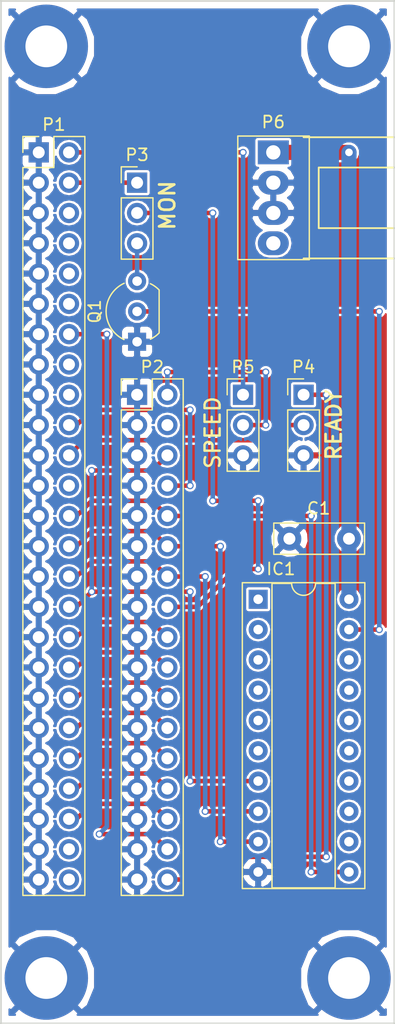
<source format=kicad_pcb>
(kicad_pcb (version 4) (host pcbnew 4.0.5)

  (general
    (links 79)
    (no_connects 0)
    (area 105.244999 72.63 138.705001 160.185001)
    (thickness 1.6)
    (drawings 8)
    (tracks 125)
    (zones 0)
    (modules 13)
    (nets 48)
  )

  (page A4)
  (layers
    (0 F.Cu signal)
    (31 B.Cu signal)
    (32 B.Adhes user)
    (33 F.Adhes user)
    (34 B.Paste user)
    (35 F.Paste user)
    (36 B.SilkS user)
    (37 F.SilkS user)
    (38 B.Mask user)
    (39 F.Mask user)
    (40 Dwgs.User user)
    (41 Cmts.User user)
    (42 Eco1.User user)
    (43 Eco2.User user)
    (44 Edge.Cuts user)
    (45 Margin user)
    (46 B.CrtYd user)
    (47 F.CrtYd user)
    (48 B.Fab user)
    (49 F.Fab user)
  )

  (setup
    (last_trace_width 0.25)
    (user_trace_width 0.381)
    (user_trace_width 1.27)
    (trace_clearance 0.2)
    (zone_clearance 0.2032)
    (zone_45_only no)
    (trace_min 0.2)
    (segment_width 0.2)
    (edge_width 0.15)
    (via_size 0.6)
    (via_drill 0.4)
    (via_min_size 0.4)
    (via_min_drill 0.3)
    (user_via 1.27 0.635)
    (uvia_size 0.3)
    (uvia_drill 0.1)
    (uvias_allowed no)
    (uvia_min_size 0.2)
    (uvia_min_drill 0.1)
    (pcb_text_width 0.3)
    (pcb_text_size 1.5 1.5)
    (mod_edge_width 0.15)
    (mod_text_size 1 1)
    (mod_text_width 0.15)
    (pad_size 1.524 1.524)
    (pad_drill 0.762)
    (pad_to_mask_clearance 0.2)
    (aux_axis_origin 0 0)
    (visible_elements FFFFFF7F)
    (pcbplotparams
      (layerselection 0x00030_80000001)
      (usegerberextensions false)
      (excludeedgelayer true)
      (linewidth 0.100000)
      (plotframeref false)
      (viasonmask false)
      (mode 1)
      (useauxorigin false)
      (hpglpennumber 1)
      (hpglpenspeed 20)
      (hpglpendiameter 15)
      (hpglpenoverlay 2)
      (psnegative false)
      (psa4output false)
      (plotreference true)
      (plotvalue true)
      (plotinvisibletext false)
      (padsonsilk false)
      (subtractmaskfromsilk false)
      (outputformat 1)
      (mirror false)
      (drillshape 1)
      (scaleselection 1)
      (outputdirectory ""))
  )

  (net 0 "")
  (net 1 VCC)
  (net 2 GND)
  (net 3 "Net-(IC1-Pad1)")
  (net 4 "Net-(IC1-Pad2)")
  (net 5 SEL0)
  (net 6 "Net-(IC1-Pad3)")
  (net 7 SEL1)
  (net 8 "Net-(IC1-Pad4)")
  (net 9 SEL2)
  (net 10 "Net-(IC1-Pad5)")
  (net 11 SEL3)
  (net 12 "Net-(IC1-Pad6)")
  (net 13 "Net-(IC1-Pad16)")
  (net 14 "Net-(IC1-Pad17)")
  (net 15 "Net-(IC1-Pad18)")
  (net 16 "Net-(IC1-Pad19)")
  (net 17 "Net-(P1-Pad2)")
  (net 18 "Net-(P1-Pad4)")
  (net 19 "Net-(P1-Pad6)")
  (net 20 "Net-(P1-Pad8)")
  (net 21 "Net-(P1-Pad10)")
  (net 22 "Net-(P1-Pad12)")
  (net 23 SIDE)
  (net 24 "Net-(P1-Pad16)")
  (net 25 "Net-(P1-Pad18)")
  (net 26 INDEX)
  (net 27 /READY)
  (net 28 "Net-(P1-Pad24)")
  (net 29 DIR)
  (net 30 STEP)
  (net 31 WDATA)
  (net 32 WGATE)
  (net 33 TK00)
  (net 34 WPROT)
  (net 35 RDATA)
  (net 36 "Net-(P1-Pad48)")
  (net 37 "Net-(P1-Pad50)")
  (net 38 "Net-(P2-Pad2)")
  (net 39 "Net-(P2-Pad4)")
  (net 40 /MOTOR_ON)
  (net 41 "Net-(P2-Pad34)")
  (net 42 "Net-(P3-Pad3)")
  (net 43 "Net-(P6-Pad4)")
  (net 44 "Net-(IC1-Pad12)")
  (net 45 "Net-(IC1-Pad13)")
  (net 46 "Net-(IC1-Pad14)")
  (net 47 "Net-(IC1-Pad15)")

  (net_class Default "This is the default net class."
    (clearance 0.2)
    (trace_width 0.25)
    (via_dia 0.6)
    (via_drill 0.4)
    (uvia_dia 0.3)
    (uvia_drill 0.1)
    (add_net /MOTOR_ON)
    (add_net /READY)
    (add_net DIR)
    (add_net GND)
    (add_net INDEX)
    (add_net "Net-(IC1-Pad1)")
    (add_net "Net-(IC1-Pad12)")
    (add_net "Net-(IC1-Pad13)")
    (add_net "Net-(IC1-Pad14)")
    (add_net "Net-(IC1-Pad15)")
    (add_net "Net-(IC1-Pad16)")
    (add_net "Net-(IC1-Pad17)")
    (add_net "Net-(IC1-Pad18)")
    (add_net "Net-(IC1-Pad19)")
    (add_net "Net-(IC1-Pad2)")
    (add_net "Net-(IC1-Pad3)")
    (add_net "Net-(IC1-Pad4)")
    (add_net "Net-(IC1-Pad5)")
    (add_net "Net-(IC1-Pad6)")
    (add_net "Net-(P1-Pad10)")
    (add_net "Net-(P1-Pad12)")
    (add_net "Net-(P1-Pad16)")
    (add_net "Net-(P1-Pad18)")
    (add_net "Net-(P1-Pad2)")
    (add_net "Net-(P1-Pad24)")
    (add_net "Net-(P1-Pad4)")
    (add_net "Net-(P1-Pad48)")
    (add_net "Net-(P1-Pad50)")
    (add_net "Net-(P1-Pad6)")
    (add_net "Net-(P1-Pad8)")
    (add_net "Net-(P2-Pad2)")
    (add_net "Net-(P2-Pad34)")
    (add_net "Net-(P2-Pad4)")
    (add_net "Net-(P3-Pad3)")
    (add_net "Net-(P6-Pad4)")
    (add_net RDATA)
    (add_net SEL0)
    (add_net SEL1)
    (add_net SEL2)
    (add_net SEL3)
    (add_net SIDE)
    (add_net STEP)
    (add_net TK00)
    (add_net VCC)
    (add_net WDATA)
    (add_net WGATE)
    (add_net WPROT)
  )

  (module Capacitors_THT:C_Disc_D7.5mm_W2.5mm_P5.00mm (layer F.Cu) (tedit 5E8B5D8B) (tstamp 5C4F171B)
    (at 134.62 119.38 180)
    (descr "C, Disc series, Radial, pin pitch=5.00mm, , diameter*width=7.5*2.5mm^2, Capacitor, http://www.vishay.com/docs/28535/vy2series.pdf")
    (tags "C Disc series Radial pin pitch 5.00mm  diameter 7.5mm width 2.5mm Capacitor")
    (path /5C4F361E)
    (fp_text reference C1 (at 2.54 2.54 180) (layer F.SilkS)
      (effects (font (size 1 1) (thickness 0.15)))
    )
    (fp_text value C (at 2.5 2.56 180) (layer F.Fab) hide
      (effects (font (size 1 1) (thickness 0.15)))
    )
    (fp_line (start -1.25 -1.25) (end -1.25 1.25) (layer F.Fab) (width 0.1))
    (fp_line (start -1.25 1.25) (end 6.25 1.25) (layer F.Fab) (width 0.1))
    (fp_line (start 6.25 1.25) (end 6.25 -1.25) (layer F.Fab) (width 0.1))
    (fp_line (start 6.25 -1.25) (end -1.25 -1.25) (layer F.Fab) (width 0.1))
    (fp_line (start -1.31 -1.31) (end 6.31 -1.31) (layer F.SilkS) (width 0.12))
    (fp_line (start -1.31 1.31) (end 6.31 1.31) (layer F.SilkS) (width 0.12))
    (fp_line (start -1.31 -1.31) (end -1.31 1.31) (layer F.SilkS) (width 0.12))
    (fp_line (start 6.31 -1.31) (end 6.31 1.31) (layer F.SilkS) (width 0.12))
    (fp_line (start -1.6 -1.6) (end -1.6 1.6) (layer F.CrtYd) (width 0.05))
    (fp_line (start -1.6 1.6) (end 6.6 1.6) (layer F.CrtYd) (width 0.05))
    (fp_line (start 6.6 1.6) (end 6.6 -1.6) (layer F.CrtYd) (width 0.05))
    (fp_line (start 6.6 -1.6) (end -1.6 -1.6) (layer F.CrtYd) (width 0.05))
    (fp_text user %R (at 7.62 0 270) (layer F.Fab)
      (effects (font (size 1 1) (thickness 0.15)))
    )
    (pad 1 thru_hole circle (at 0 0 180) (size 2 2) (drill 1) (layers *.Cu *.Mask)
      (net 1 VCC))
    (pad 2 thru_hole circle (at 5 0 180) (size 2 2) (drill 1) (layers *.Cu *.Mask)
      (net 2 GND))
    (model ${KISYS3DMOD}/Capacitors_THT.3dshapes/C_Disc_D7.5mm_W2.5mm_P5.00mm.wrl
      (at (xyz 0 0 0))
      (scale (xyz 1 1 1))
      (rotate (xyz 0 0 0))
    )
  )

  (module Housings_DIP:DIP-20_W7.62mm_Socket (layer F.Cu) (tedit 5E8B5D63) (tstamp 5C4F1733)
    (at 127 124.46)
    (descr "20-lead though-hole mounted DIP package, row spacing 7.62 mm (300 mils), Socket")
    (tags "THT DIP DIL PDIP 2.54mm 7.62mm 300mil Socket")
    (path /5C4F3196)
    (fp_text reference IC1 (at 1.905 -2.54) (layer F.SilkS)
      (effects (font (size 1 1) (thickness 0.15)))
    )
    (fp_text value ATtiny2313 (at 3.81 10.795 90) (layer F.Fab)
      (effects (font (size 1 1) (thickness 0.15)))
    )
    (fp_arc (start 3.81 -1.33) (end 2.81 -1.33) (angle -180) (layer F.SilkS) (width 0.12))
    (fp_line (start 1.635 -1.27) (end 6.985 -1.27) (layer F.Fab) (width 0.1))
    (fp_line (start 6.985 -1.27) (end 6.985 24.13) (layer F.Fab) (width 0.1))
    (fp_line (start 6.985 24.13) (end 0.635 24.13) (layer F.Fab) (width 0.1))
    (fp_line (start 0.635 24.13) (end 0.635 -0.27) (layer F.Fab) (width 0.1))
    (fp_line (start 0.635 -0.27) (end 1.635 -1.27) (layer F.Fab) (width 0.1))
    (fp_line (start -1.27 -1.33) (end -1.27 24.19) (layer F.Fab) (width 0.1))
    (fp_line (start -1.27 24.19) (end 8.89 24.19) (layer F.Fab) (width 0.1))
    (fp_line (start 8.89 24.19) (end 8.89 -1.33) (layer F.Fab) (width 0.1))
    (fp_line (start 8.89 -1.33) (end -1.27 -1.33) (layer F.Fab) (width 0.1))
    (fp_line (start 2.81 -1.33) (end 1.16 -1.33) (layer F.SilkS) (width 0.12))
    (fp_line (start 1.16 -1.33) (end 1.16 24.19) (layer F.SilkS) (width 0.12))
    (fp_line (start 1.16 24.19) (end 6.46 24.19) (layer F.SilkS) (width 0.12))
    (fp_line (start 6.46 24.19) (end 6.46 -1.33) (layer F.SilkS) (width 0.12))
    (fp_line (start 6.46 -1.33) (end 4.81 -1.33) (layer F.SilkS) (width 0.12))
    (fp_line (start -1.33 -1.39) (end -1.33 24.25) (layer F.SilkS) (width 0.12))
    (fp_line (start -1.33 24.25) (end 8.95 24.25) (layer F.SilkS) (width 0.12))
    (fp_line (start 8.95 24.25) (end 8.95 -1.39) (layer F.SilkS) (width 0.12))
    (fp_line (start 8.95 -1.39) (end -1.33 -1.39) (layer F.SilkS) (width 0.12))
    (fp_line (start -1.55 -1.6) (end -1.55 24.45) (layer F.CrtYd) (width 0.05))
    (fp_line (start -1.55 24.45) (end 9.15 24.45) (layer F.CrtYd) (width 0.05))
    (fp_line (start 9.15 24.45) (end 9.15 -1.6) (layer F.CrtYd) (width 0.05))
    (fp_line (start 9.15 -1.6) (end -1.55 -1.6) (layer F.CrtYd) (width 0.05))
    (fp_text user %R (at -2.54 -0.635 90) (layer F.Fab)
      (effects (font (size 1 1) (thickness 0.15)))
    )
    (pad 1 thru_hole rect (at 0 0) (size 1.6 1.6) (drill 0.8) (layers *.Cu *.Mask)
      (net 3 "Net-(IC1-Pad1)"))
    (pad 11 thru_hole oval (at 7.62 22.86) (size 1.6 1.6) (drill 0.8) (layers *.Cu *.Mask)
      (net 5 SEL0))
    (pad 2 thru_hole oval (at 0 2.54) (size 1.6 1.6) (drill 0.8) (layers *.Cu *.Mask)
      (net 4 "Net-(IC1-Pad2)"))
    (pad 12 thru_hole oval (at 7.62 20.32) (size 1.6 1.6) (drill 0.8) (layers *.Cu *.Mask)
      (net 44 "Net-(IC1-Pad12)"))
    (pad 3 thru_hole oval (at 0 5.08) (size 1.6 1.6) (drill 0.8) (layers *.Cu *.Mask)
      (net 6 "Net-(IC1-Pad3)"))
    (pad 13 thru_hole oval (at 7.62 17.78) (size 1.6 1.6) (drill 0.8) (layers *.Cu *.Mask)
      (net 45 "Net-(IC1-Pad13)"))
    (pad 4 thru_hole oval (at 0 7.62) (size 1.6 1.6) (drill 0.8) (layers *.Cu *.Mask)
      (net 8 "Net-(IC1-Pad4)"))
    (pad 14 thru_hole oval (at 7.62 15.24) (size 1.6 1.6) (drill 0.8) (layers *.Cu *.Mask)
      (net 46 "Net-(IC1-Pad14)"))
    (pad 5 thru_hole oval (at 0 10.16) (size 1.6 1.6) (drill 0.8) (layers *.Cu *.Mask)
      (net 10 "Net-(IC1-Pad5)"))
    (pad 15 thru_hole oval (at 7.62 12.7) (size 1.6 1.6) (drill 0.8) (layers *.Cu *.Mask)
      (net 47 "Net-(IC1-Pad15)"))
    (pad 6 thru_hole oval (at 0 12.7) (size 1.6 1.6) (drill 0.8) (layers *.Cu *.Mask)
      (net 12 "Net-(IC1-Pad6)"))
    (pad 16 thru_hole oval (at 7.62 10.16) (size 1.6 1.6) (drill 0.8) (layers *.Cu *.Mask)
      (net 13 "Net-(IC1-Pad16)"))
    (pad 7 thru_hole oval (at 0 15.24) (size 1.6 1.6) (drill 0.8) (layers *.Cu *.Mask)
      (net 11 SEL3))
    (pad 17 thru_hole oval (at 7.62 7.62) (size 1.6 1.6) (drill 0.8) (layers *.Cu *.Mask)
      (net 14 "Net-(IC1-Pad17)"))
    (pad 8 thru_hole oval (at 0 17.78) (size 1.6 1.6) (drill 0.8) (layers *.Cu *.Mask)
      (net 9 SEL2))
    (pad 18 thru_hole oval (at 7.62 5.08) (size 1.6 1.6) (drill 0.8) (layers *.Cu *.Mask)
      (net 15 "Net-(IC1-Pad18)"))
    (pad 9 thru_hole oval (at 0 20.32) (size 1.6 1.6) (drill 0.8) (layers *.Cu *.Mask)
      (net 7 SEL1))
    (pad 19 thru_hole oval (at 7.62 2.54) (size 1.6 1.6) (drill 0.8) (layers *.Cu *.Mask)
      (net 16 "Net-(IC1-Pad19)"))
    (pad 10 thru_hole oval (at 0 22.86) (size 1.6 1.6) (drill 0.8) (layers *.Cu *.Mask)
      (net 2 GND))
    (pad 20 thru_hole oval (at 7.62 0) (size 1.6 1.6) (drill 0.8) (layers *.Cu *.Mask)
      (net 1 VCC))
    (model ${KISYS3DMOD}/Housings_DIP.3dshapes/DIP-20_W7.62mm_Socket.wrl
      (at (xyz 0 0 0))
      (scale (xyz 1 1 1))
      (rotate (xyz 0 0 0))
    )
  )

  (module Mounting_Holes:MountingHole_3.5mm_Pad (layer F.Cu) (tedit 5C52F6CB) (tstamp 5C4F1738)
    (at 109.22 78.105)
    (descr "Mounting Hole 3.5mm")
    (tags "mounting hole 3.5mm")
    (path /5C4EFD67)
    (attr virtual)
    (fp_text reference MH1 (at 0 -4.5) (layer F.SilkS) hide
      (effects (font (size 1 1) (thickness 0.15)))
    )
    (fp_text value CONN_01X01 (at 1.905 4.445) (layer F.Fab) hide
      (effects (font (size 1 1) (thickness 0.15)))
    )
    (fp_text user %R (at 0.3 0) (layer F.Fab)
      (effects (font (size 1 1) (thickness 0.15)))
    )
    (fp_circle (center 0 0) (end 3.5 0) (layer Cmts.User) (width 0.15))
    (fp_circle (center 0 0) (end 3.75 0) (layer F.CrtYd) (width 0.05))
    (pad 1 thru_hole circle (at 0 0) (size 7 7) (drill 3.5) (layers *.Cu *.Mask)
      (net 2 GND))
  )

  (module Mounting_Holes:MountingHole_3.5mm_Pad (layer F.Cu) (tedit 5C52F6D1) (tstamp 5C4F173D)
    (at 134.62 78.105)
    (descr "Mounting Hole 3.5mm")
    (tags "mounting hole 3.5mm")
    (path /5C4EFD82)
    (attr virtual)
    (fp_text reference MH2 (at 0 -4.5) (layer F.SilkS) hide
      (effects (font (size 1 1) (thickness 0.15)))
    )
    (fp_text value CONN_01X01 (at -1.27 4.445) (layer F.Fab) hide
      (effects (font (size 1 1) (thickness 0.15)))
    )
    (fp_text user %R (at 0.3 0) (layer F.Fab)
      (effects (font (size 1 1) (thickness 0.15)))
    )
    (fp_circle (center 0 0) (end 3.5 0) (layer Cmts.User) (width 0.15))
    (fp_circle (center 0 0) (end 3.75 0) (layer F.CrtYd) (width 0.05))
    (pad 1 thru_hole circle (at 0 0) (size 7 7) (drill 3.5) (layers *.Cu *.Mask)
      (net 2 GND))
  )

  (module Mounting_Holes:MountingHole_3.5mm_Pad (layer F.Cu) (tedit 5C52F697) (tstamp 5C4F1742)
    (at 109.22 156.21)
    (descr "Mounting Hole 3.5mm")
    (tags "mounting hole 3.5mm")
    (path /5C4EFD9F)
    (attr virtual)
    (fp_text reference MH3 (at 0 -4.5) (layer F.SilkS) hide
      (effects (font (size 1 1) (thickness 0.15)))
    )
    (fp_text value CONN_01X01 (at 8.255 1.905) (layer F.Fab) hide
      (effects (font (size 1 1) (thickness 0.15)))
    )
    (fp_text user %R (at 0.3 0) (layer F.Fab)
      (effects (font (size 1 1) (thickness 0.15)))
    )
    (fp_circle (center 0 0) (end 3.5 0) (layer Cmts.User) (width 0.15))
    (fp_circle (center 0 0) (end 3.75 0) (layer F.CrtYd) (width 0.05))
    (pad 1 thru_hole circle (at 0 0) (size 7 7) (drill 3.5) (layers *.Cu *.Mask)
      (net 2 GND))
  )

  (module Mounting_Holes:MountingHole_3.5mm_Pad (layer F.Cu) (tedit 5C52F692) (tstamp 5C4F1747)
    (at 134.62 156.21)
    (descr "Mounting Hole 3.5mm")
    (tags "mounting hole 3.5mm")
    (path /5C4EFDBE)
    (attr virtual)
    (fp_text reference MH4 (at 0 -4.5) (layer F.SilkS) hide
      (effects (font (size 1 1) (thickness 0.15)))
    )
    (fp_text value CONN_01X01 (at -8.89 -2.54) (layer F.Fab) hide
      (effects (font (size 1 1) (thickness 0.15)))
    )
    (fp_text user %R (at 0.3 0) (layer F.Fab)
      (effects (font (size 1 1) (thickness 0.15)))
    )
    (fp_circle (center 0 0) (end 3.5 0) (layer Cmts.User) (width 0.15))
    (fp_circle (center 0 0) (end 3.75 0) (layer F.CrtYd) (width 0.05))
    (pad 1 thru_hole circle (at 0 0) (size 7 7) (drill 3.5) (layers *.Cu *.Mask)
      (net 2 GND))
  )

  (module Pin_Headers:Pin_Header_Straight_2x25_Pitch2.54mm (layer F.Cu) (tedit 5E8B5D19) (tstamp 5C4F177D)
    (at 108.585 86.995)
    (descr "Through hole straight pin header, 2x25, 2.54mm pitch, double rows")
    (tags "Through hole pin header THT 2x25 2.54mm double row")
    (path /5C4EFCCA)
    (fp_text reference P1 (at 1.27 -2.33) (layer F.SilkS)
      (effects (font (size 1 1) (thickness 0.15)))
    )
    (fp_text value CONN_02X25 (at 5.08 56.515 90) (layer F.Fab) hide
      (effects (font (size 1 1) (thickness 0.15)))
    )
    (fp_line (start 0 -1.27) (end 3.81 -1.27) (layer F.Fab) (width 0.1))
    (fp_line (start 3.81 -1.27) (end 3.81 62.23) (layer F.Fab) (width 0.1))
    (fp_line (start 3.81 62.23) (end -1.27 62.23) (layer F.Fab) (width 0.1))
    (fp_line (start -1.27 62.23) (end -1.27 0) (layer F.Fab) (width 0.1))
    (fp_line (start -1.27 0) (end 0 -1.27) (layer F.Fab) (width 0.1))
    (fp_line (start -1.33 62.29) (end 3.87 62.29) (layer F.SilkS) (width 0.12))
    (fp_line (start -1.33 1.27) (end -1.33 62.29) (layer F.SilkS) (width 0.12))
    (fp_line (start 3.87 -1.33) (end 3.87 62.29) (layer F.SilkS) (width 0.12))
    (fp_line (start -1.33 1.27) (end 1.27 1.27) (layer F.SilkS) (width 0.12))
    (fp_line (start 1.27 1.27) (end 1.27 -1.33) (layer F.SilkS) (width 0.12))
    (fp_line (start 1.27 -1.33) (end 3.87 -1.33) (layer F.SilkS) (width 0.12))
    (fp_line (start -1.33 0) (end -1.33 -1.33) (layer F.SilkS) (width 0.12))
    (fp_line (start -1.33 -1.33) (end 0 -1.33) (layer F.SilkS) (width 0.12))
    (fp_line (start -1.8 -1.8) (end -1.8 62.75) (layer F.CrtYd) (width 0.05))
    (fp_line (start -1.8 62.75) (end 4.35 62.75) (layer F.CrtYd) (width 0.05))
    (fp_line (start 4.35 62.75) (end 4.35 -1.8) (layer F.CrtYd) (width 0.05))
    (fp_line (start 4.35 -1.8) (end -1.8 -1.8) (layer F.CrtYd) (width 0.05))
    (fp_text user %R (at 0 -3.175 90) (layer F.Fab)
      (effects (font (size 1 1) (thickness 0.15)))
    )
    (pad 1 thru_hole rect (at 0 0) (size 1.7 1.7) (drill 1) (layers *.Cu *.Mask)
      (net 2 GND))
    (pad 2 thru_hole oval (at 2.54 0) (size 1.7 1.7) (drill 1) (layers *.Cu *.Mask)
      (net 17 "Net-(P1-Pad2)"))
    (pad 3 thru_hole oval (at 0 2.54) (size 1.7 1.7) (drill 1) (layers *.Cu *.Mask)
      (net 2 GND))
    (pad 4 thru_hole oval (at 2.54 2.54) (size 1.7 1.7) (drill 1) (layers *.Cu *.Mask)
      (net 18 "Net-(P1-Pad4)"))
    (pad 5 thru_hole oval (at 0 5.08) (size 1.7 1.7) (drill 1) (layers *.Cu *.Mask)
      (net 2 GND))
    (pad 6 thru_hole oval (at 2.54 5.08) (size 1.7 1.7) (drill 1) (layers *.Cu *.Mask)
      (net 19 "Net-(P1-Pad6)"))
    (pad 7 thru_hole oval (at 0 7.62) (size 1.7 1.7) (drill 1) (layers *.Cu *.Mask)
      (net 2 GND))
    (pad 8 thru_hole oval (at 2.54 7.62) (size 1.7 1.7) (drill 1) (layers *.Cu *.Mask)
      (net 20 "Net-(P1-Pad8)"))
    (pad 9 thru_hole oval (at 0 10.16) (size 1.7 1.7) (drill 1) (layers *.Cu *.Mask)
      (net 2 GND))
    (pad 10 thru_hole oval (at 2.54 10.16) (size 1.7 1.7) (drill 1) (layers *.Cu *.Mask)
      (net 21 "Net-(P1-Pad10)"))
    (pad 11 thru_hole oval (at 0 12.7) (size 1.7 1.7) (drill 1) (layers *.Cu *.Mask)
      (net 2 GND))
    (pad 12 thru_hole oval (at 2.54 12.7) (size 1.7 1.7) (drill 1) (layers *.Cu *.Mask)
      (net 22 "Net-(P1-Pad12)"))
    (pad 13 thru_hole oval (at 0 15.24) (size 1.7 1.7) (drill 1) (layers *.Cu *.Mask)
      (net 2 GND))
    (pad 14 thru_hole oval (at 2.54 15.24) (size 1.7 1.7) (drill 1) (layers *.Cu *.Mask)
      (net 23 SIDE))
    (pad 15 thru_hole oval (at 0 17.78) (size 1.7 1.7) (drill 1) (layers *.Cu *.Mask)
      (net 2 GND))
    (pad 16 thru_hole oval (at 2.54 17.78) (size 1.7 1.7) (drill 1) (layers *.Cu *.Mask)
      (net 24 "Net-(P1-Pad16)"))
    (pad 17 thru_hole oval (at 0 20.32) (size 1.7 1.7) (drill 1) (layers *.Cu *.Mask)
      (net 2 GND))
    (pad 18 thru_hole oval (at 2.54 20.32) (size 1.7 1.7) (drill 1) (layers *.Cu *.Mask)
      (net 25 "Net-(P1-Pad18)"))
    (pad 19 thru_hole oval (at 0 22.86) (size 1.7 1.7) (drill 1) (layers *.Cu *.Mask)
      (net 2 GND))
    (pad 20 thru_hole oval (at 2.54 22.86) (size 1.7 1.7) (drill 1) (layers *.Cu *.Mask)
      (net 26 INDEX))
    (pad 21 thru_hole oval (at 0 25.4) (size 1.7 1.7) (drill 1) (layers *.Cu *.Mask)
      (net 2 GND))
    (pad 22 thru_hole oval (at 2.54 25.4) (size 1.7 1.7) (drill 1) (layers *.Cu *.Mask)
      (net 27 /READY))
    (pad 23 thru_hole oval (at 0 27.94) (size 1.7 1.7) (drill 1) (layers *.Cu *.Mask)
      (net 2 GND))
    (pad 24 thru_hole oval (at 2.54 27.94) (size 1.7 1.7) (drill 1) (layers *.Cu *.Mask)
      (net 28 "Net-(P1-Pad24)"))
    (pad 25 thru_hole oval (at 0 30.48) (size 1.7 1.7) (drill 1) (layers *.Cu *.Mask)
      (net 2 GND))
    (pad 26 thru_hole oval (at 2.54 30.48) (size 1.7 1.7) (drill 1) (layers *.Cu *.Mask)
      (net 5 SEL0))
    (pad 27 thru_hole oval (at 0 33.02) (size 1.7 1.7) (drill 1) (layers *.Cu *.Mask)
      (net 2 GND))
    (pad 28 thru_hole oval (at 2.54 33.02) (size 1.7 1.7) (drill 1) (layers *.Cu *.Mask)
      (net 7 SEL1))
    (pad 29 thru_hole oval (at 0 35.56) (size 1.7 1.7) (drill 1) (layers *.Cu *.Mask)
      (net 2 GND))
    (pad 30 thru_hole oval (at 2.54 35.56) (size 1.7 1.7) (drill 1) (layers *.Cu *.Mask)
      (net 9 SEL2))
    (pad 31 thru_hole oval (at 0 38.1) (size 1.7 1.7) (drill 1) (layers *.Cu *.Mask)
      (net 2 GND))
    (pad 32 thru_hole oval (at 2.54 38.1) (size 1.7 1.7) (drill 1) (layers *.Cu *.Mask)
      (net 11 SEL3))
    (pad 33 thru_hole oval (at 0 40.64) (size 1.7 1.7) (drill 1) (layers *.Cu *.Mask)
      (net 2 GND))
    (pad 34 thru_hole oval (at 2.54 40.64) (size 1.7 1.7) (drill 1) (layers *.Cu *.Mask)
      (net 29 DIR))
    (pad 35 thru_hole oval (at 0 43.18) (size 1.7 1.7) (drill 1) (layers *.Cu *.Mask)
      (net 2 GND))
    (pad 36 thru_hole oval (at 2.54 43.18) (size 1.7 1.7) (drill 1) (layers *.Cu *.Mask)
      (net 30 STEP))
    (pad 37 thru_hole oval (at 0 45.72) (size 1.7 1.7) (drill 1) (layers *.Cu *.Mask)
      (net 2 GND))
    (pad 38 thru_hole oval (at 2.54 45.72) (size 1.7 1.7) (drill 1) (layers *.Cu *.Mask)
      (net 31 WDATA))
    (pad 39 thru_hole oval (at 0 48.26) (size 1.7 1.7) (drill 1) (layers *.Cu *.Mask)
      (net 2 GND))
    (pad 40 thru_hole oval (at 2.54 48.26) (size 1.7 1.7) (drill 1) (layers *.Cu *.Mask)
      (net 32 WGATE))
    (pad 41 thru_hole oval (at 0 50.8) (size 1.7 1.7) (drill 1) (layers *.Cu *.Mask)
      (net 2 GND))
    (pad 42 thru_hole oval (at 2.54 50.8) (size 1.7 1.7) (drill 1) (layers *.Cu *.Mask)
      (net 33 TK00))
    (pad 43 thru_hole oval (at 0 53.34) (size 1.7 1.7) (drill 1) (layers *.Cu *.Mask)
      (net 2 GND))
    (pad 44 thru_hole oval (at 2.54 53.34) (size 1.7 1.7) (drill 1) (layers *.Cu *.Mask)
      (net 34 WPROT))
    (pad 45 thru_hole oval (at 0 55.88) (size 1.7 1.7) (drill 1) (layers *.Cu *.Mask)
      (net 2 GND))
    (pad 46 thru_hole oval (at 2.54 55.88) (size 1.7 1.7) (drill 1) (layers *.Cu *.Mask)
      (net 35 RDATA))
    (pad 47 thru_hole oval (at 0 58.42) (size 1.7 1.7) (drill 1) (layers *.Cu *.Mask)
      (net 2 GND))
    (pad 48 thru_hole oval (at 2.54 58.42) (size 1.7 1.7) (drill 1) (layers *.Cu *.Mask)
      (net 36 "Net-(P1-Pad48)"))
    (pad 49 thru_hole oval (at 0 60.96) (size 1.7 1.7) (drill 1) (layers *.Cu *.Mask)
      (net 2 GND))
    (pad 50 thru_hole oval (at 2.54 60.96) (size 1.7 1.7) (drill 1) (layers *.Cu *.Mask)
      (net 37 "Net-(P1-Pad50)"))
    (model ${KISYS3DMOD}/Pin_Headers.3dshapes/Pin_Header_Straight_2x25_Pitch2.54mm.wrl
      (at (xyz 0 0 0))
      (scale (xyz 1 1 1))
      (rotate (xyz 0 0 0))
    )
  )

  (module Pin_Headers:Pin_Header_Straight_2x17_Pitch2.54mm (layer F.Cu) (tedit 5E8B5D25) (tstamp 5C4F17A3)
    (at 116.84 107.315)
    (descr "Through hole straight pin header, 2x17, 2.54mm pitch, double rows")
    (tags "Through hole pin header THT 2x17 2.54mm double row")
    (path /5C4EFD03)
    (fp_text reference P2 (at 1.27 -2.33) (layer F.SilkS)
      (effects (font (size 1 1) (thickness 0.15)))
    )
    (fp_text value CONN_02X17 (at 5.08 36.195 90) (layer F.Fab) hide
      (effects (font (size 1 1) (thickness 0.15)))
    )
    (fp_line (start 0 -1.27) (end 3.81 -1.27) (layer F.Fab) (width 0.1))
    (fp_line (start 3.81 -1.27) (end 3.81 41.91) (layer F.Fab) (width 0.1))
    (fp_line (start 3.81 41.91) (end -1.27 41.91) (layer F.Fab) (width 0.1))
    (fp_line (start -1.27 41.91) (end -1.27 0) (layer F.Fab) (width 0.1))
    (fp_line (start -1.27 0) (end 0 -1.27) (layer F.Fab) (width 0.1))
    (fp_line (start -1.33 41.97) (end 3.87 41.97) (layer F.SilkS) (width 0.12))
    (fp_line (start -1.33 1.27) (end -1.33 41.97) (layer F.SilkS) (width 0.12))
    (fp_line (start 3.87 -1.33) (end 3.87 41.97) (layer F.SilkS) (width 0.12))
    (fp_line (start -1.33 1.27) (end 1.27 1.27) (layer F.SilkS) (width 0.12))
    (fp_line (start 1.27 1.27) (end 1.27 -1.33) (layer F.SilkS) (width 0.12))
    (fp_line (start 1.27 -1.33) (end 3.87 -1.33) (layer F.SilkS) (width 0.12))
    (fp_line (start -1.33 0) (end -1.33 -1.33) (layer F.SilkS) (width 0.12))
    (fp_line (start -1.33 -1.33) (end 0 -1.33) (layer F.SilkS) (width 0.12))
    (fp_line (start -1.8 -1.8) (end -1.8 42.45) (layer F.CrtYd) (width 0.05))
    (fp_line (start -1.8 42.45) (end 4.35 42.45) (layer F.CrtYd) (width 0.05))
    (fp_line (start 4.35 42.45) (end 4.35 -1.8) (layer F.CrtYd) (width 0.05))
    (fp_line (start 4.35 -1.8) (end -1.8 -1.8) (layer F.CrtYd) (width 0.05))
    (fp_text user %R (at -1.905 -0.635 90) (layer F.Fab)
      (effects (font (size 1 1) (thickness 0.15)))
    )
    (pad 1 thru_hole rect (at 0 0) (size 1.7 1.7) (drill 1) (layers *.Cu *.Mask)
      (net 2 GND))
    (pad 2 thru_hole oval (at 2.54 0) (size 1.7 1.7) (drill 1) (layers *.Cu *.Mask)
      (net 38 "Net-(P2-Pad2)"))
    (pad 3 thru_hole oval (at 0 2.54) (size 1.7 1.7) (drill 1) (layers *.Cu *.Mask)
      (net 2 GND))
    (pad 4 thru_hole oval (at 2.54 2.54) (size 1.7 1.7) (drill 1) (layers *.Cu *.Mask)
      (net 39 "Net-(P2-Pad4)"))
    (pad 5 thru_hole oval (at 0 5.08) (size 1.7 1.7) (drill 1) (layers *.Cu *.Mask)
      (net 2 GND))
    (pad 6 thru_hole oval (at 2.54 5.08) (size 1.7 1.7) (drill 1) (layers *.Cu *.Mask)
      (net 11 SEL3))
    (pad 7 thru_hole oval (at 0 7.62) (size 1.7 1.7) (drill 1) (layers *.Cu *.Mask)
      (net 2 GND))
    (pad 8 thru_hole oval (at 2.54 7.62) (size 1.7 1.7) (drill 1) (layers *.Cu *.Mask)
      (net 26 INDEX))
    (pad 9 thru_hole oval (at 0 10.16) (size 1.7 1.7) (drill 1) (layers *.Cu *.Mask)
      (net 2 GND))
    (pad 10 thru_hole oval (at 2.54 10.16) (size 1.7 1.7) (drill 1) (layers *.Cu *.Mask)
      (net 5 SEL0))
    (pad 11 thru_hole oval (at 0 12.7) (size 1.7 1.7) (drill 1) (layers *.Cu *.Mask)
      (net 2 GND))
    (pad 12 thru_hole oval (at 2.54 12.7) (size 1.7 1.7) (drill 1) (layers *.Cu *.Mask)
      (net 7 SEL1))
    (pad 13 thru_hole oval (at 0 15.24) (size 1.7 1.7) (drill 1) (layers *.Cu *.Mask)
      (net 2 GND))
    (pad 14 thru_hole oval (at 2.54 15.24) (size 1.7 1.7) (drill 1) (layers *.Cu *.Mask)
      (net 9 SEL2))
    (pad 15 thru_hole oval (at 0 17.78) (size 1.7 1.7) (drill 1) (layers *.Cu *.Mask)
      (net 2 GND))
    (pad 16 thru_hole oval (at 2.54 17.78) (size 1.7 1.7) (drill 1) (layers *.Cu *.Mask)
      (net 40 /MOTOR_ON))
    (pad 17 thru_hole oval (at 0 20.32) (size 1.7 1.7) (drill 1) (layers *.Cu *.Mask)
      (net 2 GND))
    (pad 18 thru_hole oval (at 2.54 20.32) (size 1.7 1.7) (drill 1) (layers *.Cu *.Mask)
      (net 29 DIR))
    (pad 19 thru_hole oval (at 0 22.86) (size 1.7 1.7) (drill 1) (layers *.Cu *.Mask)
      (net 2 GND))
    (pad 20 thru_hole oval (at 2.54 22.86) (size 1.7 1.7) (drill 1) (layers *.Cu *.Mask)
      (net 30 STEP))
    (pad 21 thru_hole oval (at 0 25.4) (size 1.7 1.7) (drill 1) (layers *.Cu *.Mask)
      (net 2 GND))
    (pad 22 thru_hole oval (at 2.54 25.4) (size 1.7 1.7) (drill 1) (layers *.Cu *.Mask)
      (net 31 WDATA))
    (pad 23 thru_hole oval (at 0 27.94) (size 1.7 1.7) (drill 1) (layers *.Cu *.Mask)
      (net 2 GND))
    (pad 24 thru_hole oval (at 2.54 27.94) (size 1.7 1.7) (drill 1) (layers *.Cu *.Mask)
      (net 32 WGATE))
    (pad 25 thru_hole oval (at 0 30.48) (size 1.7 1.7) (drill 1) (layers *.Cu *.Mask)
      (net 2 GND))
    (pad 26 thru_hole oval (at 2.54 30.48) (size 1.7 1.7) (drill 1) (layers *.Cu *.Mask)
      (net 33 TK00))
    (pad 27 thru_hole oval (at 0 33.02) (size 1.7 1.7) (drill 1) (layers *.Cu *.Mask)
      (net 2 GND))
    (pad 28 thru_hole oval (at 2.54 33.02) (size 1.7 1.7) (drill 1) (layers *.Cu *.Mask)
      (net 34 WPROT))
    (pad 29 thru_hole oval (at 0 35.56) (size 1.7 1.7) (drill 1) (layers *.Cu *.Mask)
      (net 2 GND))
    (pad 30 thru_hole oval (at 2.54 35.56) (size 1.7 1.7) (drill 1) (layers *.Cu *.Mask)
      (net 35 RDATA))
    (pad 31 thru_hole oval (at 0 38.1) (size 1.7 1.7) (drill 1) (layers *.Cu *.Mask)
      (net 2 GND))
    (pad 32 thru_hole oval (at 2.54 38.1) (size 1.7 1.7) (drill 1) (layers *.Cu *.Mask)
      (net 23 SIDE))
    (pad 33 thru_hole oval (at 0 40.64) (size 1.7 1.7) (drill 1) (layers *.Cu *.Mask)
      (net 2 GND))
    (pad 34 thru_hole oval (at 2.54 40.64) (size 1.7 1.7) (drill 1) (layers *.Cu *.Mask)
      (net 41 "Net-(P2-Pad34)"))
    (model ${KISYS3DMOD}/Pin_Headers.3dshapes/Pin_Header_Straight_2x17_Pitch2.54mm.wrl
      (at (xyz 0 0 0))
      (scale (xyz 1 1 1))
      (rotate (xyz 0 0 0))
    )
  )

  (module Pin_Headers:Pin_Header_Straight_1x03_Pitch2.54mm (layer F.Cu) (tedit 5E8B5D73) (tstamp 5C4F17AA)
    (at 116.84 89.535)
    (descr "Through hole straight pin header, 1x03, 2.54mm pitch, single row")
    (tags "Through hole pin header THT 1x03 2.54mm single row")
    (path /5C4F2A51)
    (fp_text reference P3 (at 0 -2.33) (layer F.SilkS)
      (effects (font (size 1 1) (thickness 0.15)))
    )
    (fp_text value CONN_01X03 (at 2.54 1.27 90) (layer F.Fab) hide
      (effects (font (size 1 1) (thickness 0.15)))
    )
    (fp_line (start -0.635 -1.27) (end 1.27 -1.27) (layer F.Fab) (width 0.1))
    (fp_line (start 1.27 -1.27) (end 1.27 6.35) (layer F.Fab) (width 0.1))
    (fp_line (start 1.27 6.35) (end -1.27 6.35) (layer F.Fab) (width 0.1))
    (fp_line (start -1.27 6.35) (end -1.27 -0.635) (layer F.Fab) (width 0.1))
    (fp_line (start -1.27 -0.635) (end -0.635 -1.27) (layer F.Fab) (width 0.1))
    (fp_line (start -1.33 6.41) (end 1.33 6.41) (layer F.SilkS) (width 0.12))
    (fp_line (start -1.33 1.27) (end -1.33 6.41) (layer F.SilkS) (width 0.12))
    (fp_line (start 1.33 1.27) (end 1.33 6.41) (layer F.SilkS) (width 0.12))
    (fp_line (start -1.33 1.27) (end 1.33 1.27) (layer F.SilkS) (width 0.12))
    (fp_line (start -1.33 0) (end -1.33 -1.33) (layer F.SilkS) (width 0.12))
    (fp_line (start -1.33 -1.33) (end 0 -1.33) (layer F.SilkS) (width 0.12))
    (fp_line (start -1.8 -1.8) (end -1.8 6.85) (layer F.CrtYd) (width 0.05))
    (fp_line (start -1.8 6.85) (end 1.8 6.85) (layer F.CrtYd) (width 0.05))
    (fp_line (start 1.8 6.85) (end 1.8 -1.8) (layer F.CrtYd) (width 0.05))
    (fp_line (start 1.8 -1.8) (end -1.8 -1.8) (layer F.CrtYd) (width 0.05))
    (fp_text user %R (at -2.54 0 90) (layer F.Fab)
      (effects (font (size 1 1) (thickness 0.15)))
    )
    (pad 1 thru_hole rect (at 0 0) (size 1.7 1.7) (drill 1) (layers *.Cu *.Mask)
      (net 18 "Net-(P1-Pad4)"))
    (pad 2 thru_hole oval (at 0 2.54) (size 1.7 1.7) (drill 1) (layers *.Cu *.Mask)
      (net 40 /MOTOR_ON))
    (pad 3 thru_hole oval (at 0 5.08) (size 1.7 1.7) (drill 1) (layers *.Cu *.Mask)
      (net 42 "Net-(P3-Pad3)"))
    (model ${KISYS3DMOD}/Pin_Headers.3dshapes/Pin_Header_Straight_1x03_Pitch2.54mm.wrl
      (at (xyz 0 0 0))
      (scale (xyz 1 1 1))
      (rotate (xyz 0 0 0))
    )
  )

  (module Pin_Headers:Pin_Header_Straight_1x03_Pitch2.54mm (layer F.Cu) (tedit 5E8B5D42) (tstamp 5C4F17B1)
    (at 130.81 107.315)
    (descr "Through hole straight pin header, 1x03, 2.54mm pitch, single row")
    (tags "Through hole pin header THT 1x03 2.54mm single row")
    (path /5C4F3DBD)
    (fp_text reference P4 (at 0 -2.33) (layer F.SilkS)
      (effects (font (size 1 1) (thickness 0.15)))
    )
    (fp_text value CONN_01X03 (at 1.905 2.54 90) (layer F.Fab) hide
      (effects (font (size 1 1) (thickness 0.15)))
    )
    (fp_line (start -0.635 -1.27) (end 1.27 -1.27) (layer F.Fab) (width 0.1))
    (fp_line (start 1.27 -1.27) (end 1.27 6.35) (layer F.Fab) (width 0.1))
    (fp_line (start 1.27 6.35) (end -1.27 6.35) (layer F.Fab) (width 0.1))
    (fp_line (start -1.27 6.35) (end -1.27 -0.635) (layer F.Fab) (width 0.1))
    (fp_line (start -1.27 -0.635) (end -0.635 -1.27) (layer F.Fab) (width 0.1))
    (fp_line (start -1.33 6.41) (end 1.33 6.41) (layer F.SilkS) (width 0.12))
    (fp_line (start -1.33 1.27) (end -1.33 6.41) (layer F.SilkS) (width 0.12))
    (fp_line (start 1.33 1.27) (end 1.33 6.41) (layer F.SilkS) (width 0.12))
    (fp_line (start -1.33 1.27) (end 1.33 1.27) (layer F.SilkS) (width 0.12))
    (fp_line (start -1.33 0) (end -1.33 -1.33) (layer F.SilkS) (width 0.12))
    (fp_line (start -1.33 -1.33) (end 0 -1.33) (layer F.SilkS) (width 0.12))
    (fp_line (start -1.8 -1.8) (end -1.8 6.85) (layer F.CrtYd) (width 0.05))
    (fp_line (start -1.8 6.85) (end 1.8 6.85) (layer F.CrtYd) (width 0.05))
    (fp_line (start 1.8 6.85) (end 1.8 -1.8) (layer F.CrtYd) (width 0.05))
    (fp_line (start 1.8 -1.8) (end -1.8 -1.8) (layer F.CrtYd) (width 0.05))
    (fp_text user %R (at -2.54 0 90) (layer F.Fab)
      (effects (font (size 1 1) (thickness 0.15)))
    )
    (pad 1 thru_hole rect (at 0 0) (size 1.7 1.7) (drill 1) (layers *.Cu *.Mask)
      (net 41 "Net-(P2-Pad34)"))
    (pad 2 thru_hole oval (at 0 2.54) (size 1.7 1.7) (drill 1) (layers *.Cu *.Mask)
      (net 27 /READY))
    (pad 3 thru_hole oval (at 0 5.08) (size 1.7 1.7) (drill 1) (layers *.Cu *.Mask)
      (net 2 GND))
    (model ${KISYS3DMOD}/Pin_Headers.3dshapes/Pin_Header_Straight_1x03_Pitch2.54mm.wrl
      (at (xyz 0 0 0))
      (scale (xyz 1 1 1))
      (rotate (xyz 0 0 0))
    )
  )

  (module Pin_Headers:Pin_Header_Straight_1x03_Pitch2.54mm (layer F.Cu) (tedit 5E8B5D2E) (tstamp 5C4F17B8)
    (at 125.73 107.315)
    (descr "Through hole straight pin header, 1x03, 2.54mm pitch, single row")
    (tags "Through hole pin header THT 1x03 2.54mm single row")
    (path /5C4F2C83)
    (fp_text reference P5 (at 0 -2.33) (layer F.SilkS)
      (effects (font (size 1 1) (thickness 0.15)))
    )
    (fp_text value CONN_01X03 (at -2.54 3.175 90) (layer F.Fab) hide
      (effects (font (size 1 1) (thickness 0.15)))
    )
    (fp_line (start -0.635 -1.27) (end 1.27 -1.27) (layer F.Fab) (width 0.1))
    (fp_line (start 1.27 -1.27) (end 1.27 6.35) (layer F.Fab) (width 0.1))
    (fp_line (start 1.27 6.35) (end -1.27 6.35) (layer F.Fab) (width 0.1))
    (fp_line (start -1.27 6.35) (end -1.27 -0.635) (layer F.Fab) (width 0.1))
    (fp_line (start -1.27 -0.635) (end -0.635 -1.27) (layer F.Fab) (width 0.1))
    (fp_line (start -1.33 6.41) (end 1.33 6.41) (layer F.SilkS) (width 0.12))
    (fp_line (start -1.33 1.27) (end -1.33 6.41) (layer F.SilkS) (width 0.12))
    (fp_line (start 1.33 1.27) (end 1.33 6.41) (layer F.SilkS) (width 0.12))
    (fp_line (start -1.33 1.27) (end 1.33 1.27) (layer F.SilkS) (width 0.12))
    (fp_line (start -1.33 0) (end -1.33 -1.33) (layer F.SilkS) (width 0.12))
    (fp_line (start -1.33 -1.33) (end 0 -1.33) (layer F.SilkS) (width 0.12))
    (fp_line (start -1.8 -1.8) (end -1.8 6.85) (layer F.CrtYd) (width 0.05))
    (fp_line (start -1.8 6.85) (end 1.8 6.85) (layer F.CrtYd) (width 0.05))
    (fp_line (start 1.8 6.85) (end 1.8 -1.8) (layer F.CrtYd) (width 0.05))
    (fp_line (start 1.8 -1.8) (end -1.8 -1.8) (layer F.CrtYd) (width 0.05))
    (fp_text user %R (at -2.54 0 90) (layer F.Fab)
      (effects (font (size 1 1) (thickness 0.15)))
    )
    (pad 1 thru_hole rect (at 0 0) (size 1.7 1.7) (drill 1) (layers *.Cu *.Mask)
      (net 17 "Net-(P1-Pad2)"))
    (pad 2 thru_hole oval (at 0 2.54) (size 1.7 1.7) (drill 1) (layers *.Cu *.Mask)
      (net 38 "Net-(P2-Pad2)"))
    (pad 3 thru_hole oval (at 0 5.08) (size 1.7 1.7) (drill 1) (layers *.Cu *.Mask)
      (net 2 GND))
    (model ${KISYS3DMOD}/Pin_Headers.3dshapes/Pin_Header_Straight_1x03_Pitch2.54mm.wrl
      (at (xyz 0 0 0))
      (scale (xyz 1 1 1))
      (rotate (xyz 0 0 0))
    )
  )

  (module Connectors:FDC-4P-RA (layer F.Cu) (tedit 5E8B5D6D) (tstamp 5C4F17C0)
    (at 128.27 86.995 270)
    (descr "Connector Headers with Friction Lock, TE_connectivity 171826-4")
    (tags FDC-4P-Conn)
    (path /5C4F35D7)
    (fp_text reference P6 (at -2.54 0 360) (layer F.SilkS)
      (effects (font (size 1 1) (thickness 0.15)))
    )
    (fp_text value CONN_01X04 (at 3.81 4.5 270) (layer F.Fab) hide
      (effects (font (size 1 1) (thickness 0.15)))
    )
    (fp_line (start -1.27 -10.16) (end 8.89 -10.16) (layer F.SilkS) (width 0.15))
    (fp_line (start 6.35 -3.81) (end 6.35 -10.16) (layer F.SilkS) (width 0.15))
    (fp_line (start -1.27 -2.54) (end -1.27 -10.16) (layer F.SilkS) (width 0.15))
    (fp_line (start 8.89 -2.54) (end 8.89 -10.16) (layer F.SilkS) (width 0.15))
    (fp_line (start 1.27 -3.81) (end 6.35 -3.81) (layer F.SilkS) (width 0.15))
    (fp_line (start 1.27 -10.16) (end 1.27 -3.81) (layer F.SilkS) (width 0.15))
    (fp_line (start -1.47 -3.12) (end -1.47 3.08) (layer F.Fab) (width 0.12))
    (fp_line (start -1.47 3.08) (end 9.09 3.08) (layer F.Fab) (width 0.12))
    (fp_line (start 9.09 3.08) (end 9.09 -3.12) (layer F.Fab) (width 0.12))
    (fp_line (start 9.09 -3.12) (end -1.47 -3.12) (layer F.Fab) (width 0.12))
    (fp_line (start -1.37 -3.02) (end -1.37 2.98) (layer F.SilkS) (width 0.12))
    (fp_line (start -1.37 2.98) (end 8.99 2.98) (layer F.SilkS) (width 0.12))
    (fp_line (start 8.99 2.98) (end 8.99 -3.02) (layer F.SilkS) (width 0.12))
    (fp_line (start 8.99 -3.02) (end -1.37 -3.02) (layer F.SilkS) (width 0.12))
    (fp_line (start -1.9 3.5) (end -1.9 -3.55) (layer F.CrtYd) (width 0.05))
    (fp_line (start -1.9 -3.55) (end 9.5 -3.55) (layer F.CrtYd) (width 0.05))
    (fp_line (start 9.5 -3.55) (end 9.5 3.5) (layer F.CrtYd) (width 0.05))
    (fp_line (start 9.5 3.5) (end -1.9 3.5) (layer F.CrtYd) (width 0.05))
    (fp_text user %R (at 0 4.445 270) (layer F.Fab)
      (effects (font (size 1 1) (thickness 0.15)))
    )
    (pad 1 thru_hole rect (at 0 0 270) (size 2 2.6) (drill 1.2) (layers *.Cu *.Mask)
      (net 1 VCC))
    (pad 2 thru_hole oval (at 2.54 0 270) (size 2 2.6) (drill 1.2) (layers *.Cu *.Mask)
      (net 2 GND))
    (pad 3 thru_hole oval (at 5.08 0 270) (size 2 2.6) (drill 1.2) (layers *.Cu *.Mask)
      (net 2 GND))
    (pad 4 thru_hole oval (at 7.62 0 270) (size 2 2.6) (drill 1.2) (layers *.Cu *.Mask)
      (net 43 "Net-(P6-Pad4)"))
    (model ${KISYS3DMOD}/Connectors_TE.3dshapes/TE_171826-4.wrl
      (at (xyz 0 0 0))
      (scale (xyz 1 1 1))
      (rotate (xyz 0 0 0))
    )
  )

  (module TO_SOT_Packages_THT:TO-92_Inline_Wide (layer F.Cu) (tedit 58CE52AF) (tstamp 5C4F17C7)
    (at 116.84 102.87 90)
    (descr "TO-92 leads in-line, wide, drill 0.8mm (see NXP sot054_po.pdf)")
    (tags "to-92 sc-43 sc-43a sot54 PA33 transistor")
    (path /5C4F02AF)
    (fp_text reference Q1 (at 2.54 -3.56 270) (layer F.SilkS)
      (effects (font (size 1 1) (thickness 0.15)))
    )
    (fp_text value 2N7000 (at 2.54 2.79 90) (layer F.Fab)
      (effects (font (size 1 1) (thickness 0.15)))
    )
    (fp_text user %R (at 2.54 -3.56 270) (layer F.Fab)
      (effects (font (size 1 1) (thickness 0.15)))
    )
    (fp_line (start 0.74 1.85) (end 4.34 1.85) (layer F.SilkS) (width 0.12))
    (fp_line (start 0.8 1.75) (end 4.3 1.75) (layer F.Fab) (width 0.1))
    (fp_line (start -1.01 -2.73) (end 6.09 -2.73) (layer F.CrtYd) (width 0.05))
    (fp_line (start -1.01 -2.73) (end -1.01 2.01) (layer F.CrtYd) (width 0.05))
    (fp_line (start 6.09 2.01) (end 6.09 -2.73) (layer F.CrtYd) (width 0.05))
    (fp_line (start 6.09 2.01) (end -1.01 2.01) (layer F.CrtYd) (width 0.05))
    (fp_arc (start 2.54 0) (end 0.74 1.85) (angle 20) (layer F.SilkS) (width 0.12))
    (fp_arc (start 2.54 0) (end 2.54 -2.6) (angle -65) (layer F.SilkS) (width 0.12))
    (fp_arc (start 2.54 0) (end 2.54 -2.6) (angle 65) (layer F.SilkS) (width 0.12))
    (fp_arc (start 2.54 0) (end 2.54 -2.48) (angle 135) (layer F.Fab) (width 0.1))
    (fp_arc (start 2.54 0) (end 2.54 -2.48) (angle -135) (layer F.Fab) (width 0.1))
    (fp_arc (start 2.54 0) (end 4.34 1.85) (angle -20) (layer F.SilkS) (width 0.12))
    (pad 2 thru_hole circle (at 2.54 0 180) (size 1.52 1.52) (drill 0.8) (layers *.Cu *.Mask)
      (net 16 "Net-(IC1-Pad19)"))
    (pad 3 thru_hole circle (at 5.08 0 180) (size 1.52 1.52) (drill 0.8) (layers *.Cu *.Mask)
      (net 42 "Net-(P3-Pad3)"))
    (pad 1 thru_hole rect (at 0 0 180) (size 1.52 1.52) (drill 0.8) (layers *.Cu *.Mask)
      (net 2 GND))
    (model ${KISYS3DMOD}/TO_SOT_Packages_THT.3dshapes/TO-92_Inline_Wide.wrl
      (at (xyz 0.1 0 0))
      (scale (xyz 1 1 1))
      (rotate (xyz 0 0 -90))
    )
  )

  (gr_text MON (at 119.38 91.44 90) (layer F.SilkS)
    (effects (font (size 1.27 1.27) (thickness 0.2286)))
  )
  (gr_text READY (at 133.35 109.855 90) (layer F.SilkS)
    (effects (font (size 1.27 1.27) (thickness 0.2286)))
  )
  (gr_text SPEED (at 123.19 110.49 90) (layer F.SilkS)
    (effects (font (size 1.27 1.27) (thickness 0.2032)))
  )
  (gr_line (start 105.41 74.295) (end 105.41 160.02) (angle 90) (layer Edge.Cuts) (width 0.15))
  (gr_line (start 106.68 74.295) (end 105.41 74.295) (angle 90) (layer Edge.Cuts) (width 0.15))
  (gr_line (start 138.43 74.295) (end 106.68 74.295) (angle 90) (layer Edge.Cuts) (width 0.15))
  (gr_line (start 138.43 160.02) (end 138.43 74.295) (angle 90) (layer Edge.Cuts) (width 0.15))
  (gr_line (start 105.41 160.02) (end 138.43 160.02) (angle 90) (layer Edge.Cuts) (width 0.15))

  (segment (start 134.62 124.46) (end 134.62 119.38) (width 1.27) (layer B.Cu) (net 1))
  (segment (start 134.62 119.38) (end 134.62 86.995) (width 1.27) (layer B.Cu) (net 1) (tstamp 5C4F1B82))
  (via (at 134.62 86.995) (size 1.27) (drill 0.635) (layers F.Cu B.Cu) (net 1))
  (segment (start 134.62 86.995) (end 128.27 86.995) (width 1.27) (layer F.Cu) (net 1) (tstamp 5C4F1B9D))
  (segment (start 134.62 147.32) (end 131.445 147.32) (width 0.381) (layer F.Cu) (net 5))
  (segment (start 131.445 117.475) (end 119.38 117.475) (width 0.381) (layer F.Cu) (net 5) (tstamp 5E8B4931))
  (via (at 131.445 117.475) (size 0.6) (drill 0.4) (layers F.Cu B.Cu) (net 5))
  (segment (start 131.445 147.32) (end 131.445 117.475) (width 0.381) (layer B.Cu) (net 5) (tstamp 5E8B491F))
  (via (at 131.445 147.32) (size 0.6) (drill 0.4) (layers F.Cu B.Cu) (net 5))
  (segment (start 119.38 117.475) (end 118.11 116.205) (width 0.381) (layer F.Cu) (net 5))
  (segment (start 113.03 116.205) (end 111.76 117.475) (width 0.381) (layer F.Cu) (net 5) (tstamp 5C4F1AB6))
  (segment (start 118.11 116.205) (end 113.03 116.205) (width 0.381) (layer F.Cu) (net 5) (tstamp 5C4F1AB5))
  (segment (start 111.76 117.475) (end 111.125 117.475) (width 0.381) (layer F.Cu) (net 5) (tstamp 5C4F1AB9))
  (segment (start 119.38 120.015) (end 123.825 120.015) (width 0.381) (layer F.Cu) (net 7))
  (segment (start 123.825 144.78) (end 127 144.78) (width 0.381) (layer F.Cu) (net 7) (tstamp 5E8B48C8))
  (via (at 123.825 144.78) (size 0.6) (drill 0.4) (layers F.Cu B.Cu) (net 7))
  (segment (start 123.825 120.015) (end 123.825 144.78) (width 0.381) (layer B.Cu) (net 7) (tstamp 5E8B48BE))
  (via (at 123.825 120.015) (size 0.6) (drill 0.4) (layers F.Cu B.Cu) (net 7))
  (segment (start 119.38 120.015) (end 118.11 118.745) (width 0.381) (layer F.Cu) (net 7))
  (segment (start 113.03 118.745) (end 111.76 120.015) (width 0.381) (layer F.Cu) (net 7) (tstamp 5C4F1AAB))
  (segment (start 118.11 118.745) (end 113.03 118.745) (width 0.381) (layer F.Cu) (net 7) (tstamp 5C4F1AA9))
  (segment (start 111.76 120.015) (end 111.125 120.015) (width 0.381) (layer F.Cu) (net 7) (tstamp 5C4F1AAE))
  (segment (start 119.38 122.555) (end 122.555 122.555) (width 0.381) (layer F.Cu) (net 9))
  (segment (start 122.555 142.24) (end 127 142.24) (width 0.381) (layer F.Cu) (net 9) (tstamp 5E8B488F))
  (via (at 122.555 142.24) (size 0.6) (drill 0.4) (layers F.Cu B.Cu) (net 9))
  (segment (start 122.555 122.555) (end 122.555 142.24) (width 0.381) (layer B.Cu) (net 9) (tstamp 5E8B4887))
  (via (at 122.555 122.555) (size 0.6) (drill 0.4) (layers F.Cu B.Cu) (net 9))
  (segment (start 119.38 122.555) (end 118.11 121.285) (width 0.381) (layer F.Cu) (net 9))
  (segment (start 113.03 121.285) (end 111.76 122.555) (width 0.381) (layer F.Cu) (net 9) (tstamp 5C4F1A9D))
  (segment (start 118.11 121.285) (end 113.03 121.285) (width 0.381) (layer F.Cu) (net 9) (tstamp 5C4F1A9B))
  (segment (start 111.76 122.555) (end 111.125 122.555) (width 0.381) (layer F.Cu) (net 9) (tstamp 5C4F1A9E))
  (segment (start 113.03 123.825) (end 121.285 123.825) (width 0.381) (layer F.Cu) (net 11))
  (segment (start 121.285 139.7) (end 127 139.7) (width 0.381) (layer F.Cu) (net 11) (tstamp 5E8B483D))
  (via (at 121.285 139.7) (size 0.6) (drill 0.4) (layers F.Cu B.Cu) (net 11))
  (segment (start 121.285 123.825) (end 121.285 139.7) (width 0.381) (layer B.Cu) (net 11) (tstamp 5E8B4835))
  (via (at 121.285 123.825) (size 0.6) (drill 0.4) (layers F.Cu B.Cu) (net 11))
  (segment (start 111.125 125.095) (end 111.76 125.095) (width 0.381) (layer F.Cu) (net 11))
  (segment (start 111.76 125.095) (end 113.03 123.825) (width 0.381) (layer F.Cu) (net 11) (tstamp 5C52EFF0))
  (via (at 113.03 123.825) (size 0.6) (drill 0.4) (layers F.Cu B.Cu) (net 11))
  (segment (start 113.03 123.825) (end 113.03 113.665) (width 0.381) (layer B.Cu) (net 11) (tstamp 5C52F005))
  (via (at 113.03 113.665) (size 0.6) (drill 0.4) (layers F.Cu B.Cu) (net 11))
  (segment (start 113.03 113.665) (end 118.11 113.665) (width 0.381) (layer F.Cu) (net 11) (tstamp 5C52F017))
  (segment (start 118.11 113.665) (end 119.38 112.395) (width 0.381) (layer F.Cu) (net 11) (tstamp 5C52F018))
  (segment (start 116.84 100.33) (end 137.16 100.33) (width 0.381) (layer F.Cu) (net 16))
  (segment (start 137.16 127) (end 134.62 127) (width 0.381) (layer F.Cu) (net 16) (tstamp 5C52F223))
  (via (at 137.16 127) (size 0.6) (drill 0.4) (layers F.Cu B.Cu) (net 16))
  (segment (start 137.16 100.33) (end 137.16 127) (width 0.381) (layer B.Cu) (net 16) (tstamp 5C52F21A))
  (via (at 137.16 100.33) (size 0.6) (drill 0.4) (layers F.Cu B.Cu) (net 16))
  (segment (start 111.125 86.995) (end 125.73 86.995) (width 0.381) (layer F.Cu) (net 17))
  (segment (start 125.73 86.995) (end 125.73 107.315) (width 0.381) (layer B.Cu) (net 17) (tstamp 5C4F1C2E))
  (via (at 125.73 86.995) (size 0.6) (drill 0.4) (layers F.Cu B.Cu) (net 17))
  (segment (start 111.125 89.535) (end 116.84 89.535) (width 0.381) (layer F.Cu) (net 18))
  (segment (start 119.38 145.415) (end 118.11 144.145) (width 0.381) (layer F.Cu) (net 23))
  (segment (start 114.3 102.235) (end 111.125 102.235) (width 0.381) (layer F.Cu) (net 23) (tstamp 5C52F196))
  (via (at 114.3 102.235) (size 0.6) (drill 0.4) (layers F.Cu B.Cu) (net 23))
  (segment (start 114.3 143.51) (end 114.3 102.235) (width 0.381) (layer B.Cu) (net 23) (tstamp 5C52F174))
  (segment (start 113.665 144.145) (end 114.3 143.51) (width 0.381) (layer B.Cu) (net 23) (tstamp 5C52F173))
  (via (at 113.665 144.145) (size 0.6) (drill 0.4) (layers F.Cu B.Cu) (net 23))
  (segment (start 118.11 144.145) (end 113.665 144.145) (width 0.381) (layer F.Cu) (net 23) (tstamp 5C52F16A))
  (segment (start 111.125 109.855) (end 111.76 109.855) (width 0.381) (layer F.Cu) (net 26))
  (segment (start 111.76 109.855) (end 113.03 108.585) (width 0.381) (layer F.Cu) (net 26) (tstamp 5C52F043))
  (segment (start 113.03 108.585) (end 121.285 108.585) (width 0.381) (layer F.Cu) (net 26) (tstamp 5C52F04E))
  (via (at 121.285 108.585) (size 0.6) (drill 0.4) (layers F.Cu B.Cu) (net 26))
  (segment (start 121.285 108.585) (end 121.285 114.935) (width 0.381) (layer B.Cu) (net 26) (tstamp 5C52F059))
  (via (at 121.285 114.935) (size 0.6) (drill 0.4) (layers F.Cu B.Cu) (net 26))
  (segment (start 121.285 114.935) (end 119.38 114.935) (width 0.381) (layer F.Cu) (net 26) (tstamp 5C52F05D))
  (segment (start 111.125 112.395) (end 112.395 111.125) (width 0.381) (layer F.Cu) (net 27))
  (segment (start 129.54 109.855) (end 130.81 109.855) (width 0.381) (layer F.Cu) (net 27) (tstamp 5C4F1BF7))
  (segment (start 128.27 111.125) (end 129.54 109.855) (width 0.381) (layer F.Cu) (net 27) (tstamp 5C4F1BF2))
  (segment (start 112.395 111.125) (end 128.27 111.125) (width 0.381) (layer F.Cu) (net 27) (tstamp 5C4F1BEE))
  (segment (start 119.38 127.635) (end 118.11 126.365) (width 0.381) (layer F.Cu) (net 29))
  (segment (start 113.03 126.365) (end 111.76 127.635) (width 0.381) (layer F.Cu) (net 29) (tstamp 5C4F1A8B))
  (segment (start 118.11 126.365) (end 113.03 126.365) (width 0.381) (layer F.Cu) (net 29) (tstamp 5C4F1A89))
  (segment (start 111.76 127.635) (end 111.125 127.635) (width 0.381) (layer F.Cu) (net 29) (tstamp 5C4F1A8D))
  (segment (start 119.38 130.175) (end 118.11 128.905) (width 0.381) (layer F.Cu) (net 30))
  (segment (start 113.03 128.905) (end 111.76 130.175) (width 0.381) (layer F.Cu) (net 30) (tstamp 5C4F1A7E))
  (segment (start 118.11 128.905) (end 113.03 128.905) (width 0.381) (layer F.Cu) (net 30) (tstamp 5C4F1A7C))
  (segment (start 111.76 130.175) (end 111.125 130.175) (width 0.381) (layer F.Cu) (net 30) (tstamp 5C4F1A7F))
  (segment (start 119.38 132.715) (end 118.11 131.445) (width 0.381) (layer F.Cu) (net 31))
  (segment (start 113.03 131.445) (end 111.76 132.715) (width 0.381) (layer F.Cu) (net 31) (tstamp 5C4F1A72))
  (segment (start 118.11 131.445) (end 113.03 131.445) (width 0.381) (layer F.Cu) (net 31) (tstamp 5C4F1A70))
  (segment (start 111.76 132.715) (end 111.125 132.715) (width 0.381) (layer F.Cu) (net 31) (tstamp 5C4F1A74))
  (segment (start 119.38 135.255) (end 118.11 133.985) (width 0.381) (layer F.Cu) (net 32))
  (segment (start 113.03 133.985) (end 111.76 135.255) (width 0.381) (layer F.Cu) (net 32) (tstamp 5C4F1A67))
  (segment (start 118.11 133.985) (end 113.03 133.985) (width 0.381) (layer F.Cu) (net 32) (tstamp 5C4F1A66))
  (segment (start 111.76 135.255) (end 111.125 135.255) (width 0.381) (layer F.Cu) (net 32) (tstamp 5C4F1A69))
  (segment (start 119.38 137.795) (end 118.11 136.525) (width 0.381) (layer F.Cu) (net 33))
  (segment (start 113.03 136.525) (end 111.76 137.795) (width 0.381) (layer F.Cu) (net 33) (tstamp 5C4F1A59))
  (segment (start 118.11 136.525) (end 113.03 136.525) (width 0.381) (layer F.Cu) (net 33) (tstamp 5C4F1A57))
  (segment (start 111.76 137.795) (end 111.125 137.795) (width 0.381) (layer F.Cu) (net 33) (tstamp 5C4F1A5A))
  (segment (start 119.38 140.335) (end 118.11 139.065) (width 0.381) (layer F.Cu) (net 34))
  (segment (start 113.03 139.065) (end 111.76 140.335) (width 0.381) (layer F.Cu) (net 34) (tstamp 5C4F1A4D))
  (segment (start 118.11 139.065) (end 113.03 139.065) (width 0.381) (layer F.Cu) (net 34) (tstamp 5C4F1A4C))
  (segment (start 111.76 140.335) (end 111.125 140.335) (width 0.381) (layer F.Cu) (net 34) (tstamp 5C4F1A4F))
  (segment (start 119.38 142.875) (end 118.11 141.605) (width 0.381) (layer F.Cu) (net 35))
  (segment (start 113.03 141.605) (end 111.76 142.875) (width 0.381) (layer F.Cu) (net 35) (tstamp 5C4F1A43))
  (segment (start 118.11 141.605) (end 113.03 141.605) (width 0.381) (layer F.Cu) (net 35) (tstamp 5C4F1A41))
  (segment (start 111.76 142.875) (end 111.125 142.875) (width 0.381) (layer F.Cu) (net 35) (tstamp 5C4F1A45))
  (segment (start 119.38 107.315) (end 119.38 105.41) (width 0.381) (layer B.Cu) (net 38))
  (segment (start 127.635 109.855) (end 125.73 109.855) (width 0.381) (layer F.Cu) (net 38) (tstamp 5C52F08A))
  (via (at 127.635 109.855) (size 0.6) (drill 0.4) (layers F.Cu B.Cu) (net 38))
  (segment (start 127.635 105.41) (end 127.635 109.855) (width 0.381) (layer B.Cu) (net 38) (tstamp 5C52F085))
  (via (at 127.635 105.41) (size 0.6) (drill 0.4) (layers F.Cu B.Cu) (net 38))
  (segment (start 119.38 105.41) (end 127.635 105.41) (width 0.381) (layer F.Cu) (net 38) (tstamp 5C52F07F))
  (via (at 119.38 105.41) (size 0.6) (drill 0.4) (layers F.Cu B.Cu) (net 38))
  (segment (start 116.84 92.075) (end 123.19 92.075) (width 0.381) (layer F.Cu) (net 40))
  (segment (start 121.92 125.095) (end 119.38 125.095) (width 0.381) (layer F.Cu) (net 40) (tstamp 5C52F2D1))
  (segment (start 125.095 121.92) (end 121.92 125.095) (width 0.381) (layer F.Cu) (net 40) (tstamp 5C52F2CE))
  (segment (start 127 121.92) (end 125.095 121.92) (width 0.381) (layer F.Cu) (net 40) (tstamp 5C52F2CD))
  (via (at 127 121.92) (size 0.6) (drill 0.4) (layers F.Cu B.Cu) (net 40))
  (segment (start 127 116.205) (end 127 121.92) (width 0.381) (layer B.Cu) (net 40) (tstamp 5C52F2BA))
  (via (at 127 116.205) (size 0.6) (drill 0.4) (layers F.Cu B.Cu) (net 40))
  (segment (start 123.19 116.205) (end 127 116.205) (width 0.381) (layer F.Cu) (net 40) (tstamp 5C52F2B4))
  (via (at 123.19 116.205) (size 0.6) (drill 0.4) (layers F.Cu B.Cu) (net 40))
  (segment (start 123.19 92.075) (end 123.19 116.205) (width 0.381) (layer B.Cu) (net 40) (tstamp 5C52F2AC))
  (via (at 123.19 92.075) (size 0.6) (drill 0.4) (layers F.Cu B.Cu) (net 40))
  (segment (start 119.38 147.955) (end 121.92 147.955) (width 0.381) (layer F.Cu) (net 41))
  (segment (start 132.715 107.315) (end 130.81 107.315) (width 0.381) (layer F.Cu) (net 41) (tstamp 5C52F1FD))
  (via (at 132.715 107.315) (size 0.6) (drill 0.4) (layers F.Cu B.Cu) (net 41))
  (segment (start 132.715 146.05) (end 132.715 107.315) (width 0.381) (layer B.Cu) (net 41) (tstamp 5C52F1F2))
  (via (at 132.715 146.05) (size 0.6) (drill 0.4) (layers F.Cu B.Cu) (net 41))
  (segment (start 123.825 146.05) (end 132.715 146.05) (width 0.381) (layer F.Cu) (net 41) (tstamp 5C52F1D4))
  (segment (start 123.19 146.685) (end 123.825 146.05) (width 0.381) (layer F.Cu) (net 41) (tstamp 5C52F1D1))
  (segment (start 121.92 147.955) (end 123.19 146.685) (width 0.381) (layer F.Cu) (net 41) (tstamp 5C52F1CF))
  (segment (start 116.84 97.79) (end 116.84 94.615) (width 0.381) (layer B.Cu) (net 42))

  (zone (net 2) (net_name GND) (layer F.Cu) (tstamp 5C52F4DA) (hatch edge 0.508)
    (connect_pads (clearance 0.2032))
    (min_thickness 0.1778)
    (fill yes (arc_segments 16) (thermal_gap 0.508) (thermal_bridge_width 0.508))
    (polygon
      (pts
        (xy 137.795 159.385) (xy 106.045 159.385) (xy 106.045 74.93) (xy 137.795 74.93)
      )
    )
    (filled_polygon
      (pts
        (xy 106.490955 75.142468) (xy 109.22 77.871513) (xy 111.949045 75.142468) (xy 111.850132 75.0189) (xy 131.989868 75.0189)
        (xy 131.890955 75.142468) (xy 134.62 77.871513) (xy 137.349045 75.142468) (xy 137.250132 75.0189) (xy 137.7061 75.0189)
        (xy 137.7061 75.474868) (xy 137.582532 75.375955) (xy 134.853487 78.105) (xy 137.582532 80.834045) (xy 137.7061 80.735132)
        (xy 137.7061 100.101163) (xy 137.662251 99.99504) (xy 137.495836 99.828335) (xy 137.278293 99.738003) (xy 137.042741 99.737797)
        (xy 136.82504 99.827749) (xy 136.805355 99.8474) (xy 117.778967 99.8474) (xy 117.732447 99.734812) (xy 117.436745 99.438593)
        (xy 117.050194 99.278083) (xy 116.631642 99.277718) (xy 116.244812 99.437553) (xy 115.948593 99.733255) (xy 115.788083 100.119806)
        (xy 115.787718 100.538358) (xy 115.947553 100.925188) (xy 116.243255 101.221407) (xy 116.629806 101.381917) (xy 117.048358 101.382282)
        (xy 117.435188 101.222447) (xy 117.731407 100.926745) (xy 117.778804 100.8126) (xy 136.805132 100.8126) (xy 136.824164 100.831665)
        (xy 137.041707 100.921997) (xy 137.277259 100.922203) (xy 137.49496 100.832251) (xy 137.661665 100.665836) (xy 137.7061 100.558825)
        (xy 137.7061 126.771163) (xy 137.662251 126.66504) (xy 137.495836 126.498335) (xy 137.278293 126.408003) (xy 137.042741 126.407797)
        (xy 136.82504 126.497749) (xy 136.805355 126.5174) (xy 135.607153 126.5174) (xy 135.413627 126.227769) (xy 135.059325 125.991031)
        (xy 134.641396 125.9079) (xy 134.598604 125.9079) (xy 134.180675 125.991031) (xy 133.826373 126.227769) (xy 133.589635 126.582071)
        (xy 133.506504 127) (xy 133.589635 127.417929) (xy 133.826373 127.772231) (xy 134.180675 128.008969) (xy 134.598604 128.0921)
        (xy 134.641396 128.0921) (xy 135.059325 128.008969) (xy 135.413627 127.772231) (xy 135.607153 127.4826) (xy 136.805132 127.4826)
        (xy 136.824164 127.501665) (xy 137.041707 127.591997) (xy 137.277259 127.592203) (xy 137.49496 127.502251) (xy 137.661665 127.335836)
        (xy 137.7061 127.228825) (xy 137.7061 153.579868) (xy 137.582532 153.480955) (xy 134.853487 156.21) (xy 137.582532 158.939045)
        (xy 137.7061 158.840132) (xy 137.7061 159.2961) (xy 137.250132 159.2961) (xy 137.349045 159.172532) (xy 134.62 156.443487)
        (xy 131.890955 159.172532) (xy 131.989868 159.2961) (xy 111.850132 159.2961) (xy 111.949045 159.172532) (xy 109.22 156.443487)
        (xy 106.490955 159.172532) (xy 106.589868 159.2961) (xy 106.1339 159.2961) (xy 106.1339 158.840132) (xy 106.257468 158.939045)
        (xy 108.986513 156.21) (xy 109.453487 156.21) (xy 112.182532 158.939045) (xy 112.693799 158.529788) (xy 113.317115 157.023839)
        (xy 113.316684 155.396161) (xy 130.522885 155.396161) (xy 130.523317 157.026009) (xy 131.146201 158.529788) (xy 131.657468 158.939045)
        (xy 134.386513 156.21) (xy 131.657468 153.480955) (xy 131.146201 153.890212) (xy 130.522885 155.396161) (xy 113.316684 155.396161)
        (xy 113.316683 155.393991) (xy 112.693799 153.890212) (xy 112.182532 153.480955) (xy 109.453487 156.21) (xy 108.986513 156.21)
        (xy 106.257468 153.480955) (xy 106.1339 153.579868) (xy 106.1339 153.247468) (xy 106.490955 153.247468) (xy 109.22 155.976513)
        (xy 111.949045 153.247468) (xy 131.890955 153.247468) (xy 134.62 155.976513) (xy 137.349045 153.247468) (xy 136.939788 152.736201)
        (xy 135.433839 152.112885) (xy 133.803991 152.113317) (xy 132.300212 152.736201) (xy 131.890955 153.247468) (xy 111.949045 153.247468)
        (xy 111.539788 152.736201) (xy 110.033839 152.112885) (xy 108.403991 152.113317) (xy 106.900212 152.736201) (xy 106.490955 153.247468)
        (xy 106.1339 153.247468) (xy 106.1339 148.342934) (xy 107.191075 148.342934) (xy 107.325025 148.666351) (xy 107.693157 149.094374)
        (xy 108.197064 149.348938) (xy 108.4199 149.243238) (xy 108.4199 148.1201) (xy 107.29787 148.1201) (xy 107.191075 148.342934)
        (xy 106.1339 148.342934) (xy 106.1339 145.802934) (xy 107.191075 145.802934) (xy 107.325025 146.126351) (xy 107.693157 146.554374)
        (xy 107.95173 146.685) (xy 107.693157 146.815626) (xy 107.325025 147.243649) (xy 107.191075 147.567066) (xy 107.29787 147.7899)
        (xy 108.4199 147.7899) (xy 108.4199 145.5801) (xy 107.29787 145.5801) (xy 107.191075 145.802934) (xy 106.1339 145.802934)
        (xy 106.1339 143.262934) (xy 107.191075 143.262934) (xy 107.325025 143.586351) (xy 107.693157 144.014374) (xy 107.95173 144.145)
        (xy 107.693157 144.275626) (xy 107.325025 144.703649) (xy 107.191075 145.027066) (xy 107.29787 145.2499) (xy 108.4199 145.2499)
        (xy 108.4199 143.0401) (xy 107.29787 143.0401) (xy 107.191075 143.262934) (xy 106.1339 143.262934) (xy 106.1339 140.722934)
        (xy 107.191075 140.722934) (xy 107.325025 141.046351) (xy 107.693157 141.474374) (xy 107.95173 141.605) (xy 107.693157 141.735626)
        (xy 107.325025 142.163649) (xy 107.191075 142.487066) (xy 107.29787 142.7099) (xy 108.4199 142.7099) (xy 108.4199 140.5001)
        (xy 107.29787 140.5001) (xy 107.191075 140.722934) (xy 106.1339 140.722934) (xy 106.1339 138.182934) (xy 107.191075 138.182934)
        (xy 107.325025 138.506351) (xy 107.693157 138.934374) (xy 107.95173 139.065) (xy 107.693157 139.195626) (xy 107.325025 139.623649)
        (xy 107.191075 139.947066) (xy 107.29787 140.1699) (xy 108.4199 140.1699) (xy 108.4199 137.9601) (xy 107.29787 137.9601)
        (xy 107.191075 138.182934) (xy 106.1339 138.182934) (xy 106.1339 135.642934) (xy 107.191075 135.642934) (xy 107.325025 135.966351)
        (xy 107.693157 136.394374) (xy 107.95173 136.525) (xy 107.693157 136.655626) (xy 107.325025 137.083649) (xy 107.191075 137.407066)
        (xy 107.29787 137.6299) (xy 108.4199 137.6299) (xy 108.4199 135.4201) (xy 107.29787 135.4201) (xy 107.191075 135.642934)
        (xy 106.1339 135.642934) (xy 106.1339 133.102934) (xy 107.191075 133.102934) (xy 107.325025 133.426351) (xy 107.693157 133.854374)
        (xy 107.95173 133.985) (xy 107.693157 134.115626) (xy 107.325025 134.543649) (xy 107.191075 134.867066) (xy 107.29787 135.0899)
        (xy 108.4199 135.0899) (xy 108.4199 132.8801) (xy 107.29787 132.8801) (xy 107.191075 133.102934) (xy 106.1339 133.102934)
        (xy 106.1339 130.562934) (xy 107.191075 130.562934) (xy 107.325025 130.886351) (xy 107.693157 131.314374) (xy 107.95173 131.445)
        (xy 107.693157 131.575626) (xy 107.325025 132.003649) (xy 107.191075 132.327066) (xy 107.29787 132.5499) (xy 108.4199 132.5499)
        (xy 108.4199 130.3401) (xy 107.29787 130.3401) (xy 107.191075 130.562934) (xy 106.1339 130.562934) (xy 106.1339 128.022934)
        (xy 107.191075 128.022934) (xy 107.325025 128.346351) (xy 107.693157 128.774374) (xy 107.95173 128.905) (xy 107.693157 129.035626)
        (xy 107.325025 129.463649) (xy 107.191075 129.787066) (xy 107.29787 130.0099) (xy 108.4199 130.0099) (xy 108.4199 127.8001)
        (xy 107.29787 127.8001) (xy 107.191075 128.022934) (xy 106.1339 128.022934) (xy 106.1339 125.482934) (xy 107.191075 125.482934)
        (xy 107.325025 125.806351) (xy 107.693157 126.234374) (xy 107.95173 126.365) (xy 107.693157 126.495626) (xy 107.325025 126.923649)
        (xy 107.191075 127.247066) (xy 107.29787 127.4699) (xy 108.4199 127.4699) (xy 108.4199 125.2601) (xy 107.29787 125.2601)
        (xy 107.191075 125.482934) (xy 106.1339 125.482934) (xy 106.1339 122.942934) (xy 107.191075 122.942934) (xy 107.325025 123.266351)
        (xy 107.693157 123.694374) (xy 107.95173 123.825) (xy 107.693157 123.955626) (xy 107.325025 124.383649) (xy 107.191075 124.707066)
        (xy 107.29787 124.9299) (xy 108.4199 124.9299) (xy 108.4199 122.7201) (xy 107.29787 122.7201) (xy 107.191075 122.942934)
        (xy 106.1339 122.942934) (xy 106.1339 120.402934) (xy 107.191075 120.402934) (xy 107.325025 120.726351) (xy 107.693157 121.154374)
        (xy 107.95173 121.285) (xy 107.693157 121.415626) (xy 107.325025 121.843649) (xy 107.191075 122.167066) (xy 107.29787 122.3899)
        (xy 108.4199 122.3899) (xy 108.4199 120.1801) (xy 107.29787 120.1801) (xy 107.191075 120.402934) (xy 106.1339 120.402934)
        (xy 106.1339 117.862934) (xy 107.191075 117.862934) (xy 107.325025 118.186351) (xy 107.693157 118.614374) (xy 107.95173 118.745)
        (xy 107.693157 118.875626) (xy 107.325025 119.303649) (xy 107.191075 119.627066) (xy 107.29787 119.8499) (xy 108.4199 119.8499)
        (xy 108.4199 117.6401) (xy 107.29787 117.6401) (xy 107.191075 117.862934) (xy 106.1339 117.862934) (xy 106.1339 115.322934)
        (xy 107.191075 115.322934) (xy 107.325025 115.646351) (xy 107.693157 116.074374) (xy 107.95173 116.205) (xy 107.693157 116.335626)
        (xy 107.325025 116.763649) (xy 107.191075 117.087066) (xy 107.29787 117.3099) (xy 108.4199 117.3099) (xy 108.4199 115.1001)
        (xy 107.29787 115.1001) (xy 107.191075 115.322934) (xy 106.1339 115.322934) (xy 106.1339 112.782934) (xy 107.191075 112.782934)
        (xy 107.325025 113.106351) (xy 107.693157 113.534374) (xy 107.95173 113.665) (xy 107.693157 113.795626) (xy 107.325025 114.223649)
        (xy 107.191075 114.547066) (xy 107.29787 114.7699) (xy 108.4199 114.7699) (xy 108.4199 112.5601) (xy 107.29787 112.5601)
        (xy 107.191075 112.782934) (xy 106.1339 112.782934) (xy 106.1339 110.242934) (xy 107.191075 110.242934) (xy 107.325025 110.566351)
        (xy 107.693157 110.994374) (xy 107.95173 111.125) (xy 107.693157 111.255626) (xy 107.325025 111.683649) (xy 107.191075 112.007066)
        (xy 107.29787 112.2299) (xy 108.4199 112.2299) (xy 108.4199 110.0201) (xy 107.29787 110.0201) (xy 107.191075 110.242934)
        (xy 106.1339 110.242934) (xy 106.1339 107.702934) (xy 107.191075 107.702934) (xy 107.325025 108.026351) (xy 107.693157 108.454374)
        (xy 107.95173 108.585) (xy 107.693157 108.715626) (xy 107.325025 109.143649) (xy 107.191075 109.467066) (xy 107.29787 109.6899)
        (xy 108.4199 109.6899) (xy 108.4199 107.4801) (xy 107.29787 107.4801) (xy 107.191075 107.702934) (xy 106.1339 107.702934)
        (xy 106.1339 105.162934) (xy 107.191075 105.162934) (xy 107.325025 105.486351) (xy 107.693157 105.914374) (xy 107.95173 106.045)
        (xy 107.693157 106.175626) (xy 107.325025 106.603649) (xy 107.191075 106.927066) (xy 107.29787 107.1499) (xy 108.4199 107.1499)
        (xy 108.4199 104.9401) (xy 107.29787 104.9401) (xy 107.191075 105.162934) (xy 106.1339 105.162934) (xy 106.1339 102.622934)
        (xy 107.191075 102.622934) (xy 107.325025 102.946351) (xy 107.693157 103.374374) (xy 107.95173 103.505) (xy 107.693157 103.635626)
        (xy 107.325025 104.063649) (xy 107.191075 104.387066) (xy 107.29787 104.6099) (xy 108.4199 104.6099) (xy 108.4199 102.4001)
        (xy 107.29787 102.4001) (xy 107.191075 102.622934) (xy 106.1339 102.622934) (xy 106.1339 100.082934) (xy 107.191075 100.082934)
        (xy 107.325025 100.406351) (xy 107.693157 100.834374) (xy 107.95173 100.965) (xy 107.693157 101.095626) (xy 107.325025 101.523649)
        (xy 107.191075 101.847066) (xy 107.29787 102.0699) (xy 108.4199 102.0699) (xy 108.4199 99.8601) (xy 107.29787 99.8601)
        (xy 107.191075 100.082934) (xy 106.1339 100.082934) (xy 106.1339 97.542934) (xy 107.191075 97.542934) (xy 107.325025 97.866351)
        (xy 107.693157 98.294374) (xy 107.95173 98.425) (xy 107.693157 98.555626) (xy 107.325025 98.983649) (xy 107.191075 99.307066)
        (xy 107.29787 99.5299) (xy 108.4199 99.5299) (xy 108.4199 97.3201) (xy 107.29787 97.3201) (xy 107.191075 97.542934)
        (xy 106.1339 97.542934) (xy 106.1339 95.002934) (xy 107.191075 95.002934) (xy 107.325025 95.326351) (xy 107.693157 95.754374)
        (xy 107.95173 95.885) (xy 107.693157 96.015626) (xy 107.325025 96.443649) (xy 107.191075 96.767066) (xy 107.29787 96.9899)
        (xy 108.4199 96.9899) (xy 108.4199 94.7801) (xy 107.29787 94.7801) (xy 107.191075 95.002934) (xy 106.1339 95.002934)
        (xy 106.1339 92.462934) (xy 107.191075 92.462934) (xy 107.325025 92.786351) (xy 107.693157 93.214374) (xy 107.95173 93.345)
        (xy 107.693157 93.475626) (xy 107.325025 93.903649) (xy 107.191075 94.227066) (xy 107.29787 94.4499) (xy 108.4199 94.4499)
        (xy 108.4199 92.2401) (xy 107.29787 92.2401) (xy 107.191075 92.462934) (xy 106.1339 92.462934) (xy 106.1339 89.922934)
        (xy 107.191075 89.922934) (xy 107.325025 90.246351) (xy 107.693157 90.674374) (xy 107.95173 90.805) (xy 107.693157 90.935626)
        (xy 107.325025 91.363649) (xy 107.191075 91.687066) (xy 107.29787 91.9099) (xy 108.4199 91.9099) (xy 108.4199 89.7001)
        (xy 107.29787 89.7001) (xy 107.191075 89.922934) (xy 106.1339 89.922934) (xy 106.1339 87.309325) (xy 107.1381 87.309325)
        (xy 107.1381 87.963731) (xy 107.228972 88.183117) (xy 107.396883 88.351027) (xy 107.616269 88.4419) (xy 107.653358 88.4419)
        (xy 107.325025 88.823649) (xy 107.191075 89.147066) (xy 107.29787 89.3699) (xy 108.4199 89.3699) (xy 108.4199 87.1601)
        (xy 107.287325 87.1601) (xy 107.1381 87.309325) (xy 106.1339 87.309325) (xy 106.1339 86.026269) (xy 107.1381 86.026269)
        (xy 107.1381 86.680675) (xy 107.287325 86.8299) (xy 108.4199 86.8299) (xy 108.4199 85.697325) (xy 108.7501 85.697325)
        (xy 108.7501 86.8299) (xy 108.7701 86.8299) (xy 108.7701 87.1601) (xy 108.7501 87.1601) (xy 108.7501 89.3699)
        (xy 108.7701 89.3699) (xy 108.7701 89.7001) (xy 108.7501 89.7001) (xy 108.7501 91.9099) (xy 108.7701 91.9099)
        (xy 108.7701 92.2401) (xy 108.7501 92.2401) (xy 108.7501 94.4499) (xy 108.7701 94.4499) (xy 108.7701 94.7801)
        (xy 108.7501 94.7801) (xy 108.7501 96.9899) (xy 108.7701 96.9899) (xy 108.7701 97.3201) (xy 108.7501 97.3201)
        (xy 108.7501 99.5299) (xy 108.7701 99.5299) (xy 108.7701 99.8601) (xy 108.7501 99.8601) (xy 108.7501 102.0699)
        (xy 108.7701 102.0699) (xy 108.7701 102.4001) (xy 108.7501 102.4001) (xy 108.7501 104.6099) (xy 108.7701 104.6099)
        (xy 108.7701 104.9401) (xy 108.7501 104.9401) (xy 108.7501 107.1499) (xy 108.7701 107.1499) (xy 108.7701 107.4801)
        (xy 108.7501 107.4801) (xy 108.7501 109.6899) (xy 108.7701 109.6899) (xy 108.7701 110.0201) (xy 108.7501 110.0201)
        (xy 108.7501 112.2299) (xy 108.7701 112.2299) (xy 108.7701 112.5601) (xy 108.7501 112.5601) (xy 108.7501 114.7699)
        (xy 108.7701 114.7699) (xy 108.7701 115.1001) (xy 108.7501 115.1001) (xy 108.7501 117.3099) (xy 108.7701 117.3099)
        (xy 108.7701 117.6401) (xy 108.7501 117.6401) (xy 108.7501 119.8499) (xy 108.7701 119.8499) (xy 108.7701 120.1801)
        (xy 108.7501 120.1801) (xy 108.7501 122.3899) (xy 108.7701 122.3899) (xy 108.7701 122.7201) (xy 108.7501 122.7201)
        (xy 108.7501 124.9299) (xy 108.7701 124.9299) (xy 108.7701 125.2601) (xy 108.7501 125.2601) (xy 108.7501 127.4699)
        (xy 108.7701 127.4699) (xy 108.7701 127.8001) (xy 108.7501 127.8001) (xy 108.7501 130.0099) (xy 108.7701 130.0099)
        (xy 108.7701 130.3401) (xy 108.7501 130.3401) (xy 108.7501 132.5499) (xy 108.7701 132.5499) (xy 108.7701 132.8801)
        (xy 108.7501 132.8801) (xy 108.7501 135.0899) (xy 108.7701 135.0899) (xy 108.7701 135.4201) (xy 108.7501 135.4201)
        (xy 108.7501 137.6299) (xy 108.7701 137.6299) (xy 108.7701 137.9601) (xy 108.7501 137.9601) (xy 108.7501 140.1699)
        (xy 108.7701 140.1699) (xy 108.7701 140.5001) (xy 108.7501 140.5001) (xy 108.7501 142.7099) (xy 108.7701 142.7099)
        (xy 108.7701 143.0401) (xy 108.7501 143.0401) (xy 108.7501 145.2499) (xy 108.7701 145.2499) (xy 108.7701 145.5801)
        (xy 108.7501 145.5801) (xy 108.7501 147.7899) (xy 108.7701 147.7899) (xy 108.7701 148.1201) (xy 108.7501 148.1201)
        (xy 108.7501 149.243238) (xy 108.972936 149.348938) (xy 109.476843 149.094374) (xy 109.844975 148.666351) (xy 109.978925 148.342934)
        (xy 109.872131 148.120102) (xy 109.993366 148.120102) (xy 110.047462 148.392063) (xy 110.295038 148.762587) (xy 110.665562 149.010163)
        (xy 111.102625 149.0971) (xy 111.147375 149.0971) (xy 111.584438 149.010163) (xy 111.954962 148.762587) (xy 112.202538 148.392063)
        (xy 112.21231 148.342934) (xy 115.446075 148.342934) (xy 115.580025 148.666351) (xy 115.948157 149.094374) (xy 116.452064 149.348938)
        (xy 116.6749 149.243238) (xy 116.6749 148.1201) (xy 115.55287 148.1201) (xy 115.446075 148.342934) (xy 112.21231 148.342934)
        (xy 112.289475 147.955) (xy 112.202538 147.517937) (xy 111.954962 147.147413) (xy 111.584438 146.899837) (xy 111.147375 146.8129)
        (xy 111.102625 146.8129) (xy 110.665562 146.899837) (xy 110.295038 147.147413) (xy 110.047462 147.517937) (xy 109.993366 147.789898)
        (xy 109.872131 147.789898) (xy 109.978925 147.567066) (xy 109.844975 147.243649) (xy 109.476843 146.815626) (xy 109.21827 146.685)
        (xy 109.476843 146.554374) (xy 109.844975 146.126351) (xy 109.978925 145.802934) (xy 109.872131 145.580102) (xy 109.993366 145.580102)
        (xy 110.047462 145.852063) (xy 110.295038 146.222587) (xy 110.665562 146.470163) (xy 111.102625 146.5571) (xy 111.147375 146.5571)
        (xy 111.584438 146.470163) (xy 111.954962 146.222587) (xy 112.202538 145.852063) (xy 112.21231 145.802934) (xy 115.446075 145.802934)
        (xy 115.580025 146.126351) (xy 115.948157 146.554374) (xy 116.20673 146.685) (xy 115.948157 146.815626) (xy 115.580025 147.243649)
        (xy 115.446075 147.567066) (xy 115.55287 147.7899) (xy 116.6749 147.7899) (xy 116.6749 145.5801) (xy 115.55287 145.5801)
        (xy 115.446075 145.802934) (xy 112.21231 145.802934) (xy 112.289475 145.415) (xy 112.202538 144.977937) (xy 111.954962 144.607413)
        (xy 111.584438 144.359837) (xy 111.147375 144.2729) (xy 111.102625 144.2729) (xy 110.665562 144.359837) (xy 110.295038 144.607413)
        (xy 110.047462 144.977937) (xy 109.993366 145.249898) (xy 109.872131 145.249898) (xy 109.978925 145.027066) (xy 109.844975 144.703649)
        (xy 109.476843 144.275626) (xy 109.21827 144.145) (xy 109.476843 144.014374) (xy 109.844975 143.586351) (xy 109.978925 143.262934)
        (xy 109.872131 143.040102) (xy 109.993366 143.040102) (xy 110.047462 143.312063) (xy 110.295038 143.682587) (xy 110.665562 143.930163)
        (xy 111.102625 144.0171) (xy 111.147375 144.0171) (xy 111.584438 143.930163) (xy 111.954962 143.682587) (xy 112.202538 143.312063)
        (xy 112.251479 143.066021) (xy 113.2299 142.0876) (xy 115.645433 142.0876) (xy 115.580025 142.163649) (xy 115.446075 142.487066)
        (xy 115.55287 142.7099) (xy 116.6749 142.7099) (xy 116.6749 142.6899) (xy 117.0051 142.6899) (xy 117.0051 142.7099)
        (xy 117.0251 142.7099) (xy 117.0251 143.0401) (xy 117.0051 143.0401) (xy 117.0051 143.0601) (xy 116.6749 143.0601)
        (xy 116.6749 143.0401) (xy 115.55287 143.0401) (xy 115.446075 143.262934) (xy 115.580025 143.586351) (xy 115.645433 143.6624)
        (xy 114.019868 143.6624) (xy 114.000836 143.643335) (xy 113.783293 143.553003) (xy 113.547741 143.552797) (xy 113.33004 143.642749)
        (xy 113.163335 143.809164) (xy 113.073003 144.026707) (xy 113.072797 144.262259) (xy 113.162749 144.47996) (xy 113.329164 144.646665)
        (xy 113.546707 144.736997) (xy 113.782259 144.737203) (xy 113.99996 144.647251) (xy 114.019645 144.6276) (xy 115.645433 144.6276)
        (xy 115.580025 144.703649) (xy 115.446075 145.027066) (xy 115.55287 145.2499) (xy 116.6749 145.2499) (xy 116.6749 145.2299)
        (xy 117.0051 145.2299) (xy 117.0051 145.2499) (xy 117.0251 145.2499) (xy 117.0251 145.5801) (xy 117.0051 145.5801)
        (xy 117.0051 147.7899) (xy 117.0251 147.7899) (xy 117.0251 148.1201) (xy 117.0051 148.1201) (xy 117.0051 149.243238)
        (xy 117.227936 149.348938) (xy 117.731843 149.094374) (xy 118.099975 148.666351) (xy 118.233925 148.342934) (xy 118.127131 148.120102)
        (xy 118.248366 148.120102) (xy 118.302462 148.392063) (xy 118.550038 148.762587) (xy 118.920562 149.010163) (xy 119.357625 149.0971)
        (xy 119.402375 149.0971) (xy 119.839438 149.010163) (xy 120.209962 148.762587) (xy 120.427111 148.4376) (xy 121.92 148.4376)
        (xy 122.104683 148.400864) (xy 122.26125 148.29625) (xy 122.857441 147.700059) (xy 125.655796 147.700059) (xy 125.780751 148.001762)
        (xy 126.13446 148.416452) (xy 126.619939 148.664217) (xy 126.8349 148.557897) (xy 126.8349 147.4851) (xy 127.1651 147.4851)
        (xy 127.1651 148.557897) (xy 127.380061 148.664217) (xy 127.86554 148.416452) (xy 128.219249 148.001762) (xy 128.344204 147.700059)
        (xy 128.236703 147.4851) (xy 127.1651 147.4851) (xy 126.8349 147.4851) (xy 125.763297 147.4851) (xy 125.655796 147.700059)
        (xy 122.857441 147.700059) (xy 123.120241 147.437259) (xy 130.852797 147.437259) (xy 130.942749 147.65496) (xy 131.109164 147.821665)
        (xy 131.326707 147.911997) (xy 131.562259 147.912203) (xy 131.77996 147.822251) (xy 131.799645 147.8026) (xy 133.632847 147.8026)
        (xy 133.826373 148.092231) (xy 134.180675 148.328969) (xy 134.598604 148.4121) (xy 134.641396 148.4121) (xy 135.059325 148.328969)
        (xy 135.413627 148.092231) (xy 135.650365 147.737929) (xy 135.733496 147.32) (xy 135.650365 146.902071) (xy 135.413627 146.547769)
        (xy 135.059325 146.311031) (xy 134.641396 146.2279) (xy 134.598604 146.2279) (xy 134.180675 146.311031) (xy 133.826373 146.547769)
        (xy 133.632847 146.8374) (xy 131.799868 146.8374) (xy 131.780836 146.818335) (xy 131.563293 146.728003) (xy 131.327741 146.727797)
        (xy 131.11004 146.817749) (xy 130.943335 146.984164) (xy 130.853003 147.201707) (xy 130.852797 147.437259) (xy 123.120241 147.437259)
        (xy 123.53125 147.02625) (xy 124.024899 146.5326) (xy 125.870855 146.5326) (xy 125.780751 146.638238) (xy 125.655796 146.939941)
        (xy 125.763297 147.1549) (xy 126.8349 147.1549) (xy 126.8349 147.1349) (xy 127.1651 147.1349) (xy 127.1651 147.1549)
        (xy 128.236703 147.1549) (xy 128.344204 146.939941) (xy 128.219249 146.638238) (xy 128.129145 146.5326) (xy 132.360132 146.5326)
        (xy 132.379164 146.551665) (xy 132.596707 146.641997) (xy 132.832259 146.642203) (xy 133.04996 146.552251) (xy 133.216665 146.385836)
        (xy 133.306997 146.168293) (xy 133.307203 145.932741) (xy 133.217251 145.71504) (xy 133.050836 145.548335) (xy 132.833293 145.458003)
        (xy 132.597741 145.457797) (xy 132.38004 145.547749) (xy 132.360355 145.5674) (xy 127.770925 145.5674) (xy 127.793627 145.552231)
        (xy 128.030365 145.197929) (xy 128.113496 144.78) (xy 133.506504 144.78) (xy 133.589635 145.197929) (xy 133.826373 145.552231)
        (xy 134.180675 145.788969) (xy 134.598604 145.8721) (xy 134.641396 145.8721) (xy 135.059325 145.788969) (xy 135.413627 145.552231)
        (xy 135.650365 145.197929) (xy 135.733496 144.78) (xy 135.650365 144.362071) (xy 135.413627 144.007769) (xy 135.059325 143.771031)
        (xy 134.641396 143.6879) (xy 134.598604 143.6879) (xy 134.180675 143.771031) (xy 133.826373 144.007769) (xy 133.589635 144.362071)
        (xy 133.506504 144.78) (xy 128.113496 144.78) (xy 128.030365 144.362071) (xy 127.793627 144.007769) (xy 127.439325 143.771031)
        (xy 127.021396 143.6879) (xy 126.978604 143.6879) (xy 126.560675 143.771031) (xy 126.206373 144.007769) (xy 126.012847 144.2974)
        (xy 124.179868 144.2974) (xy 124.160836 144.278335) (xy 123.943293 144.188003) (xy 123.707741 144.187797) (xy 123.49004 144.277749)
        (xy 123.323335 144.444164) (xy 123.233003 144.661707) (xy 123.232797 144.897259) (xy 123.322749 145.11496) (xy 123.489164 145.281665)
        (xy 123.706707 145.371997) (xy 123.942259 145.372203) (xy 124.15996 145.282251) (xy 124.179645 145.2626) (xy 126.012847 145.2626)
        (xy 126.206373 145.552231) (xy 126.229075 145.5674) (xy 123.825005 145.5674) (xy 123.825 145.567399) (xy 123.640317 145.604136)
        (xy 123.48375 145.70875) (xy 123.483748 145.708753) (xy 122.84875 146.34375) (xy 121.7201 147.4724) (xy 120.427111 147.4724)
        (xy 120.209962 147.147413) (xy 119.839438 146.899837) (xy 119.402375 146.8129) (xy 119.357625 146.8129) (xy 118.920562 146.899837)
        (xy 118.550038 147.147413) (xy 118.302462 147.517937) (xy 118.248366 147.789898) (xy 118.127131 147.789898) (xy 118.233925 147.567066)
        (xy 118.099975 147.243649) (xy 117.731843 146.815626) (xy 117.47327 146.685) (xy 117.731843 146.554374) (xy 118.099975 146.126351)
        (xy 118.233925 145.802934) (xy 118.127131 145.580102) (xy 118.248366 145.580102) (xy 118.302462 145.852063) (xy 118.550038 146.222587)
        (xy 118.920562 146.470163) (xy 119.357625 146.5571) (xy 119.402375 146.5571) (xy 119.839438 146.470163) (xy 120.209962 146.222587)
        (xy 120.457538 145.852063) (xy 120.544475 145.415) (xy 120.457538 144.977937) (xy 120.209962 144.607413) (xy 119.839438 144.359837)
        (xy 119.402375 144.2729) (xy 119.357625 144.2729) (xy 118.99294 144.34544) (xy 118.45125 143.80375) (xy 118.294683 143.699136)
        (xy 118.11 143.6624) (xy 118.034567 143.6624) (xy 118.099975 143.586351) (xy 118.233925 143.262934) (xy 118.127131 143.040102)
        (xy 118.248366 143.040102) (xy 118.302462 143.312063) (xy 118.550038 143.682587) (xy 118.920562 143.930163) (xy 119.357625 144.0171)
        (xy 119.402375 144.0171) (xy 119.839438 143.930163) (xy 120.209962 143.682587) (xy 120.457538 143.312063) (xy 120.544475 142.875)
        (xy 120.457538 142.437937) (xy 120.403631 142.357259) (xy 121.962797 142.357259) (xy 122.052749 142.57496) (xy 122.219164 142.741665)
        (xy 122.436707 142.831997) (xy 122.672259 142.832203) (xy 122.88996 142.742251) (xy 122.909645 142.7226) (xy 126.012847 142.7226)
        (xy 126.206373 143.012231) (xy 126.560675 143.248969) (xy 126.978604 143.3321) (xy 127.021396 143.3321) (xy 127.439325 143.248969)
        (xy 127.793627 143.012231) (xy 128.030365 142.657929) (xy 128.113496 142.24) (xy 133.506504 142.24) (xy 133.589635 142.657929)
        (xy 133.826373 143.012231) (xy 134.180675 143.248969) (xy 134.598604 143.3321) (xy 134.641396 143.3321) (xy 135.059325 143.248969)
        (xy 135.413627 143.012231) (xy 135.650365 142.657929) (xy 135.733496 142.24) (xy 135.650365 141.822071) (xy 135.413627 141.467769)
        (xy 135.059325 141.231031) (xy 134.641396 141.1479) (xy 134.598604 141.1479) (xy 134.180675 141.231031) (xy 133.826373 141.467769)
        (xy 133.589635 141.822071) (xy 133.506504 142.24) (xy 128.113496 142.24) (xy 128.030365 141.822071) (xy 127.793627 141.467769)
        (xy 127.439325 141.231031) (xy 127.021396 141.1479) (xy 126.978604 141.1479) (xy 126.560675 141.231031) (xy 126.206373 141.467769)
        (xy 126.012847 141.7574) (xy 122.909868 141.7574) (xy 122.890836 141.738335) (xy 122.673293 141.648003) (xy 122.437741 141.647797)
        (xy 122.22004 141.737749) (xy 122.053335 141.904164) (xy 121.963003 142.121707) (xy 121.962797 142.357259) (xy 120.403631 142.357259)
        (xy 120.209962 142.067413) (xy 119.839438 141.819837) (xy 119.402375 141.7329) (xy 119.357625 141.7329) (xy 118.99294 141.80544)
        (xy 118.45125 141.26375) (xy 118.294683 141.159136) (xy 118.11 141.1224) (xy 118.034567 141.1224) (xy 118.099975 141.046351)
        (xy 118.233925 140.722934) (xy 118.127131 140.500102) (xy 118.248366 140.500102) (xy 118.302462 140.772063) (xy 118.550038 141.142587)
        (xy 118.920562 141.390163) (xy 119.357625 141.4771) (xy 119.402375 141.4771) (xy 119.839438 141.390163) (xy 120.209962 141.142587)
        (xy 120.457538 140.772063) (xy 120.544475 140.335) (xy 120.457538 139.897937) (xy 120.403631 139.817259) (xy 120.692797 139.817259)
        (xy 120.782749 140.03496) (xy 120.949164 140.201665) (xy 121.166707 140.291997) (xy 121.402259 140.292203) (xy 121.61996 140.202251)
        (xy 121.639645 140.1826) (xy 126.012847 140.1826) (xy 126.206373 140.472231) (xy 126.560675 140.708969) (xy 126.978604 140.7921)
        (xy 127.021396 140.7921) (xy 127.439325 140.708969) (xy 127.793627 140.472231) (xy 128.030365 140.117929) (xy 128.113496 139.7)
        (xy 133.506504 139.7) (xy 133.589635 140.117929) (xy 133.826373 140.472231) (xy 134.180675 140.708969) (xy 134.598604 140.7921)
        (xy 134.641396 140.7921) (xy 135.059325 140.708969) (xy 135.413627 140.472231) (xy 135.650365 140.117929) (xy 135.733496 139.7)
        (xy 135.650365 139.282071) (xy 135.413627 138.927769) (xy 135.059325 138.691031) (xy 134.641396 138.6079) (xy 134.598604 138.6079)
        (xy 134.180675 138.691031) (xy 133.826373 138.927769) (xy 133.589635 139.282071) (xy 133.506504 139.7) (xy 128.113496 139.7)
        (xy 128.030365 139.282071) (xy 127.793627 138.927769) (xy 127.439325 138.691031) (xy 127.021396 138.6079) (xy 126.978604 138.6079)
        (xy 126.560675 138.691031) (xy 126.206373 138.927769) (xy 126.012847 139.2174) (xy 121.639868 139.2174) (xy 121.620836 139.198335)
        (xy 121.403293 139.108003) (xy 121.167741 139.107797) (xy 120.95004 139.197749) (xy 120.783335 139.364164) (xy 120.693003 139.581707)
        (xy 120.692797 139.817259) (xy 120.403631 139.817259) (xy 120.209962 139.527413) (xy 119.839438 139.279837) (xy 119.402375 139.1929)
        (xy 119.357625 139.1929) (xy 118.99294 139.26544) (xy 118.45125 138.72375) (xy 118.294683 138.619136) (xy 118.11 138.5824)
        (xy 118.034567 138.5824) (xy 118.099975 138.506351) (xy 118.233925 138.182934) (xy 118.127131 137.960102) (xy 118.248366 137.960102)
        (xy 118.302462 138.232063) (xy 118.550038 138.602587) (xy 118.920562 138.850163) (xy 119.357625 138.9371) (xy 119.402375 138.9371)
        (xy 119.839438 138.850163) (xy 120.209962 138.602587) (xy 120.457538 138.232063) (xy 120.544475 137.795) (xy 120.457538 137.357937)
        (xy 120.325281 137.16) (xy 125.886504 137.16) (xy 125.969635 137.577929) (xy 126.206373 137.932231) (xy 126.560675 138.168969)
        (xy 126.978604 138.2521) (xy 127.021396 138.2521) (xy 127.439325 138.168969) (xy 127.793627 137.932231) (xy 128.030365 137.577929)
        (xy 128.113496 137.16) (xy 133.506504 137.16) (xy 133.589635 137.577929) (xy 133.826373 137.932231) (xy 134.180675 138.168969)
        (xy 134.598604 138.2521) (xy 134.641396 138.2521) (xy 135.059325 138.168969) (xy 135.413627 137.932231) (xy 135.650365 137.577929)
        (xy 135.733496 137.16) (xy 135.650365 136.742071) (xy 135.413627 136.387769) (xy 135.059325 136.151031) (xy 134.641396 136.0679)
        (xy 134.598604 136.0679) (xy 134.180675 136.151031) (xy 133.826373 136.387769) (xy 133.589635 136.742071) (xy 133.506504 137.16)
        (xy 128.113496 137.16) (xy 128.030365 136.742071) (xy 127.793627 136.387769) (xy 127.439325 136.151031) (xy 127.021396 136.0679)
        (xy 126.978604 136.0679) (xy 126.560675 136.151031) (xy 126.206373 136.387769) (xy 125.969635 136.742071) (xy 125.886504 137.16)
        (xy 120.325281 137.16) (xy 120.209962 136.987413) (xy 119.839438 136.739837) (xy 119.402375 136.6529) (xy 119.357625 136.6529)
        (xy 118.99294 136.72544) (xy 118.45125 136.18375) (xy 118.294683 136.079136) (xy 118.11 136.0424) (xy 118.034567 136.0424)
        (xy 118.099975 135.966351) (xy 118.233925 135.642934) (xy 118.127131 135.420102) (xy 118.248366 135.420102) (xy 118.302462 135.692063)
        (xy 118.550038 136.062587) (xy 118.920562 136.310163) (xy 119.357625 136.3971) (xy 119.402375 136.3971) (xy 119.839438 136.310163)
        (xy 120.209962 136.062587) (xy 120.457538 135.692063) (xy 120.544475 135.255) (xy 120.457538 134.817937) (xy 120.325281 134.62)
        (xy 125.886504 134.62) (xy 125.969635 135.037929) (xy 126.206373 135.392231) (xy 126.560675 135.628969) (xy 126.978604 135.7121)
        (xy 127.021396 135.7121) (xy 127.439325 135.628969) (xy 127.793627 135.392231) (xy 128.030365 135.037929) (xy 128.113496 134.62)
        (xy 133.506504 134.62) (xy 133.589635 135.037929) (xy 133.826373 135.392231) (xy 134.180675 135.628969) (xy 134.598604 135.7121)
        (xy 134.641396 135.7121) (xy 135.059325 135.628969) (xy 135.413627 135.392231) (xy 135.650365 135.037929) (xy 135.733496 134.62)
        (xy 135.650365 134.202071) (xy 135.413627 133.847769) (xy 135.059325 133.611031) (xy 134.641396 133.5279) (xy 134.598604 133.5279)
        (xy 134.180675 133.611031) (xy 133.826373 133.847769) (xy 133.589635 134.202071) (xy 133.506504 134.62) (xy 128.113496 134.62)
        (xy 128.030365 134.202071) (xy 127.793627 133.847769) (xy 127.439325 133.611031) (xy 127.021396 133.5279) (xy 126.978604 133.5279)
        (xy 126.560675 133.611031) (xy 126.206373 133.847769) (xy 125.969635 134.202071) (xy 125.886504 134.62) (xy 120.325281 134.62)
        (xy 120.209962 134.447413) (xy 119.839438 134.199837) (xy 119.402375 134.1129) (xy 119.357625 134.1129) (xy 118.99294 134.18544)
        (xy 118.45125 133.64375) (xy 118.294683 133.539136) (xy 118.11 133.5024) (xy 118.034567 133.5024) (xy 118.099975 133.426351)
        (xy 118.233925 133.102934) (xy 118.127131 132.880102) (xy 118.248366 132.880102) (xy 118.302462 133.152063) (xy 118.550038 133.522587)
        (xy 118.920562 133.770163) (xy 119.357625 133.8571) (xy 119.402375 133.8571) (xy 119.839438 133.770163) (xy 120.209962 133.522587)
        (xy 120.457538 133.152063) (xy 120.544475 132.715) (xy 120.457538 132.277937) (xy 120.325281 132.08) (xy 125.886504 132.08)
        (xy 125.969635 132.497929) (xy 126.206373 132.852231) (xy 126.560675 133.088969) (xy 126.978604 133.1721) (xy 127.021396 133.1721)
        (xy 127.439325 133.088969) (xy 127.793627 132.852231) (xy 128.030365 132.497929) (xy 128.113496 132.08) (xy 133.506504 132.08)
        (xy 133.589635 132.497929) (xy 133.826373 132.852231) (xy 134.180675 133.088969) (xy 134.598604 133.1721) (xy 134.641396 133.1721)
        (xy 135.059325 133.088969) (xy 135.413627 132.852231) (xy 135.650365 132.497929) (xy 135.733496 132.08) (xy 135.650365 131.662071)
        (xy 135.413627 131.307769) (xy 135.059325 131.071031) (xy 134.641396 130.9879) (xy 134.598604 130.9879) (xy 134.180675 131.071031)
        (xy 133.826373 131.307769) (xy 133.589635 131.662071) (xy 133.506504 132.08) (xy 128.113496 132.08) (xy 128.030365 131.662071)
        (xy 127.793627 131.307769) (xy 127.439325 131.071031) (xy 127.021396 130.9879) (xy 126.978604 130.9879) (xy 126.560675 131.071031)
        (xy 126.206373 131.307769) (xy 125.969635 131.662071) (xy 125.886504 132.08) (xy 120.325281 132.08) (xy 120.209962 131.907413)
        (xy 119.839438 131.659837) (xy 119.402375 131.5729) (xy 119.357625 131.5729) (xy 118.99294 131.64544) (xy 118.45125 131.10375)
        (xy 118.294683 130.999136) (xy 118.11 130.9624) (xy 118.034567 130.9624) (xy 118.099975 130.886351) (xy 118.233925 130.562934)
        (xy 118.127131 130.340102) (xy 118.248366 130.340102) (xy 118.302462 130.612063) (xy 118.550038 130.982587) (xy 118.920562 131.230163)
        (xy 119.357625 131.3171) (xy 119.402375 131.3171) (xy 119.839438 131.230163) (xy 120.209962 130.982587) (xy 120.457538 130.612063)
        (xy 120.544475 130.175) (xy 120.457538 129.737937) (xy 120.325281 129.54) (xy 125.886504 129.54) (xy 125.969635 129.957929)
        (xy 126.206373 130.312231) (xy 126.560675 130.548969) (xy 126.978604 130.6321) (xy 127.021396 130.6321) (xy 127.439325 130.548969)
        (xy 127.793627 130.312231) (xy 128.030365 129.957929) (xy 128.113496 129.54) (xy 133.506504 129.54) (xy 133.589635 129.957929)
        (xy 133.826373 130.312231) (xy 134.180675 130.548969) (xy 134.598604 130.6321) (xy 134.641396 130.6321) (xy 135.059325 130.548969)
        (xy 135.413627 130.312231) (xy 135.650365 129.957929) (xy 135.733496 129.54) (xy 135.650365 129.122071) (xy 135.413627 128.767769)
        (xy 135.059325 128.531031) (xy 134.641396 128.4479) (xy 134.598604 128.4479) (xy 134.180675 128.531031) (xy 133.826373 128.767769)
        (xy 133.589635 129.122071) (xy 133.506504 129.54) (xy 128.113496 129.54) (xy 128.030365 129.122071) (xy 127.793627 128.767769)
        (xy 127.439325 128.531031) (xy 127.021396 128.4479) (xy 126.978604 128.4479) (xy 126.560675 128.531031) (xy 126.206373 128.767769)
        (xy 125.969635 129.122071) (xy 125.886504 129.54) (xy 120.325281 129.54) (xy 120.209962 129.367413) (xy 119.839438 129.119837)
        (xy 119.402375 129.0329) (xy 119.357625 129.0329) (xy 118.99294 129.10544) (xy 118.45125 128.56375) (xy 118.294683 128.459136)
        (xy 118.11 128.4224) (xy 118.034567 128.4224) (xy 118.099975 128.346351) (xy 118.233925 128.022934) (xy 118.127131 127.800102)
        (xy 118.248366 127.800102) (xy 118.302462 128.072063) (xy 118.550038 128.442587) (xy 118.920562 128.690163) (xy 119.357625 128.7771)
        (xy 119.402375 128.7771) (xy 119.839438 128.690163) (xy 120.209962 128.442587) (xy 120.457538 128.072063) (xy 120.544475 127.635)
        (xy 120.457538 127.197937) (xy 120.325281 127) (xy 125.886504 127) (xy 125.969635 127.417929) (xy 126.206373 127.772231)
        (xy 126.560675 128.008969) (xy 126.978604 128.0921) (xy 127.021396 128.0921) (xy 127.439325 128.008969) (xy 127.793627 127.772231)
        (xy 128.030365 127.417929) (xy 128.113496 127) (xy 128.030365 126.582071) (xy 127.793627 126.227769) (xy 127.439325 125.991031)
        (xy 127.021396 125.9079) (xy 126.978604 125.9079) (xy 126.560675 125.991031) (xy 126.206373 126.227769) (xy 125.969635 126.582071)
        (xy 125.886504 127) (xy 120.325281 127) (xy 120.209962 126.827413) (xy 119.839438 126.579837) (xy 119.402375 126.4929)
        (xy 119.357625 126.4929) (xy 118.99294 126.56544) (xy 118.45125 126.02375) (xy 118.294683 125.919136) (xy 118.11 125.8824)
        (xy 118.034567 125.8824) (xy 118.099975 125.806351) (xy 118.233925 125.482934) (xy 118.127131 125.260102) (xy 118.248366 125.260102)
        (xy 118.302462 125.532063) (xy 118.550038 125.902587) (xy 118.920562 126.150163) (xy 119.357625 126.2371) (xy 119.402375 126.2371)
        (xy 119.839438 126.150163) (xy 120.209962 125.902587) (xy 120.427111 125.5776) (xy 121.92 125.5776) (xy 122.104683 125.540864)
        (xy 122.26125 125.43625) (xy 124.0375 123.66) (xy 125.902178 123.66) (xy 125.902178 125.26) (xy 125.922546 125.368246)
        (xy 125.986519 125.467663) (xy 126.084131 125.534358) (xy 126.2 125.557822) (xy 127.8 125.557822) (xy 127.908246 125.537454)
        (xy 128.007663 125.473481) (xy 128.074358 125.375869) (xy 128.097822 125.26) (xy 128.097822 124.46) (xy 133.506504 124.46)
        (xy 133.589635 124.877929) (xy 133.826373 125.232231) (xy 134.180675 125.468969) (xy 134.598604 125.5521) (xy 134.641396 125.5521)
        (xy 135.059325 125.468969) (xy 135.413627 125.232231) (xy 135.650365 124.877929) (xy 135.733496 124.46) (xy 135.650365 124.042071)
        (xy 135.413627 123.687769) (xy 135.059325 123.451031) (xy 134.641396 123.3679) (xy 134.598604 123.3679) (xy 134.180675 123.451031)
        (xy 133.826373 123.687769) (xy 133.589635 124.042071) (xy 133.506504 124.46) (xy 128.097822 124.46) (xy 128.097822 123.66)
        (xy 128.077454 123.551754) (xy 128.013481 123.452337) (xy 127.915869 123.385642) (xy 127.8 123.362178) (xy 126.2 123.362178)
        (xy 126.091754 123.382546) (xy 125.992337 123.446519) (xy 125.925642 123.544131) (xy 125.902178 123.66) (xy 124.0375 123.66)
        (xy 125.2949 122.4026) (xy 126.645132 122.4026) (xy 126.664164 122.421665) (xy 126.881707 122.511997) (xy 127.117259 122.512203)
        (xy 127.33496 122.422251) (xy 127.501665 122.255836) (xy 127.591997 122.038293) (xy 127.592203 121.802741) (xy 127.502251 121.58504)
        (xy 127.335836 121.418335) (xy 127.118293 121.328003) (xy 126.882741 121.327797) (xy 126.66504 121.417749) (xy 126.645355 121.4374)
        (xy 125.095 121.4374) (xy 124.910317 121.474136) (xy 124.75375 121.57875) (xy 121.7201 124.6124) (xy 120.427111 124.6124)
        (xy 120.223451 124.3076) (xy 120.930132 124.3076) (xy 120.949164 124.326665) (xy 121.166707 124.416997) (xy 121.402259 124.417203)
        (xy 121.61996 124.327251) (xy 121.786665 124.160836) (xy 121.876997 123.943293) (xy 121.877203 123.707741) (xy 121.787251 123.49004)
        (xy 121.620836 123.323335) (xy 121.403293 123.233003) (xy 121.167741 123.232797) (xy 120.95004 123.322749) (xy 120.930355 123.3424)
        (xy 120.223451 123.3424) (xy 120.427111 123.0376) (xy 122.200132 123.0376) (xy 122.219164 123.056665) (xy 122.436707 123.146997)
        (xy 122.672259 123.147203) (xy 122.88996 123.057251) (xy 123.056665 122.890836) (xy 123.146997 122.673293) (xy 123.147203 122.437741)
        (xy 123.057251 122.22004) (xy 122.890836 122.053335) (xy 122.673293 121.963003) (xy 122.437741 121.962797) (xy 122.22004 122.052749)
        (xy 122.200355 122.0724) (xy 120.427111 122.0724) (xy 120.209962 121.747413) (xy 119.839438 121.499837) (xy 119.402375 121.4129)
        (xy 119.357625 121.4129) (xy 118.99294 121.48544) (xy 118.45125 120.94375) (xy 118.294683 120.839136) (xy 118.11 120.8024)
        (xy 118.034567 120.8024) (xy 118.099975 120.726351) (xy 118.233925 120.402934) (xy 118.127131 120.180102) (xy 118.248366 120.180102)
        (xy 118.302462 120.452063) (xy 118.550038 120.822587) (xy 118.920562 121.070163) (xy 119.357625 121.1571) (xy 119.402375 121.1571)
        (xy 119.839438 121.070163) (xy 120.209962 120.822587) (xy 120.427111 120.4976) (xy 123.470132 120.4976) (xy 123.489164 120.516665)
        (xy 123.706707 120.606997) (xy 123.942259 120.607203) (xy 124.11461 120.535989) (xy 128.697497 120.535989) (xy 128.801479 120.787483)
        (xy 129.402405 120.993579) (xy 130.036458 120.954023) (xy 130.438521 120.787483) (xy 130.542503 120.535989) (xy 129.62 119.613487)
        (xy 128.697497 120.535989) (xy 124.11461 120.535989) (xy 124.15996 120.517251) (xy 124.326665 120.350836) (xy 124.416997 120.133293)
        (xy 124.417203 119.897741) (xy 124.327251 119.68004) (xy 124.160836 119.513335) (xy 123.943293 119.423003) (xy 123.707741 119.422797)
        (xy 123.49004 119.512749) (xy 123.470355 119.5324) (xy 120.427111 119.5324) (xy 120.209962 119.207413) (xy 120.142603 119.162405)
        (xy 128.006421 119.162405) (xy 128.045977 119.796458) (xy 128.212517 120.198521) (xy 128.464011 120.302503) (xy 129.386513 119.38)
        (xy 129.853487 119.38) (xy 130.775989 120.302503) (xy 131.027483 120.198521) (xy 131.220446 119.635887) (xy 133.327676 119.635887)
        (xy 133.523972 120.11096) (xy 133.887128 120.474751) (xy 134.361858 120.671875) (xy 134.875887 120.672324) (xy 135.35096 120.476028)
        (xy 135.714751 120.112872) (xy 135.911875 119.638142) (xy 135.912324 119.124113) (xy 135.716028 118.64904) (xy 135.352872 118.285249)
        (xy 134.878142 118.088125) (xy 134.364113 118.087676) (xy 133.88904 118.283972) (xy 133.525249 118.647128) (xy 133.328125 119.121858)
        (xy 133.327676 119.635887) (xy 131.220446 119.635887) (xy 131.233579 119.597595) (xy 131.194023 118.963542) (xy 131.027483 118.561479)
        (xy 130.775989 118.457497) (xy 129.853487 119.38) (xy 129.386513 119.38) (xy 128.464011 118.457497) (xy 128.212517 118.561479)
        (xy 128.006421 119.162405) (xy 120.142603 119.162405) (xy 119.839438 118.959837) (xy 119.402375 118.8729) (xy 119.357625 118.8729)
        (xy 118.99294 118.94544) (xy 118.45125 118.40375) (xy 118.294683 118.299136) (xy 118.11 118.2624) (xy 118.034567 118.2624)
        (xy 118.099975 118.186351) (xy 118.233925 117.862934) (xy 118.127131 117.640102) (xy 118.248366 117.640102) (xy 118.302462 117.912063)
        (xy 118.550038 118.282587) (xy 118.920562 118.530163) (xy 119.357625 118.6171) (xy 119.402375 118.6171) (xy 119.839438 118.530163)
        (xy 120.209962 118.282587) (xy 120.427111 117.9576) (xy 128.837492 117.9576) (xy 128.801479 117.972517) (xy 128.697497 118.224011)
        (xy 129.62 119.146513) (xy 130.542503 118.224011) (xy 130.438521 117.972517) (xy 130.395027 117.9576) (xy 131.090132 117.9576)
        (xy 131.109164 117.976665) (xy 131.326707 118.066997) (xy 131.562259 118.067203) (xy 131.77996 117.977251) (xy 131.946665 117.810836)
        (xy 132.036997 117.593293) (xy 132.037203 117.357741) (xy 131.947251 117.14004) (xy 131.780836 116.973335) (xy 131.563293 116.883003)
        (xy 131.327741 116.882797) (xy 131.11004 116.972749) (xy 131.090355 116.9924) (xy 120.427111 116.9924) (xy 120.209962 116.667413)
        (xy 119.839438 116.419837) (xy 119.402375 116.3329) (xy 119.357625 116.3329) (xy 118.99294 116.40544) (xy 118.909759 116.322259)
        (xy 122.597797 116.322259) (xy 122.687749 116.53996) (xy 122.854164 116.706665) (xy 123.071707 116.796997) (xy 123.307259 116.797203)
        (xy 123.52496 116.707251) (xy 123.544645 116.6876) (xy 126.645132 116.6876) (xy 126.664164 116.706665) (xy 126.881707 116.796997)
        (xy 127.117259 116.797203) (xy 127.33496 116.707251) (xy 127.501665 116.540836) (xy 127.591997 116.323293) (xy 127.592203 116.087741)
        (xy 127.502251 115.87004) (xy 127.335836 115.703335) (xy 127.118293 115.613003) (xy 126.882741 115.612797) (xy 126.66504 115.702749)
        (xy 126.645355 115.7224) (xy 123.544868 115.7224) (xy 123.525836 115.703335) (xy 123.308293 115.613003) (xy 123.072741 115.612797)
        (xy 122.85504 115.702749) (xy 122.688335 115.869164) (xy 122.598003 116.086707) (xy 122.597797 116.322259) (xy 118.909759 116.322259)
        (xy 118.45125 115.86375) (xy 118.294683 115.759136) (xy 118.11 115.7224) (xy 118.034567 115.7224) (xy 118.099975 115.646351)
        (xy 118.233925 115.322934) (xy 118.127131 115.100102) (xy 118.248366 115.100102) (xy 118.302462 115.372063) (xy 118.550038 115.742587)
        (xy 118.920562 115.990163) (xy 119.357625 116.0771) (xy 119.402375 116.0771) (xy 119.839438 115.990163) (xy 120.209962 115.742587)
        (xy 120.427111 115.4176) (xy 120.930132 115.4176) (xy 120.949164 115.436665) (xy 121.166707 115.526997) (xy 121.402259 115.527203)
        (xy 121.61996 115.437251) (xy 121.786665 115.270836) (xy 121.876997 115.053293) (xy 121.877203 114.817741) (xy 121.787251 114.60004)
        (xy 121.620836 114.433335) (xy 121.403293 114.343003) (xy 121.167741 114.342797) (xy 120.95004 114.432749) (xy 120.930355 114.4524)
        (xy 120.427111 114.4524) (xy 120.209962 114.127413) (xy 119.839438 113.879837) (xy 119.402375 113.7929) (xy 119.357625 113.7929)
        (xy 118.920562 113.879837) (xy 118.550038 114.127413) (xy 118.302462 114.497937) (xy 118.248366 114.769898) (xy 118.127131 114.769898)
        (xy 118.233925 114.547066) (xy 118.099975 114.223649) (xy 118.034567 114.1476) (xy 118.11 114.1476) (xy 118.294683 114.110864)
        (xy 118.45125 114.00625) (xy 118.99294 113.46456) (xy 119.357625 113.5371) (xy 119.402375 113.5371) (xy 119.839438 113.450163)
        (xy 120.209962 113.202587) (xy 120.457538 112.832063) (xy 120.46731 112.782934) (xy 124.336075 112.782934) (xy 124.470025 113.106351)
        (xy 124.838157 113.534374) (xy 125.342064 113.788938) (xy 125.5649 113.683238) (xy 125.5649 112.5601) (xy 125.8951 112.5601)
        (xy 125.8951 113.683238) (xy 126.117936 113.788938) (xy 126.621843 113.534374) (xy 126.989975 113.106351) (xy 127.123925 112.782934)
        (xy 129.416075 112.782934) (xy 129.550025 113.106351) (xy 129.918157 113.534374) (xy 130.422064 113.788938) (xy 130.6449 113.683238)
        (xy 130.6449 112.5601) (xy 130.9751 112.5601) (xy 130.9751 113.683238) (xy 131.197936 113.788938) (xy 131.701843 113.534374)
        (xy 132.069975 113.106351) (xy 132.203925 112.782934) (xy 132.09713 112.5601) (xy 130.9751 112.5601) (xy 130.6449 112.5601)
        (xy 129.52287 112.5601) (xy 129.416075 112.782934) (xy 127.123925 112.782934) (xy 127.01713 112.5601) (xy 125.8951 112.5601)
        (xy 125.5649 112.5601) (xy 124.44287 112.5601) (xy 124.336075 112.782934) (xy 120.46731 112.782934) (xy 120.544475 112.395)
        (xy 120.457538 111.957937) (xy 120.223451 111.6076) (xy 124.535433 111.6076) (xy 124.470025 111.683649) (xy 124.336075 112.007066)
        (xy 124.44287 112.2299) (xy 125.5649 112.2299) (xy 125.5649 112.2099) (xy 125.8951 112.2099) (xy 125.8951 112.2299)
        (xy 127.01713 112.2299) (xy 127.123925 112.007066) (xy 126.989975 111.683649) (xy 126.924567 111.6076) (xy 128.27 111.6076)
        (xy 128.454683 111.570864) (xy 128.61125 111.46625) (xy 129.7399 110.3376) (xy 129.762889 110.3376) (xy 129.980038 110.662587)
        (xy 130.350562 110.910163) (xy 130.644898 110.96871) (xy 130.644898 111.106761) (xy 130.422064 111.001062) (xy 129.918157 111.255626)
        (xy 129.550025 111.683649) (xy 129.416075 112.007066) (xy 129.52287 112.2299) (xy 130.6449 112.2299) (xy 130.6449 112.2099)
        (xy 130.9751 112.2099) (xy 130.9751 112.2299) (xy 132.09713 112.2299) (xy 132.203925 112.007066) (xy 132.069975 111.683649)
        (xy 131.701843 111.255626) (xy 131.197936 111.001062) (xy 130.975102 111.106761) (xy 130.975102 110.96871) (xy 131.269438 110.910163)
        (xy 131.639962 110.662587) (xy 131.887538 110.292063) (xy 131.974475 109.855) (xy 131.887538 109.417937) (xy 131.639962 109.047413)
        (xy 131.269438 108.799837) (xy 130.832375 108.7129) (xy 130.787625 108.7129) (xy 130.350562 108.799837) (xy 129.980038 109.047413)
        (xy 129.762889 109.3724) (xy 129.54 109.3724) (xy 129.355317 109.409136) (xy 129.19875 109.51375) (xy 128.0701 110.6424)
        (xy 126.573451 110.6424) (xy 126.777111 110.3376) (xy 127.280132 110.3376) (xy 127.299164 110.356665) (xy 127.516707 110.446997)
        (xy 127.752259 110.447203) (xy 127.96996 110.357251) (xy 128.136665 110.190836) (xy 128.226997 109.973293) (xy 128.227203 109.737741)
        (xy 128.137251 109.52004) (xy 127.970836 109.353335) (xy 127.753293 109.263003) (xy 127.517741 109.262797) (xy 127.30004 109.352749)
        (xy 127.280355 109.3724) (xy 126.777111 109.3724) (xy 126.559962 109.047413) (xy 126.189438 108.799837) (xy 125.752375 108.7129)
        (xy 125.707625 108.7129) (xy 125.270562 108.799837) (xy 124.900038 109.047413) (xy 124.652462 109.417937) (xy 124.565525 109.855)
        (xy 124.652462 110.292063) (xy 124.886549 110.6424) (xy 120.223451 110.6424) (xy 120.457538 110.292063) (xy 120.544475 109.855)
        (xy 120.457538 109.417937) (xy 120.223451 109.0676) (xy 120.930132 109.0676) (xy 120.949164 109.086665) (xy 121.166707 109.176997)
        (xy 121.402259 109.177203) (xy 121.61996 109.087251) (xy 121.786665 108.920836) (xy 121.876997 108.703293) (xy 121.877203 108.467741)
        (xy 121.787251 108.25004) (xy 121.620836 108.083335) (xy 121.403293 107.993003) (xy 121.167741 107.992797) (xy 120.95004 108.082749)
        (xy 120.930355 108.1024) (xy 120.223451 108.1024) (xy 120.457538 107.752063) (xy 120.544475 107.315) (xy 120.457538 106.877937)
        (xy 120.209962 106.507413) (xy 120.146487 106.465) (xy 124.582178 106.465) (xy 124.582178 108.165) (xy 124.602546 108.273246)
        (xy 124.666519 108.372663) (xy 124.764131 108.439358) (xy 124.88 108.462822) (xy 126.58 108.462822) (xy 126.688246 108.442454)
        (xy 126.787663 108.378481) (xy 126.854358 108.280869) (xy 126.877822 108.165) (xy 126.877822 106.465) (xy 129.662178 106.465)
        (xy 129.662178 108.165) (xy 129.682546 108.273246) (xy 129.746519 108.372663) (xy 129.844131 108.439358) (xy 129.96 108.462822)
        (xy 131.66 108.462822) (xy 131.768246 108.442454) (xy 131.867663 108.378481) (xy 131.934358 108.280869) (xy 131.957822 108.165)
        (xy 131.957822 107.7976) (xy 132.360132 107.7976) (xy 132.379164 107.816665) (xy 132.596707 107.906997) (xy 132.832259 107.907203)
        (xy 133.04996 107.817251) (xy 133.216665 107.650836) (xy 133.306997 107.433293) (xy 133.307203 107.197741) (xy 133.217251 106.98004)
        (xy 133.050836 106.813335) (xy 132.833293 106.723003) (xy 132.597741 106.722797) (xy 132.38004 106.812749) (xy 132.360355 106.8324)
        (xy 131.957822 106.8324) (xy 131.957822 106.465) (xy 131.937454 106.356754) (xy 131.873481 106.257337) (xy 131.775869 106.190642)
        (xy 131.66 106.167178) (xy 129.96 106.167178) (xy 129.851754 106.187546) (xy 129.752337 106.251519) (xy 129.685642 106.349131)
        (xy 129.662178 106.465) (xy 126.877822 106.465) (xy 126.857454 106.356754) (xy 126.793481 106.257337) (xy 126.695869 106.190642)
        (xy 126.58 106.167178) (xy 124.88 106.167178) (xy 124.771754 106.187546) (xy 124.672337 106.251519) (xy 124.605642 106.349131)
        (xy 124.582178 106.465) (xy 120.146487 106.465) (xy 119.839438 106.259837) (xy 119.402375 106.1729) (xy 119.357625 106.1729)
        (xy 118.920562 106.259837) (xy 118.550038 106.507413) (xy 118.302462 106.877937) (xy 118.2869 106.956173) (xy 118.2869 106.346269)
        (xy 118.196028 106.126883) (xy 118.028117 105.958973) (xy 117.808731 105.8681) (xy 117.154325 105.8681) (xy 117.0051 106.017325)
        (xy 117.0051 107.1499) (xy 117.0251 107.1499) (xy 117.0251 107.4801) (xy 117.0051 107.4801) (xy 117.0051 107.5001)
        (xy 116.6749 107.5001) (xy 116.6749 107.4801) (xy 115.542325 107.4801) (xy 115.3931 107.629325) (xy 115.3931 108.1024)
        (xy 113.03 108.1024) (xy 112.845317 108.139136) (xy 112.68875 108.24375) (xy 111.913075 109.019425) (xy 111.584438 108.799837)
        (xy 111.147375 108.7129) (xy 111.102625 108.7129) (xy 110.665562 108.799837) (xy 110.295038 109.047413) (xy 110.047462 109.417937)
        (xy 109.993366 109.689898) (xy 109.872131 109.689898) (xy 109.978925 109.467066) (xy 109.844975 109.143649) (xy 109.476843 108.715626)
        (xy 109.21827 108.585) (xy 109.476843 108.454374) (xy 109.844975 108.026351) (xy 109.978925 107.702934) (xy 109.872131 107.480102)
        (xy 109.993366 107.480102) (xy 110.047462 107.752063) (xy 110.295038 108.122587) (xy 110.665562 108.370163) (xy 111.102625 108.4571)
        (xy 111.147375 108.4571) (xy 111.584438 108.370163) (xy 111.954962 108.122587) (xy 112.202538 107.752063) (xy 112.289475 107.315)
        (xy 112.202538 106.877937) (xy 111.954962 106.507413) (xy 111.713793 106.346269) (xy 115.3931 106.346269) (xy 115.3931 107.000675)
        (xy 115.542325 107.1499) (xy 116.6749 107.1499) (xy 116.6749 106.017325) (xy 116.525675 105.8681) (xy 115.871269 105.8681)
        (xy 115.651883 105.958973) (xy 115.483972 106.126883) (xy 115.3931 106.346269) (xy 111.713793 106.346269) (xy 111.584438 106.259837)
        (xy 111.147375 106.1729) (xy 111.102625 106.1729) (xy 110.665562 106.259837) (xy 110.295038 106.507413) (xy 110.047462 106.877937)
        (xy 109.993366 107.149898) (xy 109.872131 107.149898) (xy 109.978925 106.927066) (xy 109.844975 106.603649) (xy 109.476843 106.175626)
        (xy 109.21827 106.045) (xy 109.476843 105.914374) (xy 109.844975 105.486351) (xy 109.978925 105.162934) (xy 109.872131 104.940102)
        (xy 109.993366 104.940102) (xy 110.047462 105.212063) (xy 110.295038 105.582587) (xy 110.665562 105.830163) (xy 111.102625 105.9171)
        (xy 111.147375 105.9171) (xy 111.584438 105.830163) (xy 111.954962 105.582587) (xy 111.99193 105.527259) (xy 118.787797 105.527259)
        (xy 118.877749 105.74496) (xy 119.044164 105.911665) (xy 119.261707 106.001997) (xy 119.497259 106.002203) (xy 119.71496 105.912251)
        (xy 119.734645 105.8926) (xy 127.280132 105.8926) (xy 127.299164 105.911665) (xy 127.516707 106.001997) (xy 127.752259 106.002203)
        (xy 127.96996 105.912251) (xy 128.136665 105.745836) (xy 128.226997 105.528293) (xy 128.227203 105.292741) (xy 128.137251 105.07504)
        (xy 127.970836 104.908335) (xy 127.753293 104.818003) (xy 127.517741 104.817797) (xy 127.30004 104.907749) (xy 127.280355 104.9274)
        (xy 119.734868 104.9274) (xy 119.715836 104.908335) (xy 119.498293 104.818003) (xy 119.262741 104.817797) (xy 119.04504 104.907749)
        (xy 118.878335 105.074164) (xy 118.788003 105.291707) (xy 118.787797 105.527259) (xy 111.99193 105.527259) (xy 112.202538 105.212063)
        (xy 112.289475 104.775) (xy 112.202538 104.337937) (xy 111.954962 103.967413) (xy 111.584438 103.719837) (xy 111.147375 103.6329)
        (xy 111.102625 103.6329) (xy 110.665562 103.719837) (xy 110.295038 103.967413) (xy 110.047462 104.337937) (xy 109.993366 104.609898)
        (xy 109.872131 104.609898) (xy 109.978925 104.387066) (xy 109.844975 104.063649) (xy 109.476843 103.635626) (xy 109.21827 103.505)
        (xy 109.476843 103.374374) (xy 109.844975 102.946351) (xy 109.978925 102.622934) (xy 109.872131 102.400102) (xy 109.993366 102.400102)
        (xy 110.047462 102.672063) (xy 110.295038 103.042587) (xy 110.665562 103.290163) (xy 111.102625 103.3771) (xy 111.147375 103.3771)
        (xy 111.584438 103.290163) (xy 111.742835 103.184325) (xy 115.4831 103.184325) (xy 115.4831 103.748731) (xy 115.573972 103.968117)
        (xy 115.741883 104.136027) (xy 115.961269 104.2269) (xy 116.525675 104.2269) (xy 116.6749 104.077675) (xy 116.6749 103.0351)
        (xy 117.0051 103.0351) (xy 117.0051 104.077675) (xy 117.154325 104.2269) (xy 117.718731 104.2269) (xy 117.938117 104.136027)
        (xy 118.106028 103.968117) (xy 118.1969 103.748731) (xy 118.1969 103.184325) (xy 118.047675 103.0351) (xy 117.0051 103.0351)
        (xy 116.6749 103.0351) (xy 115.632325 103.0351) (xy 115.4831 103.184325) (xy 111.742835 103.184325) (xy 111.954962 103.042587)
        (xy 112.172111 102.7176) (xy 113.945132 102.7176) (xy 113.964164 102.736665) (xy 114.181707 102.826997) (xy 114.417259 102.827203)
        (xy 114.63496 102.737251) (xy 114.801665 102.570836) (xy 114.891997 102.353293) (xy 114.892203 102.117741) (xy 114.839946 101.991269)
        (xy 115.4831 101.991269) (xy 115.4831 102.555675) (xy 115.632325 102.7049) (xy 116.6749 102.7049) (xy 116.6749 101.662325)
        (xy 117.0051 101.662325) (xy 117.0051 102.7049) (xy 118.047675 102.7049) (xy 118.1969 102.555675) (xy 118.1969 101.991269)
        (xy 118.106028 101.771883) (xy 117.938117 101.603973) (xy 117.718731 101.5131) (xy 117.154325 101.5131) (xy 117.0051 101.662325)
        (xy 116.6749 101.662325) (xy 116.525675 101.5131) (xy 115.961269 101.5131) (xy 115.741883 101.603973) (xy 115.573972 101.771883)
        (xy 115.4831 101.991269) (xy 114.839946 101.991269) (xy 114.802251 101.90004) (xy 114.635836 101.733335) (xy 114.418293 101.643003)
        (xy 114.182741 101.642797) (xy 113.96504 101.732749) (xy 113.945355 101.7524) (xy 112.172111 101.7524) (xy 111.954962 101.427413)
        (xy 111.584438 101.179837) (xy 111.147375 101.0929) (xy 111.102625 101.0929) (xy 110.665562 101.179837) (xy 110.295038 101.427413)
        (xy 110.047462 101.797937) (xy 109.993366 102.069898) (xy 109.872131 102.069898) (xy 109.978925 101.847066) (xy 109.844975 101.523649)
        (xy 109.476843 101.095626) (xy 109.21827 100.965) (xy 109.476843 100.834374) (xy 109.844975 100.406351) (xy 109.978925 100.082934)
        (xy 109.872131 99.860102) (xy 109.993366 99.860102) (xy 110.047462 100.132063) (xy 110.295038 100.502587) (xy 110.665562 100.750163)
        (xy 111.102625 100.8371) (xy 111.147375 100.8371) (xy 111.584438 100.750163) (xy 111.954962 100.502587) (xy 112.202538 100.132063)
        (xy 112.289475 99.695) (xy 112.202538 99.257937) (xy 111.954962 98.887413) (xy 111.584438 98.639837) (xy 111.147375 98.5529)
        (xy 111.102625 98.5529) (xy 110.665562 98.639837) (xy 110.295038 98.887413) (xy 110.047462 99.257937) (xy 109.993366 99.529898)
        (xy 109.872131 99.529898) (xy 109.978925 99.307066) (xy 109.844975 98.983649) (xy 109.476843 98.555626) (xy 109.21827 98.425)
        (xy 109.476843 98.294374) (xy 109.844975 97.866351) (xy 109.978925 97.542934) (xy 109.872131 97.320102) (xy 109.993366 97.320102)
        (xy 110.047462 97.592063) (xy 110.295038 97.962587) (xy 110.665562 98.210163) (xy 111.102625 98.2971) (xy 111.147375 98.2971)
        (xy 111.584438 98.210163) (xy 111.901426 97.998358) (xy 115.787718 97.998358) (xy 115.947553 98.385188) (xy 116.243255 98.681407)
        (xy 116.629806 98.841917) (xy 117.048358 98.842282) (xy 117.435188 98.682447) (xy 117.731407 98.386745) (xy 117.891917 98.000194)
        (xy 117.892282 97.581642) (xy 117.732447 97.194812) (xy 117.436745 96.898593) (xy 117.050194 96.738083) (xy 116.631642 96.737718)
        (xy 116.244812 96.897553) (xy 115.948593 97.193255) (xy 115.788083 97.579806) (xy 115.787718 97.998358) (xy 111.901426 97.998358)
        (xy 111.954962 97.962587) (xy 112.202538 97.592063) (xy 112.289475 97.155) (xy 112.202538 96.717937) (xy 111.954962 96.347413)
        (xy 111.584438 96.099837) (xy 111.147375 96.0129) (xy 111.102625 96.0129) (xy 110.665562 96.099837) (xy 110.295038 96.347413)
        (xy 110.047462 96.717937) (xy 109.993366 96.989898) (xy 109.872131 96.989898) (xy 109.978925 96.767066) (xy 109.844975 96.443649)
        (xy 109.476843 96.015626) (xy 109.21827 95.885) (xy 109.476843 95.754374) (xy 109.844975 95.326351) (xy 109.978925 95.002934)
        (xy 109.872131 94.780102) (xy 109.993366 94.780102) (xy 110.047462 95.052063) (xy 110.295038 95.422587) (xy 110.665562 95.670163)
        (xy 111.102625 95.7571) (xy 111.147375 95.7571) (xy 111.584438 95.670163) (xy 111.954962 95.422587) (xy 112.202538 95.052063)
        (xy 112.289475 94.615) (xy 115.675525 94.615) (xy 115.762462 95.052063) (xy 116.010038 95.422587) (xy 116.380562 95.670163)
        (xy 116.817625 95.7571) (xy 116.862375 95.7571) (xy 117.299438 95.670163) (xy 117.669962 95.422587) (xy 117.917538 95.052063)
        (xy 118.004475 94.615) (xy 117.917538 94.177937) (xy 117.669962 93.807413) (xy 117.299438 93.559837) (xy 116.862375 93.4729)
        (xy 116.817625 93.4729) (xy 116.380562 93.559837) (xy 116.010038 93.807413) (xy 115.762462 94.177937) (xy 115.675525 94.615)
        (xy 112.289475 94.615) (xy 112.202538 94.177937) (xy 111.954962 93.807413) (xy 111.584438 93.559837) (xy 111.147375 93.4729)
        (xy 111.102625 93.4729) (xy 110.665562 93.559837) (xy 110.295038 93.807413) (xy 110.047462 94.177937) (xy 109.993366 94.449898)
        (xy 109.872131 94.449898) (xy 109.978925 94.227066) (xy 109.844975 93.903649) (xy 109.476843 93.475626) (xy 109.21827 93.345)
        (xy 109.476843 93.214374) (xy 109.844975 92.786351) (xy 109.978925 92.462934) (xy 109.872131 92.240102) (xy 109.993366 92.240102)
        (xy 110.047462 92.512063) (xy 110.295038 92.882587) (xy 110.665562 93.130163) (xy 111.102625 93.2171) (xy 111.147375 93.2171)
        (xy 111.584438 93.130163) (xy 111.954962 92.882587) (xy 112.202538 92.512063) (xy 112.289475 92.075) (xy 115.675525 92.075)
        (xy 115.762462 92.512063) (xy 116.010038 92.882587) (xy 116.380562 93.130163) (xy 116.817625 93.2171) (xy 116.862375 93.2171)
        (xy 117.299438 93.130163) (xy 117.669962 92.882587) (xy 117.887111 92.5576) (xy 122.835132 92.5576) (xy 122.854164 92.576665)
        (xy 123.071707 92.666997) (xy 123.307259 92.667203) (xy 123.52496 92.577251) (xy 123.61583 92.486539) (xy 126.42704 92.486539)
        (xy 126.441957 92.580584) (xy 126.751751 93.126855) (xy 127.247012 93.512991) (xy 127.28949 93.524725) (xy 127.025156 93.701347)
        (xy 126.745064 94.120535) (xy 126.646709 94.615) (xy 126.745064 95.109465) (xy 127.025156 95.528653) (xy 127.444344 95.808745)
        (xy 127.938809 95.9071) (xy 128.601191 95.9071) (xy 129.095656 95.808745) (xy 129.514844 95.528653) (xy 129.794936 95.109465)
        (xy 129.893291 94.615) (xy 129.794936 94.120535) (xy 129.514844 93.701347) (xy 129.25051 93.524725) (xy 129.292988 93.512991)
        (xy 129.788249 93.126855) (xy 130.098043 92.580584) (xy 130.11296 92.486539) (xy 130.00823 92.2401) (xy 128.4351 92.2401)
        (xy 128.4351 92.2601) (xy 128.1049 92.2601) (xy 128.1049 92.2401) (xy 126.53177 92.2401) (xy 126.42704 92.486539)
        (xy 123.61583 92.486539) (xy 123.691665 92.410836) (xy 123.781997 92.193293) (xy 123.782203 91.957741) (xy 123.692251 91.74004)
        (xy 123.525836 91.573335) (xy 123.308293 91.483003) (xy 123.072741 91.482797) (xy 122.85504 91.572749) (xy 122.835355 91.5924)
        (xy 117.887111 91.5924) (xy 117.669962 91.267413) (xy 117.299438 91.019837) (xy 116.862375 90.9329) (xy 116.817625 90.9329)
        (xy 116.380562 91.019837) (xy 116.010038 91.267413) (xy 115.762462 91.637937) (xy 115.675525 92.075) (xy 112.289475 92.075)
        (xy 112.202538 91.637937) (xy 111.954962 91.267413) (xy 111.584438 91.019837) (xy 111.147375 90.9329) (xy 111.102625 90.9329)
        (xy 110.665562 91.019837) (xy 110.295038 91.267413) (xy 110.047462 91.637937) (xy 109.993366 91.909898) (xy 109.872131 91.909898)
        (xy 109.978925 91.687066) (xy 109.844975 91.363649) (xy 109.476843 90.935626) (xy 109.21827 90.805) (xy 109.476843 90.674374)
        (xy 109.844975 90.246351) (xy 109.978925 89.922934) (xy 109.872131 89.700102) (xy 109.993366 89.700102) (xy 110.047462 89.972063)
        (xy 110.295038 90.342587) (xy 110.665562 90.590163) (xy 111.102625 90.6771) (xy 111.147375 90.6771) (xy 111.584438 90.590163)
        (xy 111.954962 90.342587) (xy 112.172111 90.0176) (xy 115.692178 90.0176) (xy 115.692178 90.385) (xy 115.712546 90.493246)
        (xy 115.776519 90.592663) (xy 115.874131 90.659358) (xy 115.99 90.682822) (xy 117.69 90.682822) (xy 117.798246 90.662454)
        (xy 117.897663 90.598481) (xy 117.964358 90.500869) (xy 117.987822 90.385) (xy 117.987822 89.946539) (xy 126.42704 89.946539)
        (xy 126.441957 90.040584) (xy 126.751751 90.586855) (xy 127.031545 90.805) (xy 126.751751 91.023145) (xy 126.441957 91.569416)
        (xy 126.42704 91.663461) (xy 126.53177 91.9099) (xy 128.1049 91.9099) (xy 128.1049 89.7001) (xy 128.4351 89.7001)
        (xy 128.4351 91.9099) (xy 130.00823 91.9099) (xy 130.11296 91.663461) (xy 130.098043 91.569416) (xy 129.788249 91.023145)
        (xy 129.508455 90.805) (xy 129.788249 90.586855) (xy 130.098043 90.040584) (xy 130.11296 89.946539) (xy 130.00823 89.7001)
        (xy 128.4351 89.7001) (xy 128.1049 89.7001) (xy 126.53177 89.7001) (xy 126.42704 89.946539) (xy 117.987822 89.946539)
        (xy 117.987822 89.123461) (xy 126.42704 89.123461) (xy 126.53177 89.3699) (xy 128.1049 89.3699) (xy 128.1049 89.3499)
        (xy 128.4351 89.3499) (xy 128.4351 89.3699) (xy 130.00823 89.3699) (xy 130.11296 89.123461) (xy 130.098043 89.029416)
        (xy 129.788249 88.483145) (xy 129.544139 88.292822) (xy 129.57 88.292822) (xy 129.678246 88.272454) (xy 129.777663 88.208481)
        (xy 129.844358 88.110869) (xy 129.867822 87.995) (xy 129.867822 87.9221) (xy 134.619191 87.9221) (xy 134.803603 87.922261)
        (xy 135.144474 87.781415) (xy 135.405499 87.520846) (xy 135.546939 87.180221) (xy 135.547261 86.811397) (xy 135.406415 86.470526)
        (xy 135.145846 86.209501) (xy 134.805221 86.068061) (xy 134.436397 86.067739) (xy 134.436007 86.0679) (xy 129.867822 86.0679)
        (xy 129.867822 85.995) (xy 129.847454 85.886754) (xy 129.783481 85.787337) (xy 129.685869 85.720642) (xy 129.57 85.697178)
        (xy 126.97 85.697178) (xy 126.861754 85.717546) (xy 126.762337 85.781519) (xy 126.695642 85.879131) (xy 126.672178 85.995)
        (xy 126.672178 87.995) (xy 126.692546 88.103246) (xy 126.756519 88.202663) (xy 126.854131 88.269358) (xy 126.97 88.292822)
        (xy 126.995861 88.292822) (xy 126.751751 88.483145) (xy 126.441957 89.029416) (xy 126.42704 89.123461) (xy 117.987822 89.123461)
        (xy 117.987822 88.685) (xy 117.967454 88.576754) (xy 117.903481 88.477337) (xy 117.805869 88.410642) (xy 117.69 88.387178)
        (xy 115.99 88.387178) (xy 115.881754 88.407546) (xy 115.782337 88.471519) (xy 115.715642 88.569131) (xy 115.692178 88.685)
        (xy 115.692178 89.0524) (xy 112.172111 89.0524) (xy 111.954962 88.727413) (xy 111.584438 88.479837) (xy 111.147375 88.3929)
        (xy 111.102625 88.3929) (xy 110.665562 88.479837) (xy 110.295038 88.727413) (xy 110.047462 89.097937) (xy 109.993366 89.369898)
        (xy 109.872131 89.369898) (xy 109.978925 89.147066) (xy 109.844975 88.823649) (xy 109.516642 88.4419) (xy 109.553731 88.4419)
        (xy 109.773117 88.351027) (xy 109.941028 88.183117) (xy 110.0319 87.963731) (xy 110.0319 87.353827) (xy 110.047462 87.432063)
        (xy 110.295038 87.802587) (xy 110.665562 88.050163) (xy 111.102625 88.1371) (xy 111.147375 88.1371) (xy 111.584438 88.050163)
        (xy 111.954962 87.802587) (xy 112.172111 87.4776) (xy 125.375132 87.4776) (xy 125.394164 87.496665) (xy 125.611707 87.586997)
        (xy 125.847259 87.587203) (xy 126.06496 87.497251) (xy 126.231665 87.330836) (xy 126.321997 87.113293) (xy 126.322203 86.877741)
        (xy 126.232251 86.66004) (xy 126.065836 86.493335) (xy 125.848293 86.403003) (xy 125.612741 86.402797) (xy 125.39504 86.492749)
        (xy 125.375355 86.5124) (xy 112.172111 86.5124) (xy 111.954962 86.187413) (xy 111.584438 85.939837) (xy 111.147375 85.8529)
        (xy 111.102625 85.8529) (xy 110.665562 85.939837) (xy 110.295038 86.187413) (xy 110.047462 86.557937) (xy 110.0319 86.636173)
        (xy 110.0319 86.026269) (xy 109.941028 85.806883) (xy 109.773117 85.638973) (xy 109.553731 85.5481) (xy 108.899325 85.5481)
        (xy 108.7501 85.697325) (xy 108.4199 85.697325) (xy 108.270675 85.5481) (xy 107.616269 85.5481) (xy 107.396883 85.638973)
        (xy 107.228972 85.806883) (xy 107.1381 86.026269) (xy 106.1339 86.026269) (xy 106.1339 81.067532) (xy 106.490955 81.067532)
        (xy 106.900212 81.578799) (xy 108.406161 82.202115) (xy 110.036009 82.201683) (xy 111.539788 81.578799) (xy 111.949045 81.067532)
        (xy 131.890955 81.067532) (xy 132.300212 81.578799) (xy 133.806161 82.202115) (xy 135.436009 82.201683) (xy 136.939788 81.578799)
        (xy 137.349045 81.067532) (xy 134.62 78.338487) (xy 131.890955 81.067532) (xy 111.949045 81.067532) (xy 109.22 78.338487)
        (xy 106.490955 81.067532) (xy 106.1339 81.067532) (xy 106.1339 80.735132) (xy 106.257468 80.834045) (xy 108.986513 78.105)
        (xy 109.453487 78.105) (xy 112.182532 80.834045) (xy 112.693799 80.424788) (xy 113.317115 78.918839) (xy 113.316684 77.291161)
        (xy 130.522885 77.291161) (xy 130.523317 78.921009) (xy 131.146201 80.424788) (xy 131.657468 80.834045) (xy 134.386513 78.105)
        (xy 131.657468 75.375955) (xy 131.146201 75.785212) (xy 130.522885 77.291161) (xy 113.316684 77.291161) (xy 113.316683 77.288991)
        (xy 112.693799 75.785212) (xy 112.182532 75.375955) (xy 109.453487 78.105) (xy 108.986513 78.105) (xy 106.257468 75.375955)
        (xy 106.1339 75.474868) (xy 106.1339 75.0189) (xy 106.589868 75.0189)
      )
    )
    (filled_polygon
      (pts
        (xy 115.580025 139.623649) (xy 115.446075 139.947066) (xy 115.55287 140.1699) (xy 116.6749 140.1699) (xy 116.6749 140.1499)
        (xy 117.0051 140.1499) (xy 117.0051 140.1699) (xy 117.0251 140.1699) (xy 117.0251 140.5001) (xy 117.0051 140.5001)
        (xy 117.0051 140.5201) (xy 116.6749 140.5201) (xy 116.6749 140.5001) (xy 115.55287 140.5001) (xy 115.446075 140.722934)
        (xy 115.580025 141.046351) (xy 115.645433 141.1224) (xy 113.03 141.1224) (xy 112.845317 141.159136) (xy 112.68875 141.26375)
        (xy 111.913075 142.039425) (xy 111.584438 141.819837) (xy 111.147375 141.7329) (xy 111.102625 141.7329) (xy 110.665562 141.819837)
        (xy 110.295038 142.067413) (xy 110.047462 142.437937) (xy 109.993366 142.709898) (xy 109.872131 142.709898) (xy 109.978925 142.487066)
        (xy 109.844975 142.163649) (xy 109.476843 141.735626) (xy 109.21827 141.605) (xy 109.476843 141.474374) (xy 109.844975 141.046351)
        (xy 109.978925 140.722934) (xy 109.872131 140.500102) (xy 109.993366 140.500102) (xy 110.047462 140.772063) (xy 110.295038 141.142587)
        (xy 110.665562 141.390163) (xy 111.102625 141.4771) (xy 111.147375 141.4771) (xy 111.584438 141.390163) (xy 111.954962 141.142587)
        (xy 112.202538 140.772063) (xy 112.251479 140.526021) (xy 113.2299 139.5476) (xy 115.645433 139.5476)
      )
    )
    (filled_polygon
      (pts
        (xy 115.580025 137.083649) (xy 115.446075 137.407066) (xy 115.55287 137.6299) (xy 116.6749 137.6299) (xy 116.6749 137.6099)
        (xy 117.0051 137.6099) (xy 117.0051 137.6299) (xy 117.0251 137.6299) (xy 117.0251 137.9601) (xy 117.0051 137.9601)
        (xy 117.0051 137.9801) (xy 116.6749 137.9801) (xy 116.6749 137.9601) (xy 115.55287 137.9601) (xy 115.446075 138.182934)
        (xy 115.580025 138.506351) (xy 115.645433 138.5824) (xy 113.03 138.5824) (xy 112.845317 138.619136) (xy 112.68875 138.72375)
        (xy 111.913075 139.499425) (xy 111.584438 139.279837) (xy 111.147375 139.1929) (xy 111.102625 139.1929) (xy 110.665562 139.279837)
        (xy 110.295038 139.527413) (xy 110.047462 139.897937) (xy 109.993366 140.169898) (xy 109.872131 140.169898) (xy 109.978925 139.947066)
        (xy 109.844975 139.623649) (xy 109.476843 139.195626) (xy 109.21827 139.065) (xy 109.476843 138.934374) (xy 109.844975 138.506351)
        (xy 109.978925 138.182934) (xy 109.872131 137.960102) (xy 109.993366 137.960102) (xy 110.047462 138.232063) (xy 110.295038 138.602587)
        (xy 110.665562 138.850163) (xy 111.102625 138.9371) (xy 111.147375 138.9371) (xy 111.584438 138.850163) (xy 111.954962 138.602587)
        (xy 112.202538 138.232063) (xy 112.251479 137.986021) (xy 113.2299 137.0076) (xy 115.645433 137.0076)
      )
    )
    (filled_polygon
      (pts
        (xy 115.580025 134.543649) (xy 115.446075 134.867066) (xy 115.55287 135.0899) (xy 116.6749 135.0899) (xy 116.6749 135.0699)
        (xy 117.0051 135.0699) (xy 117.0051 135.0899) (xy 117.0251 135.0899) (xy 117.0251 135.4201) (xy 117.0051 135.4201)
        (xy 117.0051 135.4401) (xy 116.6749 135.4401) (xy 116.6749 135.4201) (xy 115.55287 135.4201) (xy 115.446075 135.642934)
        (xy 115.580025 135.966351) (xy 115.645433 136.0424) (xy 113.03 136.0424) (xy 112.845317 136.079136) (xy 112.68875 136.18375)
        (xy 111.913075 136.959425) (xy 111.584438 136.739837) (xy 111.147375 136.6529) (xy 111.102625 136.6529) (xy 110.665562 136.739837)
        (xy 110.295038 136.987413) (xy 110.047462 137.357937) (xy 109.993366 137.629898) (xy 109.872131 137.629898) (xy 109.978925 137.407066)
        (xy 109.844975 137.083649) (xy 109.476843 136.655626) (xy 109.21827 136.525) (xy 109.476843 136.394374) (xy 109.844975 135.966351)
        (xy 109.978925 135.642934) (xy 109.872131 135.420102) (xy 109.993366 135.420102) (xy 110.047462 135.692063) (xy 110.295038 136.062587)
        (xy 110.665562 136.310163) (xy 111.102625 136.3971) (xy 111.147375 136.3971) (xy 111.584438 136.310163) (xy 111.954962 136.062587)
        (xy 112.202538 135.692063) (xy 112.251479 135.446021) (xy 113.2299 134.4676) (xy 115.645433 134.4676)
      )
    )
    (filled_polygon
      (pts
        (xy 115.580025 132.003649) (xy 115.446075 132.327066) (xy 115.55287 132.5499) (xy 116.6749 132.5499) (xy 116.6749 132.5299)
        (xy 117.0051 132.5299) (xy 117.0051 132.5499) (xy 117.0251 132.5499) (xy 117.0251 132.8801) (xy 117.0051 132.8801)
        (xy 117.0051 132.9001) (xy 116.6749 132.9001) (xy 116.6749 132.8801) (xy 115.55287 132.8801) (xy 115.446075 133.102934)
        (xy 115.580025 133.426351) (xy 115.645433 133.5024) (xy 113.03 133.5024) (xy 112.845317 133.539136) (xy 112.68875 133.64375)
        (xy 111.913075 134.419425) (xy 111.584438 134.199837) (xy 111.147375 134.1129) (xy 111.102625 134.1129) (xy 110.665562 134.199837)
        (xy 110.295038 134.447413) (xy 110.047462 134.817937) (xy 109.993366 135.089898) (xy 109.872131 135.089898) (xy 109.978925 134.867066)
        (xy 109.844975 134.543649) (xy 109.476843 134.115626) (xy 109.21827 133.985) (xy 109.476843 133.854374) (xy 109.844975 133.426351)
        (xy 109.978925 133.102934) (xy 109.872131 132.880102) (xy 109.993366 132.880102) (xy 110.047462 133.152063) (xy 110.295038 133.522587)
        (xy 110.665562 133.770163) (xy 111.102625 133.8571) (xy 111.147375 133.8571) (xy 111.584438 133.770163) (xy 111.954962 133.522587)
        (xy 112.202538 133.152063) (xy 112.251479 132.906021) (xy 113.2299 131.9276) (xy 115.645433 131.9276)
      )
    )
    (filled_polygon
      (pts
        (xy 115.580025 129.463649) (xy 115.446075 129.787066) (xy 115.55287 130.0099) (xy 116.6749 130.0099) (xy 116.6749 129.9899)
        (xy 117.0051 129.9899) (xy 117.0051 130.0099) (xy 117.0251 130.0099) (xy 117.0251 130.3401) (xy 117.0051 130.3401)
        (xy 117.0051 130.3601) (xy 116.6749 130.3601) (xy 116.6749 130.3401) (xy 115.55287 130.3401) (xy 115.446075 130.562934)
        (xy 115.580025 130.886351) (xy 115.645433 130.9624) (xy 113.03 130.9624) (xy 112.845317 130.999136) (xy 112.68875 131.10375)
        (xy 111.913075 131.879425) (xy 111.584438 131.659837) (xy 111.147375 131.5729) (xy 111.102625 131.5729) (xy 110.665562 131.659837)
        (xy 110.295038 131.907413) (xy 110.047462 132.277937) (xy 109.993366 132.549898) (xy 109.872131 132.549898) (xy 109.978925 132.327066)
        (xy 109.844975 132.003649) (xy 109.476843 131.575626) (xy 109.21827 131.445) (xy 109.476843 131.314374) (xy 109.844975 130.886351)
        (xy 109.978925 130.562934) (xy 109.872131 130.340102) (xy 109.993366 130.340102) (xy 110.047462 130.612063) (xy 110.295038 130.982587)
        (xy 110.665562 131.230163) (xy 111.102625 131.3171) (xy 111.147375 131.3171) (xy 111.584438 131.230163) (xy 111.954962 130.982587)
        (xy 112.202538 130.612063) (xy 112.251479 130.366021) (xy 113.2299 129.3876) (xy 115.645433 129.3876)
      )
    )
    (filled_polygon
      (pts
        (xy 115.580025 126.923649) (xy 115.446075 127.247066) (xy 115.55287 127.4699) (xy 116.6749 127.4699) (xy 116.6749 127.4499)
        (xy 117.0051 127.4499) (xy 117.0051 127.4699) (xy 117.0251 127.4699) (xy 117.0251 127.8001) (xy 117.0051 127.8001)
        (xy 117.0051 127.8201) (xy 116.6749 127.8201) (xy 116.6749 127.8001) (xy 115.55287 127.8001) (xy 115.446075 128.022934)
        (xy 115.580025 128.346351) (xy 115.645433 128.4224) (xy 113.03 128.4224) (xy 112.845317 128.459136) (xy 112.68875 128.56375)
        (xy 111.913075 129.339425) (xy 111.584438 129.119837) (xy 111.147375 129.0329) (xy 111.102625 129.0329) (xy 110.665562 129.119837)
        (xy 110.295038 129.367413) (xy 110.047462 129.737937) (xy 109.993366 130.009898) (xy 109.872131 130.009898) (xy 109.978925 129.787066)
        (xy 109.844975 129.463649) (xy 109.476843 129.035626) (xy 109.21827 128.905) (xy 109.476843 128.774374) (xy 109.844975 128.346351)
        (xy 109.978925 128.022934) (xy 109.872131 127.800102) (xy 109.993366 127.800102) (xy 110.047462 128.072063) (xy 110.295038 128.442587)
        (xy 110.665562 128.690163) (xy 111.102625 128.7771) (xy 111.147375 128.7771) (xy 111.584438 128.690163) (xy 111.954962 128.442587)
        (xy 112.202538 128.072063) (xy 112.251479 127.826021) (xy 113.2299 126.8476) (xy 115.645433 126.8476)
      )
    )
    (filled_polygon
      (pts
        (xy 115.580025 124.383649) (xy 115.446075 124.707066) (xy 115.55287 124.9299) (xy 116.6749 124.9299) (xy 116.6749 124.9099)
        (xy 117.0051 124.9099) (xy 117.0051 124.9299) (xy 117.0251 124.9299) (xy 117.0251 125.2601) (xy 117.0051 125.2601)
        (xy 117.0051 125.2801) (xy 116.6749 125.2801) (xy 116.6749 125.2601) (xy 115.55287 125.2601) (xy 115.446075 125.482934)
        (xy 115.580025 125.806351) (xy 115.645433 125.8824) (xy 113.03 125.8824) (xy 112.845317 125.919136) (xy 112.68875 126.02375)
        (xy 111.913075 126.799425) (xy 111.584438 126.579837) (xy 111.147375 126.4929) (xy 111.102625 126.4929) (xy 110.665562 126.579837)
        (xy 110.295038 126.827413) (xy 110.047462 127.197937) (xy 109.993366 127.469898) (xy 109.872131 127.469898) (xy 109.978925 127.247066)
        (xy 109.844975 126.923649) (xy 109.476843 126.495626) (xy 109.21827 126.365) (xy 109.476843 126.234374) (xy 109.844975 125.806351)
        (xy 109.978925 125.482934) (xy 109.872131 125.260102) (xy 109.993366 125.260102) (xy 110.047462 125.532063) (xy 110.295038 125.902587)
        (xy 110.665562 126.150163) (xy 111.102625 126.2371) (xy 111.147375 126.2371) (xy 111.584438 126.150163) (xy 111.954962 125.902587)
        (xy 112.202538 125.532063) (xy 112.251479 125.286021) (xy 113.120321 124.417179) (xy 113.147259 124.417203) (xy 113.36496 124.327251)
        (xy 113.384645 124.3076) (xy 115.645433 124.3076)
      )
    )
    (filled_polygon
      (pts
        (xy 115.580025 121.843649) (xy 115.446075 122.167066) (xy 115.55287 122.3899) (xy 116.6749 122.3899) (xy 116.6749 122.3699)
        (xy 117.0051 122.3699) (xy 117.0051 122.3899) (xy 117.0251 122.3899) (xy 117.0251 122.7201) (xy 117.0051 122.7201)
        (xy 117.0051 122.7401) (xy 116.6749 122.7401) (xy 116.6749 122.7201) (xy 115.55287 122.7201) (xy 115.446075 122.942934)
        (xy 115.580025 123.266351) (xy 115.645433 123.3424) (xy 113.384868 123.3424) (xy 113.365836 123.323335) (xy 113.148293 123.233003)
        (xy 112.912741 123.232797) (xy 112.69504 123.322749) (xy 112.528335 123.489164) (xy 112.438003 123.706707) (xy 112.437979 123.734521)
        (xy 111.913075 124.259425) (xy 111.584438 124.039837) (xy 111.147375 123.9529) (xy 111.102625 123.9529) (xy 110.665562 124.039837)
        (xy 110.295038 124.287413) (xy 110.047462 124.657937) (xy 109.993366 124.929898) (xy 109.872131 124.929898) (xy 109.978925 124.707066)
        (xy 109.844975 124.383649) (xy 109.476843 123.955626) (xy 109.21827 123.825) (xy 109.476843 123.694374) (xy 109.844975 123.266351)
        (xy 109.978925 122.942934) (xy 109.872131 122.720102) (xy 109.993366 122.720102) (xy 110.047462 122.992063) (xy 110.295038 123.362587)
        (xy 110.665562 123.610163) (xy 111.102625 123.6971) (xy 111.147375 123.6971) (xy 111.584438 123.610163) (xy 111.954962 123.362587)
        (xy 112.202538 122.992063) (xy 112.251479 122.746021) (xy 113.2299 121.7676) (xy 115.645433 121.7676)
      )
    )
    (filled_polygon
      (pts
        (xy 115.580025 119.303649) (xy 115.446075 119.627066) (xy 115.55287 119.8499) (xy 116.6749 119.8499) (xy 116.6749 119.8299)
        (xy 117.0051 119.8299) (xy 117.0051 119.8499) (xy 117.0251 119.8499) (xy 117.0251 120.1801) (xy 117.0051 120.1801)
        (xy 117.0051 120.2001) (xy 116.6749 120.2001) (xy 116.6749 120.1801) (xy 115.55287 120.1801) (xy 115.446075 120.402934)
        (xy 115.580025 120.726351) (xy 115.645433 120.8024) (xy 113.03 120.8024) (xy 112.845317 120.839136) (xy 112.68875 120.94375)
        (xy 111.913075 121.719425) (xy 111.584438 121.499837) (xy 111.147375 121.4129) (xy 111.102625 121.4129) (xy 110.665562 121.499837)
        (xy 110.295038 121.747413) (xy 110.047462 122.117937) (xy 109.993366 122.389898) (xy 109.872131 122.389898) (xy 109.978925 122.167066)
        (xy 109.844975 121.843649) (xy 109.476843 121.415626) (xy 109.21827 121.285) (xy 109.476843 121.154374) (xy 109.844975 120.726351)
        (xy 109.978925 120.402934) (xy 109.872131 120.180102) (xy 109.993366 120.180102) (xy 110.047462 120.452063) (xy 110.295038 120.822587)
        (xy 110.665562 121.070163) (xy 111.102625 121.1571) (xy 111.147375 121.1571) (xy 111.584438 121.070163) (xy 111.954962 120.822587)
        (xy 112.202538 120.452063) (xy 112.251479 120.206021) (xy 113.2299 119.2276) (xy 115.645433 119.2276)
      )
    )
    (filled_polygon
      (pts
        (xy 115.580025 116.763649) (xy 115.446075 117.087066) (xy 115.55287 117.3099) (xy 116.6749 117.3099) (xy 116.6749 117.2899)
        (xy 117.0051 117.2899) (xy 117.0051 117.3099) (xy 117.0251 117.3099) (xy 117.0251 117.6401) (xy 117.0051 117.6401)
        (xy 117.0051 117.6601) (xy 116.6749 117.6601) (xy 116.6749 117.6401) (xy 115.55287 117.6401) (xy 115.446075 117.862934)
        (xy 115.580025 118.186351) (xy 115.645433 118.2624) (xy 113.03 118.2624) (xy 112.845317 118.299136) (xy 112.68875 118.40375)
        (xy 111.913075 119.179425) (xy 111.584438 118.959837) (xy 111.147375 118.8729) (xy 111.102625 118.8729) (xy 110.665562 118.959837)
        (xy 110.295038 119.207413) (xy 110.047462 119.577937) (xy 109.993366 119.849898) (xy 109.872131 119.849898) (xy 109.978925 119.627066)
        (xy 109.844975 119.303649) (xy 109.476843 118.875626) (xy 109.21827 118.745) (xy 109.476843 118.614374) (xy 109.844975 118.186351)
        (xy 109.978925 117.862934) (xy 109.872131 117.640102) (xy 109.993366 117.640102) (xy 110.047462 117.912063) (xy 110.295038 118.282587)
        (xy 110.665562 118.530163) (xy 111.102625 118.6171) (xy 111.147375 118.6171) (xy 111.584438 118.530163) (xy 111.954962 118.282587)
        (xy 112.202538 117.912063) (xy 112.251479 117.666021) (xy 113.2299 116.6876) (xy 115.645433 116.6876)
      )
    )
    (filled_polygon
      (pts
        (xy 115.580025 111.683649) (xy 115.446075 112.007066) (xy 115.55287 112.2299) (xy 116.6749 112.2299) (xy 116.6749 112.2099)
        (xy 117.0051 112.2099) (xy 117.0051 112.2299) (xy 117.0251 112.2299) (xy 117.0251 112.5601) (xy 117.0051 112.5601)
        (xy 117.0051 112.5801) (xy 116.6749 112.5801) (xy 116.6749 112.5601) (xy 115.55287 112.5601) (xy 115.446075 112.782934)
        (xy 115.580025 113.106351) (xy 115.645433 113.1824) (xy 113.384868 113.1824) (xy 113.365836 113.163335) (xy 113.148293 113.073003)
        (xy 112.912741 113.072797) (xy 112.69504 113.162749) (xy 112.528335 113.329164) (xy 112.438003 113.546707) (xy 112.437797 113.782259)
        (xy 112.527749 113.99996) (xy 112.694164 114.166665) (xy 112.911707 114.256997) (xy 113.147259 114.257203) (xy 113.36496 114.167251)
        (xy 113.384645 114.1476) (xy 115.645433 114.1476) (xy 115.580025 114.223649) (xy 115.446075 114.547066) (xy 115.55287 114.7699)
        (xy 116.6749 114.7699) (xy 116.6749 114.7499) (xy 117.0051 114.7499) (xy 117.0051 114.7699) (xy 117.0251 114.7699)
        (xy 117.0251 115.1001) (xy 117.0051 115.1001) (xy 117.0051 115.1201) (xy 116.6749 115.1201) (xy 116.6749 115.1001)
        (xy 115.55287 115.1001) (xy 115.446075 115.322934) (xy 115.580025 115.646351) (xy 115.645433 115.7224) (xy 113.03 115.7224)
        (xy 112.845317 115.759136) (xy 112.68875 115.86375) (xy 111.913075 116.639425) (xy 111.584438 116.419837) (xy 111.147375 116.3329)
        (xy 111.102625 116.3329) (xy 110.665562 116.419837) (xy 110.295038 116.667413) (xy 110.047462 117.037937) (xy 109.993366 117.309898)
        (xy 109.872131 117.309898) (xy 109.978925 117.087066) (xy 109.844975 116.763649) (xy 109.476843 116.335626) (xy 109.21827 116.205)
        (xy 109.476843 116.074374) (xy 109.844975 115.646351) (xy 109.978925 115.322934) (xy 109.872131 115.100102) (xy 109.993366 115.100102)
        (xy 110.047462 115.372063) (xy 110.295038 115.742587) (xy 110.665562 115.990163) (xy 111.102625 116.0771) (xy 111.147375 116.0771)
        (xy 111.584438 115.990163) (xy 111.954962 115.742587) (xy 112.202538 115.372063) (xy 112.289475 114.935) (xy 112.202538 114.497937)
        (xy 111.954962 114.127413) (xy 111.584438 113.879837) (xy 111.147375 113.7929) (xy 111.102625 113.7929) (xy 110.665562 113.879837)
        (xy 110.295038 114.127413) (xy 110.047462 114.497937) (xy 109.993366 114.769898) (xy 109.872131 114.769898) (xy 109.978925 114.547066)
        (xy 109.844975 114.223649) (xy 109.476843 113.795626) (xy 109.21827 113.665) (xy 109.476843 113.534374) (xy 109.844975 113.106351)
        (xy 109.978925 112.782934) (xy 109.872131 112.560102) (xy 109.993366 112.560102) (xy 110.047462 112.832063) (xy 110.295038 113.202587)
        (xy 110.665562 113.450163) (xy 111.102625 113.5371) (xy 111.147375 113.5371) (xy 111.584438 113.450163) (xy 111.954962 113.202587)
        (xy 112.202538 112.832063) (xy 112.289475 112.395) (xy 112.20951 111.99299) (xy 112.5949 111.6076) (xy 115.645433 111.6076)
      )
    )
    (filled_polygon
      (pts
        (xy 115.580025 109.143649) (xy 115.446075 109.467066) (xy 115.55287 109.6899) (xy 116.6749 109.6899) (xy 116.6749 109.6699)
        (xy 117.0051 109.6699) (xy 117.0051 109.6899) (xy 117.0251 109.6899) (xy 117.0251 110.0201) (xy 117.0051 110.0201)
        (xy 117.0051 110.0401) (xy 116.6749 110.0401) (xy 116.6749 110.0201) (xy 115.55287 110.0201) (xy 115.446075 110.242934)
        (xy 115.580025 110.566351) (xy 115.645433 110.6424) (xy 112.395 110.6424) (xy 112.210317 110.679136) (xy 112.05375 110.78375)
        (xy 111.51206 111.32544) (xy 111.147375 111.2529) (xy 111.102625 111.2529) (xy 110.665562 111.339837) (xy 110.295038 111.587413)
        (xy 110.047462 111.957937) (xy 109.993366 112.229898) (xy 109.872131 112.229898) (xy 109.978925 112.007066) (xy 109.844975 111.683649)
        (xy 109.476843 111.255626) (xy 109.21827 111.125) (xy 109.476843 110.994374) (xy 109.844975 110.566351) (xy 109.978925 110.242934)
        (xy 109.872131 110.020102) (xy 109.993366 110.020102) (xy 110.047462 110.292063) (xy 110.295038 110.662587) (xy 110.665562 110.910163)
        (xy 111.102625 110.9971) (xy 111.147375 110.9971) (xy 111.584438 110.910163) (xy 111.954962 110.662587) (xy 112.202538 110.292063)
        (xy 112.251479 110.046021) (xy 113.2299 109.0676) (xy 115.645433 109.0676)
      )
    )
  )
  (zone (net 2) (net_name GND) (layer B.Cu) (tstamp 5C52F51C) (hatch edge 0.508)
    (connect_pads (clearance 0.2032))
    (min_thickness 0.1778)
    (fill yes (arc_segments 16) (thermal_gap 0.508) (thermal_bridge_width 0.508))
    (polygon
      (pts
        (xy 137.795 159.385) (xy 106.045 159.385) (xy 106.045 74.93) (xy 137.795 74.93)
      )
    )
    (filled_polygon
      (pts
        (xy 106.490955 75.142468) (xy 109.22 77.871513) (xy 111.949045 75.142468) (xy 111.850132 75.0189) (xy 131.989868 75.0189)
        (xy 131.890955 75.142468) (xy 134.62 77.871513) (xy 137.349045 75.142468) (xy 137.250132 75.0189) (xy 137.7061 75.0189)
        (xy 137.7061 75.474868) (xy 137.582532 75.375955) (xy 134.853487 78.105) (xy 137.582532 80.834045) (xy 137.7061 80.735132)
        (xy 137.7061 100.101163) (xy 137.662251 99.99504) (xy 137.495836 99.828335) (xy 137.278293 99.738003) (xy 137.042741 99.737797)
        (xy 136.82504 99.827749) (xy 136.658335 99.994164) (xy 136.568003 100.211707) (xy 136.567797 100.447259) (xy 136.657749 100.66496)
        (xy 136.6774 100.684645) (xy 136.6774 126.645132) (xy 136.658335 126.664164) (xy 136.568003 126.881707) (xy 136.567797 127.117259)
        (xy 136.657749 127.33496) (xy 136.824164 127.501665) (xy 137.041707 127.591997) (xy 137.277259 127.592203) (xy 137.49496 127.502251)
        (xy 137.661665 127.335836) (xy 137.7061 127.228825) (xy 137.7061 153.579868) (xy 137.582532 153.480955) (xy 134.853487 156.21)
        (xy 137.582532 158.939045) (xy 137.7061 158.840132) (xy 137.7061 159.2961) (xy 137.250132 159.2961) (xy 137.349045 159.172532)
        (xy 134.62 156.443487) (xy 131.890955 159.172532) (xy 131.989868 159.2961) (xy 111.850132 159.2961) (xy 111.949045 159.172532)
        (xy 109.22 156.443487) (xy 106.490955 159.172532) (xy 106.589868 159.2961) (xy 106.1339 159.2961) (xy 106.1339 158.840132)
        (xy 106.257468 158.939045) (xy 108.986513 156.21) (xy 109.453487 156.21) (xy 112.182532 158.939045) (xy 112.693799 158.529788)
        (xy 113.317115 157.023839) (xy 113.316684 155.396161) (xy 130.522885 155.396161) (xy 130.523317 157.026009) (xy 131.146201 158.529788)
        (xy 131.657468 158.939045) (xy 134.386513 156.21) (xy 131.657468 153.480955) (xy 131.146201 153.890212) (xy 130.522885 155.396161)
        (xy 113.316684 155.396161) (xy 113.316683 155.393991) (xy 112.693799 153.890212) (xy 112.182532 153.480955) (xy 109.453487 156.21)
        (xy 108.986513 156.21) (xy 106.257468 153.480955) (xy 106.1339 153.579868) (xy 106.1339 153.247468) (xy 106.490955 153.247468)
        (xy 109.22 155.976513) (xy 111.949045 153.247468) (xy 131.890955 153.247468) (xy 134.62 155.976513) (xy 137.349045 153.247468)
        (xy 136.939788 152.736201) (xy 135.433839 152.112885) (xy 133.803991 152.113317) (xy 132.300212 152.736201) (xy 131.890955 153.247468)
        (xy 111.949045 153.247468) (xy 111.539788 152.736201) (xy 110.033839 152.112885) (xy 108.403991 152.113317) (xy 106.900212 152.736201)
        (xy 106.490955 153.247468) (xy 106.1339 153.247468) (xy 106.1339 148.342934) (xy 107.191075 148.342934) (xy 107.325025 148.666351)
        (xy 107.693157 149.094374) (xy 108.197064 149.348938) (xy 108.4199 149.243238) (xy 108.4199 148.1201) (xy 107.29787 148.1201)
        (xy 107.191075 148.342934) (xy 106.1339 148.342934) (xy 106.1339 145.802934) (xy 107.191075 145.802934) (xy 107.325025 146.126351)
        (xy 107.693157 146.554374) (xy 107.95173 146.685) (xy 107.693157 146.815626) (xy 107.325025 147.243649) (xy 107.191075 147.567066)
        (xy 107.29787 147.7899) (xy 108.4199 147.7899) (xy 108.4199 145.5801) (xy 107.29787 145.5801) (xy 107.191075 145.802934)
        (xy 106.1339 145.802934) (xy 106.1339 143.262934) (xy 107.191075 143.262934) (xy 107.325025 143.586351) (xy 107.693157 144.014374)
        (xy 107.95173 144.145) (xy 107.693157 144.275626) (xy 107.325025 144.703649) (xy 107.191075 145.027066) (xy 107.29787 145.2499)
        (xy 108.4199 145.2499) (xy 108.4199 143.0401) (xy 107.29787 143.0401) (xy 107.191075 143.262934) (xy 106.1339 143.262934)
        (xy 106.1339 140.722934) (xy 107.191075 140.722934) (xy 107.325025 141.046351) (xy 107.693157 141.474374) (xy 107.95173 141.605)
        (xy 107.693157 141.735626) (xy 107.325025 142.163649) (xy 107.191075 142.487066) (xy 107.29787 142.7099) (xy 108.4199 142.7099)
        (xy 108.4199 140.5001) (xy 107.29787 140.5001) (xy 107.191075 140.722934) (xy 106.1339 140.722934) (xy 106.1339 138.182934)
        (xy 107.191075 138.182934) (xy 107.325025 138.506351) (xy 107.693157 138.934374) (xy 107.95173 139.065) (xy 107.693157 139.195626)
        (xy 107.325025 139.623649) (xy 107.191075 139.947066) (xy 107.29787 140.1699) (xy 108.4199 140.1699) (xy 108.4199 137.9601)
        (xy 107.29787 137.9601) (xy 107.191075 138.182934) (xy 106.1339 138.182934) (xy 106.1339 135.642934) (xy 107.191075 135.642934)
        (xy 107.325025 135.966351) (xy 107.693157 136.394374) (xy 107.95173 136.525) (xy 107.693157 136.655626) (xy 107.325025 137.083649)
        (xy 107.191075 137.407066) (xy 107.29787 137.6299) (xy 108.4199 137.6299) (xy 108.4199 135.4201) (xy 107.29787 135.4201)
        (xy 107.191075 135.642934) (xy 106.1339 135.642934) (xy 106.1339 133.102934) (xy 107.191075 133.102934) (xy 107.325025 133.426351)
        (xy 107.693157 133.854374) (xy 107.95173 133.985) (xy 107.693157 134.115626) (xy 107.325025 134.543649) (xy 107.191075 134.867066)
        (xy 107.29787 135.0899) (xy 108.4199 135.0899) (xy 108.4199 132.8801) (xy 107.29787 132.8801) (xy 107.191075 133.102934)
        (xy 106.1339 133.102934) (xy 106.1339 130.562934) (xy 107.191075 130.562934) (xy 107.325025 130.886351) (xy 107.693157 131.314374)
        (xy 107.95173 131.445) (xy 107.693157 131.575626) (xy 107.325025 132.003649) (xy 107.191075 132.327066) (xy 107.29787 132.5499)
        (xy 108.4199 132.5499) (xy 108.4199 130.3401) (xy 107.29787 130.3401) (xy 107.191075 130.562934) (xy 106.1339 130.562934)
        (xy 106.1339 128.022934) (xy 107.191075 128.022934) (xy 107.325025 128.346351) (xy 107.693157 128.774374) (xy 107.95173 128.905)
        (xy 107.693157 129.035626) (xy 107.325025 129.463649) (xy 107.191075 129.787066) (xy 107.29787 130.0099) (xy 108.4199 130.0099)
        (xy 108.4199 127.8001) (xy 107.29787 127.8001) (xy 107.191075 128.022934) (xy 106.1339 128.022934) (xy 106.1339 125.482934)
        (xy 107.191075 125.482934) (xy 107.325025 125.806351) (xy 107.693157 126.234374) (xy 107.95173 126.365) (xy 107.693157 126.495626)
        (xy 107.325025 126.923649) (xy 107.191075 127.247066) (xy 107.29787 127.4699) (xy 108.4199 127.4699) (xy 108.4199 125.2601)
        (xy 107.29787 125.2601) (xy 107.191075 125.482934) (xy 106.1339 125.482934) (xy 106.1339 122.942934) (xy 107.191075 122.942934)
        (xy 107.325025 123.266351) (xy 107.693157 123.694374) (xy 107.95173 123.825) (xy 107.693157 123.955626) (xy 107.325025 124.383649)
        (xy 107.191075 124.707066) (xy 107.29787 124.9299) (xy 108.4199 124.9299) (xy 108.4199 122.7201) (xy 107.29787 122.7201)
        (xy 107.191075 122.942934) (xy 106.1339 122.942934) (xy 106.1339 120.402934) (xy 107.191075 120.402934) (xy 107.325025 120.726351)
        (xy 107.693157 121.154374) (xy 107.95173 121.285) (xy 107.693157 121.415626) (xy 107.325025 121.843649) (xy 107.191075 122.167066)
        (xy 107.29787 122.3899) (xy 108.4199 122.3899) (xy 108.4199 120.1801) (xy 107.29787 120.1801) (xy 107.191075 120.402934)
        (xy 106.1339 120.402934) (xy 106.1339 117.862934) (xy 107.191075 117.862934) (xy 107.325025 118.186351) (xy 107.693157 118.614374)
        (xy 107.95173 118.745) (xy 107.693157 118.875626) (xy 107.325025 119.303649) (xy 107.191075 119.627066) (xy 107.29787 119.8499)
        (xy 108.4199 119.8499) (xy 108.4199 117.6401) (xy 107.29787 117.6401) (xy 107.191075 117.862934) (xy 106.1339 117.862934)
        (xy 106.1339 115.322934) (xy 107.191075 115.322934) (xy 107.325025 115.646351) (xy 107.693157 116.074374) (xy 107.95173 116.205)
        (xy 107.693157 116.335626) (xy 107.325025 116.763649) (xy 107.191075 117.087066) (xy 107.29787 117.3099) (xy 108.4199 117.3099)
        (xy 108.4199 115.1001) (xy 107.29787 115.1001) (xy 107.191075 115.322934) (xy 106.1339 115.322934) (xy 106.1339 112.782934)
        (xy 107.191075 112.782934) (xy 107.325025 113.106351) (xy 107.693157 113.534374) (xy 107.95173 113.665) (xy 107.693157 113.795626)
        (xy 107.325025 114.223649) (xy 107.191075 114.547066) (xy 107.29787 114.7699) (xy 108.4199 114.7699) (xy 108.4199 112.5601)
        (xy 107.29787 112.5601) (xy 107.191075 112.782934) (xy 106.1339 112.782934) (xy 106.1339 110.242934) (xy 107.191075 110.242934)
        (xy 107.325025 110.566351) (xy 107.693157 110.994374) (xy 107.95173 111.125) (xy 107.693157 111.255626) (xy 107.325025 111.683649)
        (xy 107.191075 112.007066) (xy 107.29787 112.2299) (xy 108.4199 112.2299) (xy 108.4199 110.0201) (xy 107.29787 110.0201)
        (xy 107.191075 110.242934) (xy 106.1339 110.242934) (xy 106.1339 107.702934) (xy 107.191075 107.702934) (xy 107.325025 108.026351)
        (xy 107.693157 108.454374) (xy 107.95173 108.585) (xy 107.693157 108.715626) (xy 107.325025 109.143649) (xy 107.191075 109.467066)
        (xy 107.29787 109.6899) (xy 108.4199 109.6899) (xy 108.4199 107.4801) (xy 107.29787 107.4801) (xy 107.191075 107.702934)
        (xy 106.1339 107.702934) (xy 106.1339 105.162934) (xy 107.191075 105.162934) (xy 107.325025 105.486351) (xy 107.693157 105.914374)
        (xy 107.95173 106.045) (xy 107.693157 106.175626) (xy 107.325025 106.603649) (xy 107.191075 106.927066) (xy 107.29787 107.1499)
        (xy 108.4199 107.1499) (xy 108.4199 104.9401) (xy 107.29787 104.9401) (xy 107.191075 105.162934) (xy 106.1339 105.162934)
        (xy 106.1339 102.622934) (xy 107.191075 102.622934) (xy 107.325025 102.946351) (xy 107.693157 103.374374) (xy 107.95173 103.505)
        (xy 107.693157 103.635626) (xy 107.325025 104.063649) (xy 107.191075 104.387066) (xy 107.29787 104.6099) (xy 108.4199 104.6099)
        (xy 108.4199 102.4001) (xy 107.29787 102.4001) (xy 107.191075 102.622934) (xy 106.1339 102.622934) (xy 106.1339 100.082934)
        (xy 107.191075 100.082934) (xy 107.325025 100.406351) (xy 107.693157 100.834374) (xy 107.95173 100.965) (xy 107.693157 101.095626)
        (xy 107.325025 101.523649) (xy 107.191075 101.847066) (xy 107.29787 102.0699) (xy 108.4199 102.0699) (xy 108.4199 99.8601)
        (xy 107.29787 99.8601) (xy 107.191075 100.082934) (xy 106.1339 100.082934) (xy 106.1339 97.542934) (xy 107.191075 97.542934)
        (xy 107.325025 97.866351) (xy 107.693157 98.294374) (xy 107.95173 98.425) (xy 107.693157 98.555626) (xy 107.325025 98.983649)
        (xy 107.191075 99.307066) (xy 107.29787 99.5299) (xy 108.4199 99.5299) (xy 108.4199 97.3201) (xy 107.29787 97.3201)
        (xy 107.191075 97.542934) (xy 106.1339 97.542934) (xy 106.1339 95.002934) (xy 107.191075 95.002934) (xy 107.325025 95.326351)
        (xy 107.693157 95.754374) (xy 107.95173 95.885) (xy 107.693157 96.015626) (xy 107.325025 96.443649) (xy 107.191075 96.767066)
        (xy 107.29787 96.9899) (xy 108.4199 96.9899) (xy 108.4199 94.7801) (xy 107.29787 94.7801) (xy 107.191075 95.002934)
        (xy 106.1339 95.002934) (xy 106.1339 92.462934) (xy 107.191075 92.462934) (xy 107.325025 92.786351) (xy 107.693157 93.214374)
        (xy 107.95173 93.345) (xy 107.693157 93.475626) (xy 107.325025 93.903649) (xy 107.191075 94.227066) (xy 107.29787 94.4499)
        (xy 108.4199 94.4499) (xy 108.4199 92.2401) (xy 107.29787 92.2401) (xy 107.191075 92.462934) (xy 106.1339 92.462934)
        (xy 106.1339 89.922934) (xy 107.191075 89.922934) (xy 107.325025 90.246351) (xy 107.693157 90.674374) (xy 107.95173 90.805)
        (xy 107.693157 90.935626) (xy 107.325025 91.363649) (xy 107.191075 91.687066) (xy 107.29787 91.9099) (xy 108.4199 91.9099)
        (xy 108.4199 89.7001) (xy 107.29787 89.7001) (xy 107.191075 89.922934) (xy 106.1339 89.922934) (xy 106.1339 87.309325)
        (xy 107.1381 87.309325) (xy 107.1381 87.963731) (xy 107.228972 88.183117) (xy 107.396883 88.351027) (xy 107.616269 88.4419)
        (xy 107.653358 88.4419) (xy 107.325025 88.823649) (xy 107.191075 89.147066) (xy 107.29787 89.3699) (xy 108.4199 89.3699)
        (xy 108.4199 87.1601) (xy 107.287325 87.1601) (xy 107.1381 87.309325) (xy 106.1339 87.309325) (xy 106.1339 86.026269)
        (xy 107.1381 86.026269) (xy 107.1381 86.680675) (xy 107.287325 86.8299) (xy 108.4199 86.8299) (xy 108.4199 85.697325)
        (xy 108.7501 85.697325) (xy 108.7501 86.8299) (xy 108.7701 86.8299) (xy 108.7701 87.1601) (xy 108.7501 87.1601)
        (xy 108.7501 89.3699) (xy 108.7701 89.3699) (xy 108.7701 89.7001) (xy 108.7501 89.7001) (xy 108.7501 91.9099)
        (xy 108.7701 91.9099) (xy 108.7701 92.2401) (xy 108.7501 92.2401) (xy 108.7501 94.4499) (xy 108.7701 94.4499)
        (xy 108.7701 94.7801) (xy 108.7501 94.7801) (xy 108.7501 96.9899) (xy 108.7701 96.9899) (xy 108.7701 97.3201)
        (xy 108.7501 97.3201) (xy 108.7501 99.5299) (xy 108.7701 99.5299) (xy 108.7701 99.8601) (xy 108.7501 99.8601)
        (xy 108.7501 102.0699) (xy 108.7701 102.0699) (xy 108.7701 102.4001) (xy 108.7501 102.4001) (xy 108.7501 104.6099)
        (xy 108.7701 104.6099) (xy 108.7701 104.9401) (xy 108.7501 104.9401) (xy 108.7501 107.1499) (xy 108.7701 107.1499)
        (xy 108.7701 107.4801) (xy 108.7501 107.4801) (xy 108.7501 109.6899) (xy 108.7701 109.6899) (xy 108.7701 110.0201)
        (xy 108.7501 110.0201) (xy 108.7501 112.2299) (xy 108.7701 112.2299) (xy 108.7701 112.5601) (xy 108.7501 112.5601)
        (xy 108.7501 114.7699) (xy 108.7701 114.7699) (xy 108.7701 115.1001) (xy 108.7501 115.1001) (xy 108.7501 117.3099)
        (xy 108.7701 117.3099) (xy 108.7701 117.6401) (xy 108.7501 117.6401) (xy 108.7501 119.8499) (xy 108.7701 119.8499)
        (xy 108.7701 120.1801) (xy 108.7501 120.1801) (xy 108.7501 122.3899) (xy 108.7701 122.3899) (xy 108.7701 122.7201)
        (xy 108.7501 122.7201) (xy 108.7501 124.9299) (xy 108.7701 124.9299) (xy 108.7701 125.2601) (xy 108.7501 125.2601)
        (xy 108.7501 127.4699) (xy 108.7701 127.4699) (xy 108.7701 127.8001) (xy 108.7501 127.8001) (xy 108.7501 130.0099)
        (xy 108.7701 130.0099) (xy 108.7701 130.3401) (xy 108.7501 130.3401) (xy 108.7501 132.5499) (xy 108.7701 132.5499)
        (xy 108.7701 132.8801) (xy 108.7501 132.8801) (xy 108.7501 135.0899) (xy 108.7701 135.0899) (xy 108.7701 135.4201)
        (xy 108.7501 135.4201) (xy 108.7501 137.6299) (xy 108.7701 137.6299) (xy 108.7701 137.9601) (xy 108.7501 137.9601)
        (xy 108.7501 140.1699) (xy 108.7701 140.1699) (xy 108.7701 140.5001) (xy 108.7501 140.5001) (xy 108.7501 142.7099)
        (xy 108.7701 142.7099) (xy 108.7701 143.0401) (xy 108.7501 143.0401) (xy 108.7501 145.2499) (xy 108.7701 145.2499)
        (xy 108.7701 145.5801) (xy 108.7501 145.5801) (xy 108.7501 147.7899) (xy 108.7701 147.7899) (xy 108.7701 148.1201)
        (xy 108.7501 148.1201) (xy 108.7501 149.243238) (xy 108.972936 149.348938) (xy 109.476843 149.094374) (xy 109.844975 148.666351)
        (xy 109.978925 148.342934) (xy 109.872131 148.120102) (xy 109.993366 148.120102) (xy 110.047462 148.392063) (xy 110.295038 148.762587)
        (xy 110.665562 149.010163) (xy 111.102625 149.0971) (xy 111.147375 149.0971) (xy 111.584438 149.010163) (xy 111.954962 148.762587)
        (xy 112.202538 148.392063) (xy 112.21231 148.342934) (xy 115.446075 148.342934) (xy 115.580025 148.666351) (xy 115.948157 149.094374)
        (xy 116.452064 149.348938) (xy 116.6749 149.243238) (xy 116.6749 148.1201) (xy 115.55287 148.1201) (xy 115.446075 148.342934)
        (xy 112.21231 148.342934) (xy 112.289475 147.955) (xy 112.202538 147.517937) (xy 111.954962 147.147413) (xy 111.584438 146.899837)
        (xy 111.147375 146.8129) (xy 111.102625 146.8129) (xy 110.665562 146.899837) (xy 110.295038 147.147413) (xy 110.047462 147.517937)
        (xy 109.993366 147.789898) (xy 109.872131 147.789898) (xy 109.978925 147.567066) (xy 109.844975 147.243649) (xy 109.476843 146.815626)
        (xy 109.21827 146.685) (xy 109.476843 146.554374) (xy 109.844975 146.126351) (xy 109.978925 145.802934) (xy 109.872131 145.580102)
        (xy 109.993366 145.580102) (xy 110.047462 145.852063) (xy 110.295038 146.222587) (xy 110.665562 146.470163) (xy 111.102625 146.5571)
        (xy 111.147375 146.5571) (xy 111.584438 146.470163) (xy 111.954962 146.222587) (xy 112.202538 145.852063) (xy 112.21231 145.802934)
        (xy 115.446075 145.802934) (xy 115.580025 146.126351) (xy 115.948157 146.554374) (xy 116.20673 146.685) (xy 115.948157 146.815626)
        (xy 115.580025 147.243649) (xy 115.446075 147.567066) (xy 115.55287 147.7899) (xy 116.6749 147.7899) (xy 116.6749 145.5801)
        (xy 115.55287 145.5801) (xy 115.446075 145.802934) (xy 112.21231 145.802934) (xy 112.289475 145.415) (xy 112.202538 144.977937)
        (xy 111.954962 144.607413) (xy 111.584438 144.359837) (xy 111.147375 144.2729) (xy 111.102625 144.2729) (xy 110.665562 144.359837)
        (xy 110.295038 144.607413) (xy 110.047462 144.977937) (xy 109.993366 145.249898) (xy 109.872131 145.249898) (xy 109.978925 145.027066)
        (xy 109.844975 144.703649) (xy 109.476843 144.275626) (xy 109.450384 144.262259) (xy 113.072797 144.262259) (xy 113.162749 144.47996)
        (xy 113.329164 144.646665) (xy 113.546707 144.736997) (xy 113.782259 144.737203) (xy 113.99996 144.647251) (xy 114.166665 144.480836)
        (xy 114.256997 144.263293) (xy 114.257021 144.235478) (xy 114.641247 143.851252) (xy 114.64125 143.85125) (xy 114.745864 143.694683)
        (xy 114.756078 143.643335) (xy 114.782601 143.51) (xy 114.7826 143.509995) (xy 114.7826 143.262934) (xy 115.446075 143.262934)
        (xy 115.580025 143.586351) (xy 115.948157 144.014374) (xy 116.20673 144.145) (xy 115.948157 144.275626) (xy 115.580025 144.703649)
        (xy 115.446075 145.027066) (xy 115.55287 145.2499) (xy 116.6749 145.2499) (xy 116.6749 143.0401) (xy 115.55287 143.0401)
        (xy 115.446075 143.262934) (xy 114.7826 143.262934) (xy 114.7826 140.722934) (xy 115.446075 140.722934) (xy 115.580025 141.046351)
        (xy 115.948157 141.474374) (xy 116.20673 141.605) (xy 115.948157 141.735626) (xy 115.580025 142.163649) (xy 115.446075 142.487066)
        (xy 115.55287 142.7099) (xy 116.6749 142.7099) (xy 116.6749 140.5001) (xy 115.55287 140.5001) (xy 115.446075 140.722934)
        (xy 114.7826 140.722934) (xy 114.7826 138.182934) (xy 115.446075 138.182934) (xy 115.580025 138.506351) (xy 115.948157 138.934374)
        (xy 116.20673 139.065) (xy 115.948157 139.195626) (xy 115.580025 139.623649) (xy 115.446075 139.947066) (xy 115.55287 140.1699)
        (xy 116.6749 140.1699) (xy 116.6749 137.9601) (xy 115.55287 137.9601) (xy 115.446075 138.182934) (xy 114.7826 138.182934)
        (xy 114.7826 135.642934) (xy 115.446075 135.642934) (xy 115.580025 135.966351) (xy 115.948157 136.394374) (xy 116.20673 136.525)
        (xy 115.948157 136.655626) (xy 115.580025 137.083649) (xy 115.446075 137.407066) (xy 115.55287 137.6299) (xy 116.6749 137.6299)
        (xy 116.6749 135.4201) (xy 115.55287 135.4201) (xy 115.446075 135.642934) (xy 114.7826 135.642934) (xy 114.7826 133.102934)
        (xy 115.446075 133.102934) (xy 115.580025 133.426351) (xy 115.948157 133.854374) (xy 116.20673 133.985) (xy 115.948157 134.115626)
        (xy 115.580025 134.543649) (xy 115.446075 134.867066) (xy 115.55287 135.0899) (xy 116.6749 135.0899) (xy 116.6749 132.8801)
        (xy 115.55287 132.8801) (xy 115.446075 133.102934) (xy 114.7826 133.102934) (xy 114.7826 130.562934) (xy 115.446075 130.562934)
        (xy 115.580025 130.886351) (xy 115.948157 131.314374) (xy 116.20673 131.445) (xy 115.948157 131.575626) (xy 115.580025 132.003649)
        (xy 115.446075 132.327066) (xy 115.55287 132.5499) (xy 116.6749 132.5499) (xy 116.6749 130.3401) (xy 115.55287 130.3401)
        (xy 115.446075 130.562934) (xy 114.7826 130.562934) (xy 114.7826 128.022934) (xy 115.446075 128.022934) (xy 115.580025 128.346351)
        (xy 115.948157 128.774374) (xy 116.20673 128.905) (xy 115.948157 129.035626) (xy 115.580025 129.463649) (xy 115.446075 129.787066)
        (xy 115.55287 130.0099) (xy 116.6749 130.0099) (xy 116.6749 127.8001) (xy 115.55287 127.8001) (xy 115.446075 128.022934)
        (xy 114.7826 128.022934) (xy 114.7826 125.482934) (xy 115.446075 125.482934) (xy 115.580025 125.806351) (xy 115.948157 126.234374)
        (xy 116.20673 126.365) (xy 115.948157 126.495626) (xy 115.580025 126.923649) (xy 115.446075 127.247066) (xy 115.55287 127.4699)
        (xy 116.6749 127.4699) (xy 116.6749 125.2601) (xy 115.55287 125.2601) (xy 115.446075 125.482934) (xy 114.7826 125.482934)
        (xy 114.7826 122.942934) (xy 115.446075 122.942934) (xy 115.580025 123.266351) (xy 115.948157 123.694374) (xy 116.20673 123.825)
        (xy 115.948157 123.955626) (xy 115.580025 124.383649) (xy 115.446075 124.707066) (xy 115.55287 124.9299) (xy 116.6749 124.9299)
        (xy 116.6749 122.7201) (xy 115.55287 122.7201) (xy 115.446075 122.942934) (xy 114.7826 122.942934) (xy 114.7826 120.402934)
        (xy 115.446075 120.402934) (xy 115.580025 120.726351) (xy 115.948157 121.154374) (xy 116.20673 121.285) (xy 115.948157 121.415626)
        (xy 115.580025 121.843649) (xy 115.446075 122.167066) (xy 115.55287 122.3899) (xy 116.6749 122.3899) (xy 116.6749 120.1801)
        (xy 115.55287 120.1801) (xy 115.446075 120.402934) (xy 114.7826 120.402934) (xy 114.7826 117.862934) (xy 115.446075 117.862934)
        (xy 115.580025 118.186351) (xy 115.948157 118.614374) (xy 116.20673 118.745) (xy 115.948157 118.875626) (xy 115.580025 119.303649)
        (xy 115.446075 119.627066) (xy 115.55287 119.8499) (xy 116.6749 119.8499) (xy 116.6749 117.6401) (xy 115.55287 117.6401)
        (xy 115.446075 117.862934) (xy 114.7826 117.862934) (xy 114.7826 115.322934) (xy 115.446075 115.322934) (xy 115.580025 115.646351)
        (xy 115.948157 116.074374) (xy 116.20673 116.205) (xy 115.948157 116.335626) (xy 115.580025 116.763649) (xy 115.446075 117.087066)
        (xy 115.55287 117.3099) (xy 116.6749 117.3099) (xy 116.6749 115.1001) (xy 115.55287 115.1001) (xy 115.446075 115.322934)
        (xy 114.7826 115.322934) (xy 114.7826 112.782934) (xy 115.446075 112.782934) (xy 115.580025 113.106351) (xy 115.948157 113.534374)
        (xy 116.20673 113.665) (xy 115.948157 113.795626) (xy 115.580025 114.223649) (xy 115.446075 114.547066) (xy 115.55287 114.7699)
        (xy 116.6749 114.7699) (xy 116.6749 112.5601) (xy 115.55287 112.5601) (xy 115.446075 112.782934) (xy 114.7826 112.782934)
        (xy 114.7826 110.242934) (xy 115.446075 110.242934) (xy 115.580025 110.566351) (xy 115.948157 110.994374) (xy 116.20673 111.125)
        (xy 115.948157 111.255626) (xy 115.580025 111.683649) (xy 115.446075 112.007066) (xy 115.55287 112.2299) (xy 116.6749 112.2299)
        (xy 116.6749 110.0201) (xy 115.55287 110.0201) (xy 115.446075 110.242934) (xy 114.7826 110.242934) (xy 114.7826 107.629325)
        (xy 115.3931 107.629325) (xy 115.3931 108.283731) (xy 115.483972 108.503117) (xy 115.651883 108.671027) (xy 115.871269 108.7619)
        (xy 115.908358 108.7619) (xy 115.580025 109.143649) (xy 115.446075 109.467066) (xy 115.55287 109.6899) (xy 116.6749 109.6899)
        (xy 116.6749 107.4801) (xy 115.542325 107.4801) (xy 115.3931 107.629325) (xy 114.7826 107.629325) (xy 114.7826 106.346269)
        (xy 115.3931 106.346269) (xy 115.3931 107.000675) (xy 115.542325 107.1499) (xy 116.6749 107.1499) (xy 116.6749 106.017325)
        (xy 117.0051 106.017325) (xy 117.0051 107.1499) (xy 117.0251 107.1499) (xy 117.0251 107.4801) (xy 117.0051 107.4801)
        (xy 117.0051 109.6899) (xy 117.0251 109.6899) (xy 117.0251 110.0201) (xy 117.0051 110.0201) (xy 117.0051 112.2299)
        (xy 117.0251 112.2299) (xy 117.0251 112.5601) (xy 117.0051 112.5601) (xy 117.0051 114.7699) (xy 117.0251 114.7699)
        (xy 117.0251 115.1001) (xy 117.0051 115.1001) (xy 117.0051 117.3099) (xy 117.0251 117.3099) (xy 117.0251 117.6401)
        (xy 117.0051 117.6401) (xy 117.0051 119.8499) (xy 117.0251 119.8499) (xy 117.0251 120.1801) (xy 117.0051 120.1801)
        (xy 117.0051 122.3899) (xy 117.0251 122.3899) (xy 117.0251 122.7201) (xy 117.0051 122.7201) (xy 117.0051 124.9299)
        (xy 117.0251 124.9299) (xy 117.0251 125.2601) (xy 117.0051 125.2601) (xy 117.0051 127.4699) (xy 117.0251 127.4699)
        (xy 117.0251 127.8001) (xy 117.0051 127.8001) (xy 117.0051 130.0099) (xy 117.0251 130.0099) (xy 117.0251 130.3401)
        (xy 117.0051 130.3401) (xy 117.0051 132.5499) (xy 117.0251 132.5499) (xy 117.0251 132.8801) (xy 117.0051 132.8801)
        (xy 117.0051 135.0899) (xy 117.0251 135.0899) (xy 117.0251 135.4201) (xy 117.0051 135.4201) (xy 117.0051 137.6299)
        (xy 117.0251 137.6299) (xy 117.0251 137.9601) (xy 117.0051 137.9601) (xy 117.0051 140.1699) (xy 117.0251 140.1699)
        (xy 117.0251 140.5001) (xy 117.0051 140.5001) (xy 117.0051 142.7099) (xy 117.0251 142.7099) (xy 117.0251 143.0401)
        (xy 117.0051 143.0401) (xy 117.0051 145.2499) (xy 117.0251 145.2499) (xy 117.0251 145.5801) (xy 117.0051 145.5801)
        (xy 117.0051 147.7899) (xy 117.0251 147.7899) (xy 117.0251 148.1201) (xy 117.0051 148.1201) (xy 117.0051 149.243238)
        (xy 117.227936 149.348938) (xy 117.731843 149.094374) (xy 118.099975 148.666351) (xy 118.233925 148.342934) (xy 118.127131 148.120102)
        (xy 118.248366 148.120102) (xy 118.302462 148.392063) (xy 118.550038 148.762587) (xy 118.920562 149.010163) (xy 119.357625 149.0971)
        (xy 119.402375 149.0971) (xy 119.839438 149.010163) (xy 120.209962 148.762587) (xy 120.457538 148.392063) (xy 120.544475 147.955)
        (xy 120.493765 147.700059) (xy 125.655796 147.700059) (xy 125.780751 148.001762) (xy 126.13446 148.416452) (xy 126.619939 148.664217)
        (xy 126.8349 148.557897) (xy 126.8349 147.4851) (xy 127.1651 147.4851) (xy 127.1651 148.557897) (xy 127.380061 148.664217)
        (xy 127.86554 148.416452) (xy 128.219249 148.001762) (xy 128.344204 147.700059) (xy 128.236703 147.4851) (xy 127.1651 147.4851)
        (xy 126.8349 147.4851) (xy 125.763297 147.4851) (xy 125.655796 147.700059) (xy 120.493765 147.700059) (xy 120.457538 147.517937)
        (xy 120.209962 147.147413) (xy 119.899458 146.939941) (xy 125.655796 146.939941) (xy 125.763297 147.1549) (xy 126.8349 147.1549)
        (xy 126.8349 146.082103) (xy 127.1651 146.082103) (xy 127.1651 147.1549) (xy 128.236703 147.1549) (xy 128.344204 146.939941)
        (xy 128.219249 146.638238) (xy 127.86554 146.223548) (xy 127.380061 145.975783) (xy 127.1651 146.082103) (xy 126.8349 146.082103)
        (xy 126.619939 145.975783) (xy 126.13446 146.223548) (xy 125.780751 146.638238) (xy 125.655796 146.939941) (xy 119.899458 146.939941)
        (xy 119.839438 146.899837) (xy 119.402375 146.8129) (xy 119.357625 146.8129) (xy 118.920562 146.899837) (xy 118.550038 147.147413)
        (xy 118.302462 147.517937) (xy 118.248366 147.789898) (xy 118.127131 147.789898) (xy 118.233925 147.567066) (xy 118.099975 147.243649)
        (xy 117.731843 146.815626) (xy 117.47327 146.685) (xy 117.731843 146.554374) (xy 118.099975 146.126351) (xy 118.233925 145.802934)
        (xy 118.127131 145.580102) (xy 118.248366 145.580102) (xy 118.302462 145.852063) (xy 118.550038 146.222587) (xy 118.920562 146.470163)
        (xy 119.357625 146.5571) (xy 119.402375 146.5571) (xy 119.839438 146.470163) (xy 120.209962 146.222587) (xy 120.457538 145.852063)
        (xy 120.544475 145.415) (xy 120.457538 144.977937) (xy 120.209962 144.607413) (xy 119.839438 144.359837) (xy 119.402375 144.2729)
        (xy 119.357625 144.2729) (xy 118.920562 144.359837) (xy 118.550038 144.607413) (xy 118.302462 144.977937) (xy 118.248366 145.249898)
        (xy 118.127131 145.249898) (xy 118.233925 145.027066) (xy 118.099975 144.703649) (xy 117.731843 144.275626) (xy 117.47327 144.145)
        (xy 117.731843 144.014374) (xy 118.099975 143.586351) (xy 118.233925 143.262934) (xy 118.127131 143.040102) (xy 118.248366 143.040102)
        (xy 118.302462 143.312063) (xy 118.550038 143.682587) (xy 118.920562 143.930163) (xy 119.357625 144.0171) (xy 119.402375 144.0171)
        (xy 119.839438 143.930163) (xy 120.209962 143.682587) (xy 120.457538 143.312063) (xy 120.544475 142.875) (xy 120.457538 142.437937)
        (xy 120.209962 142.067413) (xy 119.839438 141.819837) (xy 119.402375 141.7329) (xy 119.357625 141.7329) (xy 118.920562 141.819837)
        (xy 118.550038 142.067413) (xy 118.302462 142.437937) (xy 118.248366 142.709898) (xy 118.127131 142.709898) (xy 118.233925 142.487066)
        (xy 118.099975 142.163649) (xy 117.731843 141.735626) (xy 117.47327 141.605) (xy 117.731843 141.474374) (xy 118.099975 141.046351)
        (xy 118.233925 140.722934) (xy 118.127131 140.500102) (xy 118.248366 140.500102) (xy 118.302462 140.772063) (xy 118.550038 141.142587)
        (xy 118.920562 141.390163) (xy 119.357625 141.4771) (xy 119.402375 141.4771) (xy 119.839438 141.390163) (xy 120.209962 141.142587)
        (xy 120.457538 140.772063) (xy 120.544475 140.335) (xy 120.457538 139.897937) (xy 120.209962 139.527413) (xy 119.839438 139.279837)
        (xy 119.402375 139.1929) (xy 119.357625 139.1929) (xy 118.920562 139.279837) (xy 118.550038 139.527413) (xy 118.302462 139.897937)
        (xy 118.248366 140.169898) (xy 118.127131 140.169898) (xy 118.233925 139.947066) (xy 118.099975 139.623649) (xy 117.731843 139.195626)
        (xy 117.47327 139.065) (xy 117.731843 138.934374) (xy 118.099975 138.506351) (xy 118.233925 138.182934) (xy 118.127131 137.960102)
        (xy 118.248366 137.960102) (xy 118.302462 138.232063) (xy 118.550038 138.602587) (xy 118.920562 138.850163) (xy 119.357625 138.9371)
        (xy 119.402375 138.9371) (xy 119.839438 138.850163) (xy 120.209962 138.602587) (xy 120.457538 138.232063) (xy 120.544475 137.795)
        (xy 120.457538 137.357937) (xy 120.209962 136.987413) (xy 119.839438 136.739837) (xy 119.402375 136.6529) (xy 119.357625 136.6529)
        (xy 118.920562 136.739837) (xy 118.550038 136.987413) (xy 118.302462 137.357937) (xy 118.248366 137.629898) (xy 118.127131 137.629898)
        (xy 118.233925 137.407066) (xy 118.099975 137.083649) (xy 117.731843 136.655626) (xy 117.47327 136.525) (xy 117.731843 136.394374)
        (xy 118.099975 135.966351) (xy 118.233925 135.642934) (xy 118.127131 135.420102) (xy 118.248366 135.420102) (xy 118.302462 135.692063)
        (xy 118.550038 136.062587) (xy 118.920562 136.310163) (xy 119.357625 136.3971) (xy 119.402375 136.3971) (xy 119.839438 136.310163)
        (xy 120.209962 136.062587) (xy 120.457538 135.692063) (xy 120.544475 135.255) (xy 120.457538 134.817937) (xy 120.209962 134.447413)
        (xy 119.839438 134.199837) (xy 119.402375 134.1129) (xy 119.357625 134.1129) (xy 118.920562 134.199837) (xy 118.550038 134.447413)
        (xy 118.302462 134.817937) (xy 118.248366 135.089898) (xy 118.127131 135.089898) (xy 118.233925 134.867066) (xy 118.099975 134.543649)
        (xy 117.731843 134.115626) (xy 117.47327 133.985) (xy 117.731843 133.854374) (xy 118.099975 133.426351) (xy 118.233925 133.102934)
        (xy 118.127131 132.880102) (xy 118.248366 132.880102) (xy 118.302462 133.152063) (xy 118.550038 133.522587) (xy 118.920562 133.770163)
        (xy 119.357625 133.8571) (xy 119.402375 133.8571) (xy 119.839438 133.770163) (xy 120.209962 133.522587) (xy 120.457538 133.152063)
        (xy 120.544475 132.715) (xy 120.457538 132.277937) (xy 120.209962 131.907413) (xy 119.839438 131.659837) (xy 119.402375 131.5729)
        (xy 119.357625 131.5729) (xy 118.920562 131.659837) (xy 118.550038 131.907413) (xy 118.302462 132.277937) (xy 118.248366 132.549898)
        (xy 118.127131 132.549898) (xy 118.233925 132.327066) (xy 118.099975 132.003649) (xy 117.731843 131.575626) (xy 117.47327 131.445)
        (xy 117.731843 131.314374) (xy 118.099975 130.886351) (xy 118.233925 130.562934) (xy 118.127131 130.340102) (xy 118.248366 130.340102)
        (xy 118.302462 130.612063) (xy 118.550038 130.982587) (xy 118.920562 131.230163) (xy 119.357625 131.3171) (xy 119.402375 131.3171)
        (xy 119.839438 131.230163) (xy 120.209962 130.982587) (xy 120.457538 130.612063) (xy 120.544475 130.175) (xy 120.457538 129.737937)
        (xy 120.209962 129.367413) (xy 119.839438 129.119837) (xy 119.402375 129.0329) (xy 119.357625 129.0329) (xy 118.920562 129.119837)
        (xy 118.550038 129.367413) (xy 118.302462 129.737937) (xy 118.248366 130.009898) (xy 118.127131 130.009898) (xy 118.233925 129.787066)
        (xy 118.099975 129.463649) (xy 117.731843 129.035626) (xy 117.47327 128.905) (xy 117.731843 128.774374) (xy 118.099975 128.346351)
        (xy 118.233925 128.022934) (xy 118.127131 127.800102) (xy 118.248366 127.800102) (xy 118.302462 128.072063) (xy 118.550038 128.442587)
        (xy 118.920562 128.690163) (xy 119.357625 128.7771) (xy 119.402375 128.7771) (xy 119.839438 128.690163) (xy 120.209962 128.442587)
        (xy 120.457538 128.072063) (xy 120.544475 127.635) (xy 120.457538 127.197937) (xy 120.209962 126.827413) (xy 119.839438 126.579837)
        (xy 119.402375 126.4929) (xy 119.357625 126.4929) (xy 118.920562 126.579837) (xy 118.550038 126.827413) (xy 118.302462 127.197937)
        (xy 118.248366 127.469898) (xy 118.127131 127.469898) (xy 118.233925 127.247066) (xy 118.099975 126.923649) (xy 117.731843 126.495626)
        (xy 117.47327 126.365) (xy 117.731843 126.234374) (xy 118.099975 125.806351) (xy 118.233925 125.482934) (xy 118.127131 125.260102)
        (xy 118.248366 125.260102) (xy 118.302462 125.532063) (xy 118.550038 125.902587) (xy 118.920562 126.150163) (xy 119.357625 126.2371)
        (xy 119.402375 126.2371) (xy 119.839438 126.150163) (xy 120.209962 125.902587) (xy 120.457538 125.532063) (xy 120.544475 125.095)
        (xy 120.457538 124.657937) (xy 120.209962 124.287413) (xy 119.839438 124.039837) (xy 119.402375 123.9529) (xy 119.357625 123.9529)
        (xy 118.920562 124.039837) (xy 118.550038 124.287413) (xy 118.302462 124.657937) (xy 118.248366 124.929898) (xy 118.127131 124.929898)
        (xy 118.233925 124.707066) (xy 118.099975 124.383649) (xy 117.731843 123.955626) (xy 117.705384 123.942259) (xy 120.692797 123.942259)
        (xy 120.782749 124.15996) (xy 120.8024 124.179645) (xy 120.8024 139.345132) (xy 120.783335 139.364164) (xy 120.693003 139.581707)
        (xy 120.692797 139.817259) (xy 120.782749 140.03496) (xy 120.949164 140.201665) (xy 121.166707 140.291997) (xy 121.402259 140.292203)
        (xy 121.61996 140.202251) (xy 121.786665 140.035836) (xy 121.876997 139.818293) (xy 121.877203 139.582741) (xy 121.787251 139.36504)
        (xy 121.7676 139.345355) (xy 121.7676 124.179868) (xy 121.786665 124.160836) (xy 121.876997 123.943293) (xy 121.877203 123.707741)
        (xy 121.787251 123.49004) (xy 121.620836 123.323335) (xy 121.403293 123.233003) (xy 121.167741 123.232797) (xy 120.95004 123.322749)
        (xy 120.783335 123.489164) (xy 120.693003 123.706707) (xy 120.692797 123.942259) (xy 117.705384 123.942259) (xy 117.47327 123.825)
        (xy 117.731843 123.694374) (xy 118.099975 123.266351) (xy 118.233925 122.942934) (xy 118.127131 122.720102) (xy 118.248366 122.720102)
        (xy 118.302462 122.992063) (xy 118.550038 123.362587) (xy 118.920562 123.610163) (xy 119.357625 123.6971) (xy 119.402375 123.6971)
        (xy 119.839438 123.610163) (xy 120.209962 123.362587) (xy 120.457538 122.992063) (xy 120.52115 122.672259) (xy 121.962797 122.672259)
        (xy 122.052749 122.88996) (xy 122.0724 122.909645) (xy 122.0724 141.885132) (xy 122.053335 141.904164) (xy 121.963003 142.121707)
        (xy 121.962797 142.357259) (xy 122.052749 142.57496) (xy 122.219164 142.741665) (xy 122.436707 142.831997) (xy 122.672259 142.832203)
        (xy 122.88996 142.742251) (xy 123.056665 142.575836) (xy 123.146997 142.358293) (xy 123.147203 142.122741) (xy 123.057251 141.90504)
        (xy 123.0376 141.885355) (xy 123.0376 122.909868) (xy 123.056665 122.890836) (xy 123.146997 122.673293) (xy 123.147203 122.437741)
        (xy 123.057251 122.22004) (xy 122.890836 122.053335) (xy 122.673293 121.963003) (xy 122.437741 121.962797) (xy 122.22004 122.052749)
        (xy 122.053335 122.219164) (xy 121.963003 122.436707) (xy 121.962797 122.672259) (xy 120.52115 122.672259) (xy 120.544475 122.555)
        (xy 120.457538 122.117937) (xy 120.209962 121.747413) (xy 119.839438 121.499837) (xy 119.402375 121.4129) (xy 119.357625 121.4129)
        (xy 118.920562 121.499837) (xy 118.550038 121.747413) (xy 118.302462 122.117937) (xy 118.248366 122.389898) (xy 118.127131 122.389898)
        (xy 118.233925 122.167066) (xy 118.099975 121.843649) (xy 117.731843 121.415626) (xy 117.47327 121.285) (xy 117.731843 121.154374)
        (xy 118.099975 120.726351) (xy 118.233925 120.402934) (xy 118.127131 120.180102) (xy 118.248366 120.180102) (xy 118.302462 120.452063)
        (xy 118.550038 120.822587) (xy 118.920562 121.070163) (xy 119.357625 121.1571) (xy 119.402375 121.1571) (xy 119.839438 121.070163)
        (xy 120.209962 120.822587) (xy 120.457538 120.452063) (xy 120.52115 120.132259) (xy 123.232797 120.132259) (xy 123.322749 120.34996)
        (xy 123.3424 120.369645) (xy 123.3424 144.425132) (xy 123.323335 144.444164) (xy 123.233003 144.661707) (xy 123.232797 144.897259)
        (xy 123.322749 145.11496) (xy 123.489164 145.281665) (xy 123.706707 145.371997) (xy 123.942259 145.372203) (xy 124.15996 145.282251)
        (xy 124.326665 145.115836) (xy 124.416997 144.898293) (xy 124.4171 144.78) (xy 125.886504 144.78) (xy 125.969635 145.197929)
        (xy 126.206373 145.552231) (xy 126.560675 145.788969) (xy 126.978604 145.8721) (xy 127.021396 145.8721) (xy 127.439325 145.788969)
        (xy 127.793627 145.552231) (xy 128.030365 145.197929) (xy 128.113496 144.78) (xy 128.030365 144.362071) (xy 127.793627 144.007769)
        (xy 127.439325 143.771031) (xy 127.021396 143.6879) (xy 126.978604 143.6879) (xy 126.560675 143.771031) (xy 126.206373 144.007769)
        (xy 125.969635 144.362071) (xy 125.886504 144.78) (xy 124.4171 144.78) (xy 124.417203 144.662741) (xy 124.327251 144.44504)
        (xy 124.3076 144.425355) (xy 124.3076 142.24) (xy 125.886504 142.24) (xy 125.969635 142.657929) (xy 126.206373 143.012231)
        (xy 126.560675 143.248969) (xy 126.978604 143.3321) (xy 127.021396 143.3321) (xy 127.439325 143.248969) (xy 127.793627 143.012231)
        (xy 128.030365 142.657929) (xy 128.113496 142.24) (xy 128.030365 141.822071) (xy 127.793627 141.467769) (xy 127.439325 141.231031)
        (xy 127.021396 141.1479) (xy 126.978604 141.1479) (xy 126.560675 141.231031) (xy 126.206373 141.467769) (xy 125.969635 141.822071)
        (xy 125.886504 142.24) (xy 124.3076 142.24) (xy 124.3076 139.7) (xy 125.886504 139.7) (xy 125.969635 140.117929)
        (xy 126.206373 140.472231) (xy 126.560675 140.708969) (xy 126.978604 140.7921) (xy 127.021396 140.7921) (xy 127.439325 140.708969)
        (xy 127.793627 140.472231) (xy 128.030365 140.117929) (xy 128.113496 139.7) (xy 128.030365 139.282071) (xy 127.793627 138.927769)
        (xy 127.439325 138.691031) (xy 127.021396 138.6079) (xy 126.978604 138.6079) (xy 126.560675 138.691031) (xy 126.206373 138.927769)
        (xy 125.969635 139.282071) (xy 125.886504 139.7) (xy 124.3076 139.7) (xy 124.3076 137.16) (xy 125.886504 137.16)
        (xy 125.969635 137.577929) (xy 126.206373 137.932231) (xy 126.560675 138.168969) (xy 126.978604 138.2521) (xy 127.021396 138.2521)
        (xy 127.439325 138.168969) (xy 127.793627 137.932231) (xy 128.030365 137.577929) (xy 128.113496 137.16) (xy 128.030365 136.742071)
        (xy 127.793627 136.387769) (xy 127.439325 136.151031) (xy 127.021396 136.0679) (xy 126.978604 136.0679) (xy 126.560675 136.151031)
        (xy 126.206373 136.387769) (xy 125.969635 136.742071) (xy 125.886504 137.16) (xy 124.3076 137.16) (xy 124.3076 134.62)
        (xy 125.886504 134.62) (xy 125.969635 135.037929) (xy 126.206373 135.392231) (xy 126.560675 135.628969) (xy 126.978604 135.7121)
        (xy 127.021396 135.7121) (xy 127.439325 135.628969) (xy 127.793627 135.392231) (xy 128.030365 135.037929) (xy 128.113496 134.62)
        (xy 128.030365 134.202071) (xy 127.793627 133.847769) (xy 127.439325 133.611031) (xy 127.021396 133.5279) (xy 126.978604 133.5279)
        (xy 126.560675 133.611031) (xy 126.206373 133.847769) (xy 125.969635 134.202071) (xy 125.886504 134.62) (xy 124.3076 134.62)
        (xy 124.3076 132.08) (xy 125.886504 132.08) (xy 125.969635 132.497929) (xy 126.206373 132.852231) (xy 126.560675 133.088969)
        (xy 126.978604 133.1721) (xy 127.021396 133.1721) (xy 127.439325 133.088969) (xy 127.793627 132.852231) (xy 128.030365 132.497929)
        (xy 128.113496 132.08) (xy 128.030365 131.662071) (xy 127.793627 131.307769) (xy 127.439325 131.071031) (xy 127.021396 130.9879)
        (xy 126.978604 130.9879) (xy 126.560675 131.071031) (xy 126.206373 131.307769) (xy 125.969635 131.662071) (xy 125.886504 132.08)
        (xy 124.3076 132.08) (xy 124.3076 129.54) (xy 125.886504 129.54) (xy 125.969635 129.957929) (xy 126.206373 130.312231)
        (xy 126.560675 130.548969) (xy 126.978604 130.6321) (xy 127.021396 130.6321) (xy 127.439325 130.548969) (xy 127.793627 130.312231)
        (xy 128.030365 129.957929) (xy 128.113496 129.54) (xy 128.030365 129.122071) (xy 127.793627 128.767769) (xy 127.439325 128.531031)
        (xy 127.021396 128.4479) (xy 126.978604 128.4479) (xy 126.560675 128.531031) (xy 126.206373 128.767769) (xy 125.969635 129.122071)
        (xy 125.886504 129.54) (xy 124.3076 129.54) (xy 124.3076 127) (xy 125.886504 127) (xy 125.969635 127.417929)
        (xy 126.206373 127.772231) (xy 126.560675 128.008969) (xy 126.978604 128.0921) (xy 127.021396 128.0921) (xy 127.439325 128.008969)
        (xy 127.793627 127.772231) (xy 128.030365 127.417929) (xy 128.113496 127) (xy 128.030365 126.582071) (xy 127.793627 126.227769)
        (xy 127.439325 125.991031) (xy 127.021396 125.9079) (xy 126.978604 125.9079) (xy 126.560675 125.991031) (xy 126.206373 126.227769)
        (xy 125.969635 126.582071) (xy 125.886504 127) (xy 124.3076 127) (xy 124.3076 123.66) (xy 125.902178 123.66)
        (xy 125.902178 125.26) (xy 125.922546 125.368246) (xy 125.986519 125.467663) (xy 126.084131 125.534358) (xy 126.2 125.557822)
        (xy 127.8 125.557822) (xy 127.908246 125.537454) (xy 128.007663 125.473481) (xy 128.074358 125.375869) (xy 128.097822 125.26)
        (xy 128.097822 123.66) (xy 128.077454 123.551754) (xy 128.013481 123.452337) (xy 127.915869 123.385642) (xy 127.8 123.362178)
        (xy 126.2 123.362178) (xy 126.091754 123.382546) (xy 125.992337 123.446519) (xy 125.925642 123.544131) (xy 125.902178 123.66)
        (xy 124.3076 123.66) (xy 124.3076 120.369868) (xy 124.326665 120.350836) (xy 124.416997 120.133293) (xy 124.417203 119.897741)
        (xy 124.327251 119.68004) (xy 124.160836 119.513335) (xy 123.943293 119.423003) (xy 123.707741 119.422797) (xy 123.49004 119.512749)
        (xy 123.323335 119.679164) (xy 123.233003 119.896707) (xy 123.232797 120.132259) (xy 120.52115 120.132259) (xy 120.544475 120.015)
        (xy 120.457538 119.577937) (xy 120.209962 119.207413) (xy 119.839438 118.959837) (xy 119.402375 118.8729) (xy 119.357625 118.8729)
        (xy 118.920562 118.959837) (xy 118.550038 119.207413) (xy 118.302462 119.577937) (xy 118.248366 119.849898) (xy 118.127131 119.849898)
        (xy 118.233925 119.627066) (xy 118.099975 119.303649) (xy 117.731843 118.875626) (xy 117.47327 118.745) (xy 117.731843 118.614374)
        (xy 118.099975 118.186351) (xy 118.233925 117.862934) (xy 118.127131 117.640102) (xy 118.248366 117.640102) (xy 118.302462 117.912063)
        (xy 118.550038 118.282587) (xy 118.920562 118.530163) (xy 119.357625 118.6171) (xy 119.402375 118.6171) (xy 119.839438 118.530163)
        (xy 120.209962 118.282587) (xy 120.457538 117.912063) (xy 120.544475 117.475) (xy 120.457538 117.037937) (xy 120.209962 116.667413)
        (xy 119.839438 116.419837) (xy 119.402375 116.3329) (xy 119.357625 116.3329) (xy 118.920562 116.419837) (xy 118.550038 116.667413)
        (xy 118.302462 117.037937) (xy 118.248366 117.309898) (xy 118.127131 117.309898) (xy 118.233925 117.087066) (xy 118.099975 116.763649)
        (xy 117.731843 116.335626) (xy 117.47327 116.205) (xy 117.731843 116.074374) (xy 118.099975 115.646351) (xy 118.233925 115.322934)
        (xy 118.127131 115.100102) (xy 118.248366 115.100102) (xy 118.302462 115.372063) (xy 118.550038 115.742587) (xy 118.920562 115.990163)
        (xy 119.357625 116.0771) (xy 119.402375 116.0771) (xy 119.839438 115.990163) (xy 120.209962 115.742587) (xy 120.457538 115.372063)
        (xy 120.544475 114.935) (xy 120.457538 114.497937) (xy 120.209962 114.127413) (xy 119.839438 113.879837) (xy 119.402375 113.7929)
        (xy 119.357625 113.7929) (xy 118.920562 113.879837) (xy 118.550038 114.127413) (xy 118.302462 114.497937) (xy 118.248366 114.769898)
        (xy 118.127131 114.769898) (xy 118.233925 114.547066) (xy 118.099975 114.223649) (xy 117.731843 113.795626) (xy 117.47327 113.665)
        (xy 117.731843 113.534374) (xy 118.099975 113.106351) (xy 118.233925 112.782934) (xy 118.127131 112.560102) (xy 118.248366 112.560102)
        (xy 118.302462 112.832063) (xy 118.550038 113.202587) (xy 118.920562 113.450163) (xy 119.357625 113.5371) (xy 119.402375 113.5371)
        (xy 119.839438 113.450163) (xy 120.209962 113.202587) (xy 120.457538 112.832063) (xy 120.544475 112.395) (xy 120.457538 111.957937)
        (xy 120.209962 111.587413) (xy 119.839438 111.339837) (xy 119.402375 111.2529) (xy 119.357625 111.2529) (xy 118.920562 111.339837)
        (xy 118.550038 111.587413) (xy 118.302462 111.957937) (xy 118.248366 112.229898) (xy 118.127131 112.229898) (xy 118.233925 112.007066)
        (xy 118.099975 111.683649) (xy 117.731843 111.255626) (xy 117.47327 111.125) (xy 117.731843 110.994374) (xy 118.099975 110.566351)
        (xy 118.233925 110.242934) (xy 118.127131 110.020102) (xy 118.248366 110.020102) (xy 118.302462 110.292063) (xy 118.550038 110.662587)
        (xy 118.920562 110.910163) (xy 119.357625 110.9971) (xy 119.402375 110.9971) (xy 119.839438 110.910163) (xy 120.209962 110.662587)
        (xy 120.457538 110.292063) (xy 120.544475 109.855) (xy 120.457538 109.417937) (xy 120.209962 109.047413) (xy 119.839438 108.799837)
        (xy 119.402375 108.7129) (xy 119.357625 108.7129) (xy 118.920562 108.799837) (xy 118.550038 109.047413) (xy 118.302462 109.417937)
        (xy 118.248366 109.689898) (xy 118.127131 109.689898) (xy 118.233925 109.467066) (xy 118.099975 109.143649) (xy 117.771642 108.7619)
        (xy 117.808731 108.7619) (xy 117.952716 108.702259) (xy 120.692797 108.702259) (xy 120.782749 108.91996) (xy 120.8024 108.939645)
        (xy 120.8024 114.580132) (xy 120.783335 114.599164) (xy 120.693003 114.816707) (xy 120.692797 115.052259) (xy 120.782749 115.26996)
        (xy 120.949164 115.436665) (xy 121.166707 115.526997) (xy 121.402259 115.527203) (xy 121.61996 115.437251) (xy 121.786665 115.270836)
        (xy 121.876997 115.053293) (xy 121.877203 114.817741) (xy 121.787251 114.60004) (xy 121.7676 114.580355) (xy 121.7676 108.939868)
        (xy 121.786665 108.920836) (xy 121.876997 108.703293) (xy 121.877203 108.467741) (xy 121.787251 108.25004) (xy 121.620836 108.083335)
        (xy 121.403293 107.993003) (xy 121.167741 107.992797) (xy 120.95004 108.082749) (xy 120.783335 108.249164) (xy 120.693003 108.466707)
        (xy 120.692797 108.702259) (xy 117.952716 108.702259) (xy 118.028117 108.671027) (xy 118.196028 108.503117) (xy 118.2869 108.283731)
        (xy 118.2869 107.673827) (xy 118.302462 107.752063) (xy 118.550038 108.122587) (xy 118.920562 108.370163) (xy 119.357625 108.4571)
        (xy 119.402375 108.4571) (xy 119.839438 108.370163) (xy 120.209962 108.122587) (xy 120.457538 107.752063) (xy 120.544475 107.315)
        (xy 120.457538 106.877937) (xy 120.209962 106.507413) (xy 119.8626 106.275313) (xy 119.8626 105.764868) (xy 119.881665 105.745836)
        (xy 119.971997 105.528293) (xy 119.972203 105.292741) (xy 119.882251 105.07504) (xy 119.715836 104.908335) (xy 119.498293 104.818003)
        (xy 119.262741 104.817797) (xy 119.04504 104.907749) (xy 118.878335 105.074164) (xy 118.788003 105.291707) (xy 118.787797 105.527259)
        (xy 118.877749 105.74496) (xy 118.8974 105.764645) (xy 118.8974 106.275313) (xy 118.550038 106.507413) (xy 118.302462 106.877937)
        (xy 118.2869 106.956173) (xy 118.2869 106.346269) (xy 118.196028 106.126883) (xy 118.028117 105.958973) (xy 117.808731 105.8681)
        (xy 117.154325 105.8681) (xy 117.0051 106.017325) (xy 116.6749 106.017325) (xy 116.525675 105.8681) (xy 115.871269 105.8681)
        (xy 115.651883 105.958973) (xy 115.483972 106.126883) (xy 115.3931 106.346269) (xy 114.7826 106.346269) (xy 114.7826 103.184325)
        (xy 115.4831 103.184325) (xy 115.4831 103.748731) (xy 115.573972 103.968117) (xy 115.741883 104.136027) (xy 115.961269 104.2269)
        (xy 116.525675 104.2269) (xy 116.6749 104.077675) (xy 116.6749 103.0351) (xy 117.0051 103.0351) (xy 117.0051 104.077675)
        (xy 117.154325 104.2269) (xy 117.718731 104.2269) (xy 117.938117 104.136027) (xy 118.106028 103.968117) (xy 118.1969 103.748731)
        (xy 118.1969 103.184325) (xy 118.047675 103.0351) (xy 117.0051 103.0351) (xy 116.6749 103.0351) (xy 115.632325 103.0351)
        (xy 115.4831 103.184325) (xy 114.7826 103.184325) (xy 114.7826 102.589868) (xy 114.801665 102.570836) (xy 114.891997 102.353293)
        (xy 114.892203 102.117741) (xy 114.839946 101.991269) (xy 115.4831 101.991269) (xy 115.4831 102.555675) (xy 115.632325 102.7049)
        (xy 116.6749 102.7049) (xy 116.6749 101.662325) (xy 117.0051 101.662325) (xy 117.0051 102.7049) (xy 118.047675 102.7049)
        (xy 118.1969 102.555675) (xy 118.1969 101.991269) (xy 118.106028 101.771883) (xy 117.938117 101.603973) (xy 117.718731 101.5131)
        (xy 117.154325 101.5131) (xy 117.0051 101.662325) (xy 116.6749 101.662325) (xy 116.525675 101.5131) (xy 115.961269 101.5131)
        (xy 115.741883 101.603973) (xy 115.573972 101.771883) (xy 115.4831 101.991269) (xy 114.839946 101.991269) (xy 114.802251 101.90004)
        (xy 114.635836 101.733335) (xy 114.418293 101.643003) (xy 114.182741 101.642797) (xy 113.96504 101.732749) (xy 113.798335 101.899164)
        (xy 113.708003 102.116707) (xy 113.707797 102.352259) (xy 113.797749 102.56996) (xy 113.8174 102.589645) (xy 113.8174 143.310101)
        (xy 113.57468 143.552821) (xy 113.547741 143.552797) (xy 113.33004 143.642749) (xy 113.163335 143.809164) (xy 113.073003 144.026707)
        (xy 113.072797 144.262259) (xy 109.450384 144.262259) (xy 109.21827 144.145) (xy 109.476843 144.014374) (xy 109.844975 143.586351)
        (xy 109.978925 143.262934) (xy 109.872131 143.040102) (xy 109.993366 143.040102) (xy 110.047462 143.312063) (xy 110.295038 143.682587)
        (xy 110.665562 143.930163) (xy 111.102625 144.0171) (xy 111.147375 144.0171) (xy 111.584438 143.930163) (xy 111.954962 143.682587)
        (xy 112.202538 143.312063) (xy 112.289475 142.875) (xy 112.202538 142.437937) (xy 111.954962 142.067413) (xy 111.584438 141.819837)
        (xy 111.147375 141.7329) (xy 111.102625 141.7329) (xy 110.665562 141.819837) (xy 110.295038 142.067413) (xy 110.047462 142.437937)
        (xy 109.993366 142.709898) (xy 109.872131 142.709898) (xy 109.978925 142.487066) (xy 109.844975 142.163649) (xy 109.476843 141.735626)
        (xy 109.21827 141.605) (xy 109.476843 141.474374) (xy 109.844975 141.046351) (xy 109.978925 140.722934) (xy 109.872131 140.500102)
        (xy 109.993366 140.500102) (xy 110.047462 140.772063) (xy 110.295038 141.142587) (xy 110.665562 141.390163) (xy 111.102625 141.4771)
        (xy 111.147375 141.4771) (xy 111.584438 141.390163) (xy 111.954962 141.142587) (xy 112.202538 140.772063) (xy 112.289475 140.335)
        (xy 112.202538 139.897937) (xy 111.954962 139.527413) (xy 111.584438 139.279837) (xy 111.147375 139.1929) (xy 111.102625 139.1929)
        (xy 110.665562 139.279837) (xy 110.295038 139.527413) (xy 110.047462 139.897937) (xy 109.993366 140.169898) (xy 109.872131 140.169898)
        (xy 109.978925 139.947066) (xy 109.844975 139.623649) (xy 109.476843 139.195626) (xy 109.21827 139.065) (xy 109.476843 138.934374)
        (xy 109.844975 138.506351) (xy 109.978925 138.182934) (xy 109.872131 137.960102) (xy 109.993366 137.960102) (xy 110.047462 138.232063)
        (xy 110.295038 138.602587) (xy 110.665562 138.850163) (xy 111.102625 138.9371) (xy 111.147375 138.9371) (xy 111.584438 138.850163)
        (xy 111.954962 138.602587) (xy 112.202538 138.232063) (xy 112.289475 137.795) (xy 112.202538 137.357937) (xy 111.954962 136.987413)
        (xy 111.584438 136.739837) (xy 111.147375 136.6529) (xy 111.102625 136.6529) (xy 110.665562 136.739837) (xy 110.295038 136.987413)
        (xy 110.047462 137.357937) (xy 109.993366 137.629898) (xy 109.872131 137.629898) (xy 109.978925 137.407066) (xy 109.844975 137.083649)
        (xy 109.476843 136.655626) (xy 109.21827 136.525) (xy 109.476843 136.394374) (xy 109.844975 135.966351) (xy 109.978925 135.642934)
        (xy 109.872131 135.420102) (xy 109.993366 135.420102) (xy 110.047462 135.692063) (xy 110.295038 136.062587) (xy 110.665562 136.310163)
        (xy 111.102625 136.3971) (xy 111.147375 136.3971) (xy 111.584438 136.310163) (xy 111.954962 136.062587) (xy 112.202538 135.692063)
        (xy 112.289475 135.255) (xy 112.202538 134.817937) (xy 111.954962 134.447413) (xy 111.584438 134.199837) (xy 111.147375 134.1129)
        (xy 111.102625 134.1129) (xy 110.665562 134.199837) (xy 110.295038 134.447413) (xy 110.047462 134.817937) (xy 109.993366 135.089898)
        (xy 109.872131 135.089898) (xy 109.978925 134.867066) (xy 109.844975 134.543649) (xy 109.476843 134.115626) (xy 109.21827 133.985)
        (xy 109.476843 133.854374) (xy 109.844975 133.426351) (xy 109.978925 133.102934) (xy 109.872131 132.880102) (xy 109.993366 132.880102)
        (xy 110.047462 133.152063) (xy 110.295038 133.522587) (xy 110.665562 133.770163) (xy 111.102625 133.8571) (xy 111.147375 133.8571)
        (xy 111.584438 133.770163) (xy 111.954962 133.522587) (xy 112.202538 133.152063) (xy 112.289475 132.715) (xy 112.202538 132.277937)
        (xy 111.954962 131.907413) (xy 111.584438 131.659837) (xy 111.147375 131.5729) (xy 111.102625 131.5729) (xy 110.665562 131.659837)
        (xy 110.295038 131.907413) (xy 110.047462 132.277937) (xy 109.993366 132.549898) (xy 109.872131 132.549898) (xy 109.978925 132.327066)
        (xy 109.844975 132.003649) (xy 109.476843 131.575626) (xy 109.21827 131.445) (xy 109.476843 131.314374) (xy 109.844975 130.886351)
        (xy 109.978925 130.562934) (xy 109.872131 130.340102) (xy 109.993366 130.340102) (xy 110.047462 130.612063) (xy 110.295038 130.982587)
        (xy 110.665562 131.230163) (xy 111.102625 131.3171) (xy 111.147375 131.3171) (xy 111.584438 131.230163) (xy 111.954962 130.982587)
        (xy 112.202538 130.612063) (xy 112.289475 130.175) (xy 112.202538 129.737937) (xy 111.954962 129.367413) (xy 111.584438 129.119837)
        (xy 111.147375 129.0329) (xy 111.102625 129.0329) (xy 110.665562 129.119837) (xy 110.295038 129.367413) (xy 110.047462 129.737937)
        (xy 109.993366 130.009898) (xy 109.872131 130.009898) (xy 109.978925 129.787066) (xy 109.844975 129.463649) (xy 109.476843 129.035626)
        (xy 109.21827 128.905) (xy 109.476843 128.774374) (xy 109.844975 128.346351) (xy 109.978925 128.022934) (xy 109.872131 127.800102)
        (xy 109.993366 127.800102) (xy 110.047462 128.072063) (xy 110.295038 128.442587) (xy 110.665562 128.690163) (xy 111.102625 128.7771)
        (xy 111.147375 128.7771) (xy 111.584438 128.690163) (xy 111.954962 128.442587) (xy 112.202538 128.072063) (xy 112.289475 127.635)
        (xy 112.202538 127.197937) (xy 111.954962 126.827413) (xy 111.584438 126.579837) (xy 111.147375 126.4929) (xy 111.102625 126.4929)
        (xy 110.665562 126.579837) (xy 110.295038 126.827413) (xy 110.047462 127.197937) (xy 109.993366 127.469898) (xy 109.872131 127.469898)
        (xy 109.978925 127.247066) (xy 109.844975 126.923649) (xy 109.476843 126.495626) (xy 109.21827 126.365) (xy 109.476843 126.234374)
        (xy 109.844975 125.806351) (xy 109.978925 125.482934) (xy 109.872131 125.260102) (xy 109.993366 125.260102) (xy 110.047462 125.532063)
        (xy 110.295038 125.902587) (xy 110.665562 126.150163) (xy 111.102625 126.2371) (xy 111.147375 126.2371) (xy 111.584438 126.150163)
        (xy 111.954962 125.902587) (xy 112.202538 125.532063) (xy 112.289475 125.095) (xy 112.202538 124.657937) (xy 111.954962 124.287413)
        (xy 111.584438 124.039837) (xy 111.147375 123.9529) (xy 111.102625 123.9529) (xy 110.665562 124.039837) (xy 110.295038 124.287413)
        (xy 110.047462 124.657937) (xy 109.993366 124.929898) (xy 109.872131 124.929898) (xy 109.978925 124.707066) (xy 109.844975 124.383649)
        (xy 109.476843 123.955626) (xy 109.21827 123.825) (xy 109.476843 123.694374) (xy 109.844975 123.266351) (xy 109.978925 122.942934)
        (xy 109.872131 122.720102) (xy 109.993366 122.720102) (xy 110.047462 122.992063) (xy 110.295038 123.362587) (xy 110.665562 123.610163)
        (xy 111.102625 123.6971) (xy 111.147375 123.6971) (xy 111.584438 123.610163) (xy 111.954962 123.362587) (xy 112.202538 122.992063)
        (xy 112.289475 122.555) (xy 112.202538 122.117937) (xy 111.954962 121.747413) (xy 111.584438 121.499837) (xy 111.147375 121.4129)
        (xy 111.102625 121.4129) (xy 110.665562 121.499837) (xy 110.295038 121.747413) (xy 110.047462 122.117937) (xy 109.993366 122.389898)
        (xy 109.872131 122.389898) (xy 109.978925 122.167066) (xy 109.844975 121.843649) (xy 109.476843 121.415626) (xy 109.21827 121.285)
        (xy 109.476843 121.154374) (xy 109.844975 120.726351) (xy 109.978925 120.402934) (xy 109.872131 120.180102) (xy 109.993366 120.180102)
        (xy 110.047462 120.452063) (xy 110.295038 120.822587) (xy 110.665562 121.070163) (xy 111.102625 121.1571) (xy 111.147375 121.1571)
        (xy 111.584438 121.070163) (xy 111.954962 120.822587) (xy 112.202538 120.452063) (xy 112.289475 120.015) (xy 112.202538 119.577937)
        (xy 111.954962 119.207413) (xy 111.584438 118.959837) (xy 111.
... [33860 chars truncated]
</source>
